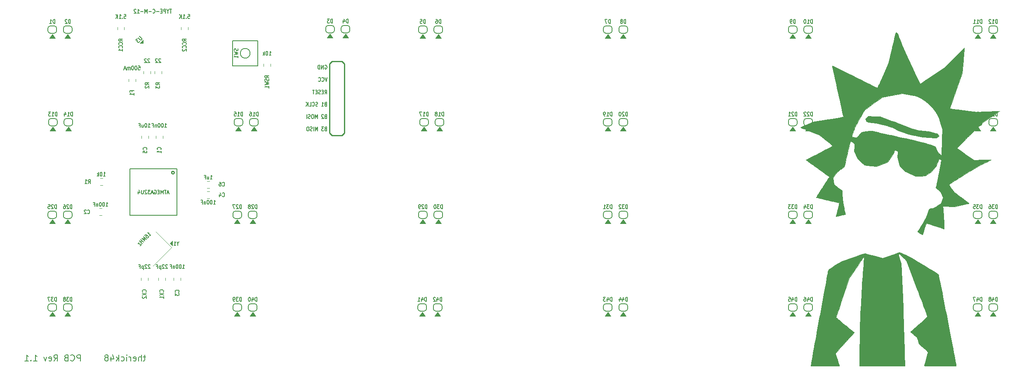
<source format=gbr>
G04 #@! TF.GenerationSoftware,KiCad,Pcbnew,(5.1.2-1)-1*
G04 #@! TF.CreationDate,2020-03-21T09:13:56-05:00*
G04 #@! TF.ProjectId,therick48,74686572-6963-46b3-9438-2e6b69636164,rev?*
G04 #@! TF.SameCoordinates,Original*
G04 #@! TF.FileFunction,Legend,Bot*
G04 #@! TF.FilePolarity,Positive*
%FSLAX46Y46*%
G04 Gerber Fmt 4.6, Leading zero omitted, Abs format (unit mm)*
G04 Created by KiCad (PCBNEW (5.1.2-1)-1) date 2020-03-21 09:13:56*
%MOMM*%
%LPD*%
G04 APERTURE LIST*
%ADD10C,0.200000*%
%ADD11C,0.120000*%
%ADD12C,0.100000*%
%ADD13C,0.254000*%
%ADD14C,0.150000*%
%ADD15C,0.010000*%
%ADD16C,0.203200*%
G04 APERTURE END LIST*
D10*
X82535746Y-108411856D02*
X82059555Y-108411856D01*
X82357174Y-107995190D02*
X82357174Y-109066618D01*
X82297651Y-109185666D01*
X82178603Y-109245190D01*
X82059555Y-109245190D01*
X81642889Y-109245190D02*
X81642889Y-107995190D01*
X81107174Y-109245190D02*
X81107174Y-108590428D01*
X81166698Y-108471380D01*
X81285746Y-108411856D01*
X81464317Y-108411856D01*
X81583365Y-108471380D01*
X81642889Y-108530904D01*
X80035746Y-109185666D02*
X80154794Y-109245190D01*
X80392889Y-109245190D01*
X80511936Y-109185666D01*
X80571460Y-109066618D01*
X80571460Y-108590428D01*
X80511936Y-108471380D01*
X80392889Y-108411856D01*
X80154794Y-108411856D01*
X80035746Y-108471380D01*
X79976222Y-108590428D01*
X79976222Y-108709475D01*
X80571460Y-108828523D01*
X79440508Y-109245190D02*
X79440508Y-108411856D01*
X79440508Y-108649952D02*
X79380984Y-108530904D01*
X79321460Y-108471380D01*
X79202413Y-108411856D01*
X79083365Y-108411856D01*
X78666698Y-109245190D02*
X78666698Y-108411856D01*
X78666698Y-107995190D02*
X78726222Y-108054714D01*
X78666698Y-108114237D01*
X78607174Y-108054714D01*
X78666698Y-107995190D01*
X78666698Y-108114237D01*
X77535746Y-109185666D02*
X77654794Y-109245190D01*
X77892889Y-109245190D01*
X78011936Y-109185666D01*
X78071460Y-109126142D01*
X78130984Y-109007094D01*
X78130984Y-108649952D01*
X78071460Y-108530904D01*
X78011936Y-108471380D01*
X77892889Y-108411856D01*
X77654794Y-108411856D01*
X77535746Y-108471380D01*
X77000032Y-109245190D02*
X77000032Y-107995190D01*
X76880984Y-108768999D02*
X76523841Y-109245190D01*
X76523841Y-108411856D02*
X77000032Y-108888047D01*
X75452413Y-108411856D02*
X75452413Y-109245190D01*
X75750032Y-107935666D02*
X76047651Y-108828523D01*
X75273841Y-108828523D01*
X74619079Y-108530904D02*
X74738127Y-108471380D01*
X74797651Y-108411856D01*
X74857174Y-108292809D01*
X74857174Y-108233285D01*
X74797651Y-108114237D01*
X74738127Y-108054714D01*
X74619079Y-107995190D01*
X74380984Y-107995190D01*
X74261936Y-108054714D01*
X74202413Y-108114237D01*
X74142889Y-108233285D01*
X74142889Y-108292809D01*
X74202413Y-108411856D01*
X74261936Y-108471380D01*
X74380984Y-108530904D01*
X74619079Y-108530904D01*
X74738127Y-108590428D01*
X74797651Y-108649952D01*
X74857174Y-108768999D01*
X74857174Y-109007094D01*
X74797651Y-109126142D01*
X74738127Y-109185666D01*
X74619079Y-109245190D01*
X74380984Y-109245190D01*
X74261936Y-109185666D01*
X74202413Y-109126142D01*
X74142889Y-109007094D01*
X74142889Y-108768999D01*
X74202413Y-108649952D01*
X74261936Y-108590428D01*
X74380984Y-108530904D01*
X69114594Y-109245190D02*
X69114594Y-107995190D01*
X68638404Y-107995190D01*
X68519356Y-108054714D01*
X68459833Y-108114237D01*
X68400309Y-108233285D01*
X68400309Y-108411856D01*
X68459833Y-108530904D01*
X68519356Y-108590428D01*
X68638404Y-108649952D01*
X69114594Y-108649952D01*
X67150309Y-109126142D02*
X67209833Y-109185666D01*
X67388404Y-109245190D01*
X67507452Y-109245190D01*
X67686023Y-109185666D01*
X67805071Y-109066618D01*
X67864594Y-108947571D01*
X67924118Y-108709475D01*
X67924118Y-108530904D01*
X67864594Y-108292809D01*
X67805071Y-108173761D01*
X67686023Y-108054714D01*
X67507452Y-107995190D01*
X67388404Y-107995190D01*
X67209833Y-108054714D01*
X67150309Y-108114237D01*
X66197928Y-108590428D02*
X66019356Y-108649952D01*
X65959833Y-108709475D01*
X65900309Y-108828523D01*
X65900309Y-109007094D01*
X65959833Y-109126142D01*
X66019356Y-109185666D01*
X66138404Y-109245190D01*
X66614594Y-109245190D01*
X66614594Y-107995190D01*
X66197928Y-107995190D01*
X66078880Y-108054714D01*
X66019356Y-108114237D01*
X65959833Y-108233285D01*
X65959833Y-108352333D01*
X66019356Y-108471380D01*
X66078880Y-108530904D01*
X66197928Y-108590428D01*
X66614594Y-108590428D01*
X63697928Y-109245190D02*
X64114594Y-108649952D01*
X64412213Y-109245190D02*
X64412213Y-107995190D01*
X63936023Y-107995190D01*
X63816975Y-108054714D01*
X63757452Y-108114237D01*
X63697928Y-108233285D01*
X63697928Y-108411856D01*
X63757452Y-108530904D01*
X63816975Y-108590428D01*
X63936023Y-108649952D01*
X64412213Y-108649952D01*
X62686023Y-109185666D02*
X62805071Y-109245190D01*
X63043166Y-109245190D01*
X63162213Y-109185666D01*
X63221737Y-109066618D01*
X63221737Y-108590428D01*
X63162213Y-108471380D01*
X63043166Y-108411856D01*
X62805071Y-108411856D01*
X62686023Y-108471380D01*
X62626499Y-108590428D01*
X62626499Y-108709475D01*
X63221737Y-108828523D01*
X62209833Y-108411856D02*
X61912213Y-109245190D01*
X61614594Y-108411856D01*
X59531261Y-109245190D02*
X60245547Y-109245190D01*
X59888404Y-109245190D02*
X59888404Y-107995190D01*
X60007452Y-108173761D01*
X60126499Y-108292809D01*
X60245547Y-108352333D01*
X58995547Y-109126142D02*
X58936023Y-109185666D01*
X58995547Y-109245190D01*
X59055071Y-109185666D01*
X58995547Y-109126142D01*
X58995547Y-109245190D01*
X57745547Y-109245190D02*
X58459833Y-109245190D01*
X58102690Y-109245190D02*
X58102690Y-107995190D01*
X58221737Y-108173761D01*
X58340785Y-108292809D01*
X58459833Y-108352333D01*
D11*
X95115748Y-74420000D02*
X95638252Y-74420000D01*
X95115748Y-75840000D02*
X95638252Y-75840000D01*
X95115748Y-72315000D02*
X95638252Y-72315000D01*
X95115748Y-73735000D02*
X95638252Y-73735000D01*
X89729000Y-92163748D02*
X89729000Y-92686252D01*
X88309000Y-92163748D02*
X88309000Y-92686252D01*
X86562000Y-92163748D02*
X86562000Y-92686252D01*
X85142000Y-92163748D02*
X85142000Y-92686252D01*
X83006000Y-92163748D02*
X83006000Y-92686252D01*
X81586000Y-92163748D02*
X81586000Y-92686252D01*
X87837679Y-85906802D02*
X84019302Y-89725179D01*
X84655698Y-82724821D02*
X87837679Y-85906802D01*
D12*
G36*
X88010920Y-85587897D02*
G01*
X87480590Y-85057567D01*
X88010920Y-84527237D01*
X88010920Y-85587897D01*
G37*
X88010920Y-85587897D02*
X87480590Y-85057567D01*
X88010920Y-84527237D01*
X88010920Y-85587897D01*
D11*
X83137000Y-63455252D02*
X83137000Y-62932748D01*
X81717000Y-63455252D02*
X81717000Y-62932748D01*
X73176248Y-71680000D02*
X73698752Y-71680000D01*
X73176248Y-73100000D02*
X73698752Y-73100000D01*
X106763750Y-48680002D02*
X106763750Y-48157498D01*
X108183750Y-48680002D02*
X108183750Y-48157498D01*
X79046000Y-51823252D02*
X79046000Y-51300748D01*
X80466000Y-51823252D02*
X80466000Y-51300748D01*
X84380000Y-50204252D02*
X84380000Y-49681748D01*
X85800000Y-50204252D02*
X85800000Y-49681748D01*
X82137000Y-50204252D02*
X82137000Y-49681748D01*
X83557000Y-50204252D02*
X83557000Y-49681748D01*
X91246000Y-40590748D02*
X91246000Y-41113252D01*
X89826000Y-40590748D02*
X89826000Y-41113252D01*
X78165000Y-40590748D02*
X78165000Y-41113252D01*
X76745000Y-40590748D02*
X76745000Y-41113252D01*
X86060500Y-63455252D02*
X86060500Y-62932748D01*
X84640500Y-63455252D02*
X84640500Y-62932748D01*
X73540252Y-79323000D02*
X73017748Y-79323000D01*
X73540252Y-77903000D02*
X73017748Y-77903000D01*
D12*
G36*
X142875000Y-61115575D02*
G01*
X142275000Y-61915575D01*
X143475000Y-61915575D01*
X142875000Y-61115575D01*
G37*
X142875000Y-61115575D02*
X142275000Y-61915575D01*
X143475000Y-61915575D01*
X142875000Y-61115575D01*
D10*
X143775000Y-60401337D02*
X143775000Y-59901375D01*
X143275000Y-60901375D02*
G75*
G03X143775000Y-60401375I0J500000D01*
G01*
X143775000Y-59901375D02*
G75*
G03X143275000Y-59401375I-500000J0D01*
G01*
X142475000Y-59401375D02*
X143275000Y-59401375D01*
X142475000Y-59401375D02*
G75*
G03X141975000Y-59901375I0J-500000D01*
G01*
X141975000Y-59901413D02*
X141975000Y-60401375D01*
X142475000Y-60901375D02*
X143275000Y-60901375D01*
X141975000Y-60401375D02*
G75*
G03X142475000Y-60901375I500000J0D01*
G01*
D13*
X123300800Y-62342000D02*
X123300800Y-48118000D01*
X122792800Y-62850000D02*
X123300800Y-62342000D01*
X120760800Y-62850000D02*
X122792800Y-62850000D01*
X120252800Y-62342000D02*
X120760800Y-62850000D01*
X120252800Y-48118000D02*
X120252800Y-62342000D01*
X120760800Y-47610000D02*
X120252800Y-48118000D01*
X122792800Y-47610000D02*
X120760800Y-47610000D01*
X123300800Y-48118000D02*
X122792800Y-47610000D01*
D14*
X105580000Y-48580000D02*
X105580000Y-43380000D01*
X105580000Y-43380000D02*
X100380000Y-43380000D01*
X100380000Y-43380000D02*
X100380000Y-48580000D01*
X100380000Y-48580000D02*
X105580000Y-48580000D01*
X103980000Y-45980000D02*
G75*
G03X103980000Y-45980000I-1000000J0D01*
G01*
D12*
G36*
X256540000Y-99215575D02*
G01*
X255940000Y-100015575D01*
X257140000Y-100015575D01*
X256540000Y-99215575D01*
G37*
X256540000Y-99215575D02*
X255940000Y-100015575D01*
X257140000Y-100015575D01*
X256540000Y-99215575D01*
D10*
X257440000Y-98501337D02*
X257440000Y-98001375D01*
X256940000Y-99001375D02*
G75*
G03X257440000Y-98501375I0J500000D01*
G01*
X257440000Y-98001375D02*
G75*
G03X256940000Y-97501375I-500000J0D01*
G01*
X256140000Y-97501375D02*
X256940000Y-97501375D01*
X256140000Y-97501375D02*
G75*
G03X255640000Y-98001375I0J-500000D01*
G01*
X255640000Y-98001413D02*
X255640000Y-98501375D01*
X256140000Y-99001375D02*
X256940000Y-99001375D01*
X255640000Y-98501375D02*
G75*
G03X256140000Y-99001375I500000J0D01*
G01*
D12*
G36*
X253365000Y-99215575D02*
G01*
X252765000Y-100015575D01*
X253965000Y-100015575D01*
X253365000Y-99215575D01*
G37*
X253365000Y-99215575D02*
X252765000Y-100015575D01*
X253965000Y-100015575D01*
X253365000Y-99215575D01*
D10*
X254265000Y-98501337D02*
X254265000Y-98001375D01*
X253765000Y-99001375D02*
G75*
G03X254265000Y-98501375I0J500000D01*
G01*
X254265000Y-98001375D02*
G75*
G03X253765000Y-97501375I-500000J0D01*
G01*
X252965000Y-97501375D02*
X253765000Y-97501375D01*
X252965000Y-97501375D02*
G75*
G03X252465000Y-98001375I0J-500000D01*
G01*
X252465000Y-98001413D02*
X252465000Y-98501375D01*
X252965000Y-99001375D02*
X253765000Y-99001375D01*
X252465000Y-98501375D02*
G75*
G03X252965000Y-99001375I500000J0D01*
G01*
D12*
G36*
X218567000Y-99215575D02*
G01*
X217967000Y-100015575D01*
X219167000Y-100015575D01*
X218567000Y-99215575D01*
G37*
X218567000Y-99215575D02*
X217967000Y-100015575D01*
X219167000Y-100015575D01*
X218567000Y-99215575D01*
D10*
X219467000Y-98501337D02*
X219467000Y-98001375D01*
X218967000Y-99001375D02*
G75*
G03X219467000Y-98501375I0J500000D01*
G01*
X219467000Y-98001375D02*
G75*
G03X218967000Y-97501375I-500000J0D01*
G01*
X218167000Y-97501375D02*
X218967000Y-97501375D01*
X218167000Y-97501375D02*
G75*
G03X217667000Y-98001375I0J-500000D01*
G01*
X217667000Y-98001413D02*
X217667000Y-98501375D01*
X218167000Y-99001375D02*
X218967000Y-99001375D01*
X217667000Y-98501375D02*
G75*
G03X218167000Y-99001375I500000J0D01*
G01*
D12*
G36*
X215392000Y-99215575D02*
G01*
X214792000Y-100015575D01*
X215992000Y-100015575D01*
X215392000Y-99215575D01*
G37*
X215392000Y-99215575D02*
X214792000Y-100015575D01*
X215992000Y-100015575D01*
X215392000Y-99215575D01*
D10*
X216292000Y-98501337D02*
X216292000Y-98001375D01*
X215792000Y-99001375D02*
G75*
G03X216292000Y-98501375I0J500000D01*
G01*
X216292000Y-98001375D02*
G75*
G03X215792000Y-97501375I-500000J0D01*
G01*
X214992000Y-97501375D02*
X215792000Y-97501375D01*
X214992000Y-97501375D02*
G75*
G03X214492000Y-98001375I0J-500000D01*
G01*
X214492000Y-98001413D02*
X214492000Y-98501375D01*
X214992000Y-99001375D02*
X215792000Y-99001375D01*
X214492000Y-98501375D02*
G75*
G03X214992000Y-99001375I500000J0D01*
G01*
D12*
G36*
X180594000Y-99215575D02*
G01*
X179994000Y-100015575D01*
X181194000Y-100015575D01*
X180594000Y-99215575D01*
G37*
X180594000Y-99215575D02*
X179994000Y-100015575D01*
X181194000Y-100015575D01*
X180594000Y-99215575D01*
D10*
X181494000Y-98501337D02*
X181494000Y-98001375D01*
X180994000Y-99001375D02*
G75*
G03X181494000Y-98501375I0J500000D01*
G01*
X181494000Y-98001375D02*
G75*
G03X180994000Y-97501375I-500000J0D01*
G01*
X180194000Y-97501375D02*
X180994000Y-97501375D01*
X180194000Y-97501375D02*
G75*
G03X179694000Y-98001375I0J-500000D01*
G01*
X179694000Y-98001413D02*
X179694000Y-98501375D01*
X180194000Y-99001375D02*
X180994000Y-99001375D01*
X179694000Y-98501375D02*
G75*
G03X180194000Y-99001375I500000J0D01*
G01*
D12*
G36*
X177419000Y-99215575D02*
G01*
X176819000Y-100015575D01*
X178019000Y-100015575D01*
X177419000Y-99215575D01*
G37*
X177419000Y-99215575D02*
X176819000Y-100015575D01*
X178019000Y-100015575D01*
X177419000Y-99215575D01*
D10*
X178319000Y-98501337D02*
X178319000Y-98001375D01*
X177819000Y-99001375D02*
G75*
G03X178319000Y-98501375I0J500000D01*
G01*
X178319000Y-98001375D02*
G75*
G03X177819000Y-97501375I-500000J0D01*
G01*
X177019000Y-97501375D02*
X177819000Y-97501375D01*
X177019000Y-97501375D02*
G75*
G03X176519000Y-98001375I0J-500000D01*
G01*
X176519000Y-98001413D02*
X176519000Y-98501375D01*
X177019000Y-99001375D02*
X177819000Y-99001375D01*
X176519000Y-98501375D02*
G75*
G03X177019000Y-99001375I500000J0D01*
G01*
D12*
G36*
X142494000Y-99215575D02*
G01*
X141894000Y-100015575D01*
X143094000Y-100015575D01*
X142494000Y-99215575D01*
G37*
X142494000Y-99215575D02*
X141894000Y-100015575D01*
X143094000Y-100015575D01*
X142494000Y-99215575D01*
D10*
X143394000Y-98501337D02*
X143394000Y-98001375D01*
X142894000Y-99001375D02*
G75*
G03X143394000Y-98501375I0J500000D01*
G01*
X143394000Y-98001375D02*
G75*
G03X142894000Y-97501375I-500000J0D01*
G01*
X142094000Y-97501375D02*
X142894000Y-97501375D01*
X142094000Y-97501375D02*
G75*
G03X141594000Y-98001375I0J-500000D01*
G01*
X141594000Y-98001413D02*
X141594000Y-98501375D01*
X142094000Y-99001375D02*
X142894000Y-99001375D01*
X141594000Y-98501375D02*
G75*
G03X142094000Y-99001375I500000J0D01*
G01*
D12*
G36*
X139319000Y-99215575D02*
G01*
X138719000Y-100015575D01*
X139919000Y-100015575D01*
X139319000Y-99215575D01*
G37*
X139319000Y-99215575D02*
X138719000Y-100015575D01*
X139919000Y-100015575D01*
X139319000Y-99215575D01*
D10*
X140219000Y-98501337D02*
X140219000Y-98001375D01*
X139719000Y-99001375D02*
G75*
G03X140219000Y-98501375I0J500000D01*
G01*
X140219000Y-98001375D02*
G75*
G03X139719000Y-97501375I-500000J0D01*
G01*
X138919000Y-97501375D02*
X139719000Y-97501375D01*
X138919000Y-97501375D02*
G75*
G03X138419000Y-98001375I0J-500000D01*
G01*
X138419000Y-98001413D02*
X138419000Y-98501375D01*
X138919000Y-99001375D02*
X139719000Y-99001375D01*
X138419000Y-98501375D02*
G75*
G03X138919000Y-99001375I500000J0D01*
G01*
D12*
G36*
X104521000Y-99215575D02*
G01*
X103921000Y-100015575D01*
X105121000Y-100015575D01*
X104521000Y-99215575D01*
G37*
X104521000Y-99215575D02*
X103921000Y-100015575D01*
X105121000Y-100015575D01*
X104521000Y-99215575D01*
D10*
X105421000Y-98501337D02*
X105421000Y-98001375D01*
X104921000Y-99001375D02*
G75*
G03X105421000Y-98501375I0J500000D01*
G01*
X105421000Y-98001375D02*
G75*
G03X104921000Y-97501375I-500000J0D01*
G01*
X104121000Y-97501375D02*
X104921000Y-97501375D01*
X104121000Y-97501375D02*
G75*
G03X103621000Y-98001375I0J-500000D01*
G01*
X103621000Y-98001413D02*
X103621000Y-98501375D01*
X104121000Y-99001375D02*
X104921000Y-99001375D01*
X103621000Y-98501375D02*
G75*
G03X104121000Y-99001375I500000J0D01*
G01*
D12*
G36*
X101346000Y-99215575D02*
G01*
X100746000Y-100015575D01*
X101946000Y-100015575D01*
X101346000Y-99215575D01*
G37*
X101346000Y-99215575D02*
X100746000Y-100015575D01*
X101946000Y-100015575D01*
X101346000Y-99215575D01*
D10*
X102246000Y-98501337D02*
X102246000Y-98001375D01*
X101746000Y-99001375D02*
G75*
G03X102246000Y-98501375I0J500000D01*
G01*
X102246000Y-98001375D02*
G75*
G03X101746000Y-97501375I-500000J0D01*
G01*
X100946000Y-97501375D02*
X101746000Y-97501375D01*
X100946000Y-97501375D02*
G75*
G03X100446000Y-98001375I0J-500000D01*
G01*
X100446000Y-98001413D02*
X100446000Y-98501375D01*
X100946000Y-99001375D02*
X101746000Y-99001375D01*
X100446000Y-98501375D02*
G75*
G03X100946000Y-99001375I500000J0D01*
G01*
D12*
G36*
X66548000Y-99215575D02*
G01*
X65948000Y-100015575D01*
X67148000Y-100015575D01*
X66548000Y-99215575D01*
G37*
X66548000Y-99215575D02*
X65948000Y-100015575D01*
X67148000Y-100015575D01*
X66548000Y-99215575D01*
D10*
X67448000Y-98501337D02*
X67448000Y-98001375D01*
X66948000Y-99001375D02*
G75*
G03X67448000Y-98501375I0J500000D01*
G01*
X67448000Y-98001375D02*
G75*
G03X66948000Y-97501375I-500000J0D01*
G01*
X66148000Y-97501375D02*
X66948000Y-97501375D01*
X66148000Y-97501375D02*
G75*
G03X65648000Y-98001375I0J-500000D01*
G01*
X65648000Y-98001413D02*
X65648000Y-98501375D01*
X66148000Y-99001375D02*
X66948000Y-99001375D01*
X65648000Y-98501375D02*
G75*
G03X66148000Y-99001375I500000J0D01*
G01*
D12*
G36*
X63373805Y-99215575D02*
G01*
X62773805Y-100015575D01*
X63973805Y-100015575D01*
X63373805Y-99215575D01*
G37*
X63373805Y-99215575D02*
X62773805Y-100015575D01*
X63973805Y-100015575D01*
X63373805Y-99215575D01*
D10*
X64273805Y-98501337D02*
X64273805Y-98001375D01*
X63773805Y-99001375D02*
G75*
G03X64273805Y-98501375I0J500000D01*
G01*
X64273805Y-98001375D02*
G75*
G03X63773805Y-97501375I-500000J0D01*
G01*
X62973805Y-97501375D02*
X63773805Y-97501375D01*
X62973805Y-97501375D02*
G75*
G03X62473805Y-98001375I0J-500000D01*
G01*
X62473805Y-98001413D02*
X62473805Y-98501375D01*
X62973805Y-99001375D02*
X63773805Y-99001375D01*
X62473805Y-98501375D02*
G75*
G03X62973805Y-99001375I500000J0D01*
G01*
D12*
G36*
X256540000Y-80165575D02*
G01*
X255940000Y-80965575D01*
X257140000Y-80965575D01*
X256540000Y-80165575D01*
G37*
X256540000Y-80165575D02*
X255940000Y-80965575D01*
X257140000Y-80965575D01*
X256540000Y-80165575D01*
D10*
X257440000Y-79451337D02*
X257440000Y-78951375D01*
X256940000Y-79951375D02*
G75*
G03X257440000Y-79451375I0J500000D01*
G01*
X257440000Y-78951375D02*
G75*
G03X256940000Y-78451375I-500000J0D01*
G01*
X256140000Y-78451375D02*
X256940000Y-78451375D01*
X256140000Y-78451375D02*
G75*
G03X255640000Y-78951375I0J-500000D01*
G01*
X255640000Y-78951413D02*
X255640000Y-79451375D01*
X256140000Y-79951375D02*
X256940000Y-79951375D01*
X255640000Y-79451375D02*
G75*
G03X256140000Y-79951375I500000J0D01*
G01*
D12*
G36*
X253365000Y-80165575D02*
G01*
X252765000Y-80965575D01*
X253965000Y-80965575D01*
X253365000Y-80165575D01*
G37*
X253365000Y-80165575D02*
X252765000Y-80965575D01*
X253965000Y-80965575D01*
X253365000Y-80165575D01*
D10*
X254265000Y-79451337D02*
X254265000Y-78951375D01*
X253765000Y-79951375D02*
G75*
G03X254265000Y-79451375I0J500000D01*
G01*
X254265000Y-78951375D02*
G75*
G03X253765000Y-78451375I-500000J0D01*
G01*
X252965000Y-78451375D02*
X253765000Y-78451375D01*
X252965000Y-78451375D02*
G75*
G03X252465000Y-78951375I0J-500000D01*
G01*
X252465000Y-78951413D02*
X252465000Y-79451375D01*
X252965000Y-79951375D02*
X253765000Y-79951375D01*
X252465000Y-79451375D02*
G75*
G03X252965000Y-79951375I500000J0D01*
G01*
D12*
G36*
X218567000Y-80165575D02*
G01*
X217967000Y-80965575D01*
X219167000Y-80965575D01*
X218567000Y-80165575D01*
G37*
X218567000Y-80165575D02*
X217967000Y-80965575D01*
X219167000Y-80965575D01*
X218567000Y-80165575D01*
D10*
X219467000Y-79451337D02*
X219467000Y-78951375D01*
X218967000Y-79951375D02*
G75*
G03X219467000Y-79451375I0J500000D01*
G01*
X219467000Y-78951375D02*
G75*
G03X218967000Y-78451375I-500000J0D01*
G01*
X218167000Y-78451375D02*
X218967000Y-78451375D01*
X218167000Y-78451375D02*
G75*
G03X217667000Y-78951375I0J-500000D01*
G01*
X217667000Y-78951413D02*
X217667000Y-79451375D01*
X218167000Y-79951375D02*
X218967000Y-79951375D01*
X217667000Y-79451375D02*
G75*
G03X218167000Y-79951375I500000J0D01*
G01*
D12*
G36*
X215392000Y-80165575D02*
G01*
X214792000Y-80965575D01*
X215992000Y-80965575D01*
X215392000Y-80165575D01*
G37*
X215392000Y-80165575D02*
X214792000Y-80965575D01*
X215992000Y-80965575D01*
X215392000Y-80165575D01*
D10*
X216292000Y-79451337D02*
X216292000Y-78951375D01*
X215792000Y-79951375D02*
G75*
G03X216292000Y-79451375I0J500000D01*
G01*
X216292000Y-78951375D02*
G75*
G03X215792000Y-78451375I-500000J0D01*
G01*
X214992000Y-78451375D02*
X215792000Y-78451375D01*
X214992000Y-78451375D02*
G75*
G03X214492000Y-78951375I0J-500000D01*
G01*
X214492000Y-78951413D02*
X214492000Y-79451375D01*
X214992000Y-79951375D02*
X215792000Y-79951375D01*
X214492000Y-79451375D02*
G75*
G03X214992000Y-79951375I500000J0D01*
G01*
D12*
G36*
X180594000Y-80165575D02*
G01*
X179994000Y-80965575D01*
X181194000Y-80965575D01*
X180594000Y-80165575D01*
G37*
X180594000Y-80165575D02*
X179994000Y-80965575D01*
X181194000Y-80965575D01*
X180594000Y-80165575D01*
D10*
X181494000Y-79451337D02*
X181494000Y-78951375D01*
X180994000Y-79951375D02*
G75*
G03X181494000Y-79451375I0J500000D01*
G01*
X181494000Y-78951375D02*
G75*
G03X180994000Y-78451375I-500000J0D01*
G01*
X180194000Y-78451375D02*
X180994000Y-78451375D01*
X180194000Y-78451375D02*
G75*
G03X179694000Y-78951375I0J-500000D01*
G01*
X179694000Y-78951413D02*
X179694000Y-79451375D01*
X180194000Y-79951375D02*
X180994000Y-79951375D01*
X179694000Y-79451375D02*
G75*
G03X180194000Y-79951375I500000J0D01*
G01*
D12*
G36*
X177419000Y-80165575D02*
G01*
X176819000Y-80965575D01*
X178019000Y-80965575D01*
X177419000Y-80165575D01*
G37*
X177419000Y-80165575D02*
X176819000Y-80965575D01*
X178019000Y-80965575D01*
X177419000Y-80165575D01*
D10*
X178319000Y-79451337D02*
X178319000Y-78951375D01*
X177819000Y-79951375D02*
G75*
G03X178319000Y-79451375I0J500000D01*
G01*
X178319000Y-78951375D02*
G75*
G03X177819000Y-78451375I-500000J0D01*
G01*
X177019000Y-78451375D02*
X177819000Y-78451375D01*
X177019000Y-78451375D02*
G75*
G03X176519000Y-78951375I0J-500000D01*
G01*
X176519000Y-78951413D02*
X176519000Y-79451375D01*
X177019000Y-79951375D02*
X177819000Y-79951375D01*
X176519000Y-79451375D02*
G75*
G03X177019000Y-79951375I500000J0D01*
G01*
D12*
G36*
X142621000Y-80165575D02*
G01*
X142021000Y-80965575D01*
X143221000Y-80965575D01*
X142621000Y-80165575D01*
G37*
X142621000Y-80165575D02*
X142021000Y-80965575D01*
X143221000Y-80965575D01*
X142621000Y-80165575D01*
D10*
X143521000Y-79451337D02*
X143521000Y-78951375D01*
X143021000Y-79951375D02*
G75*
G03X143521000Y-79451375I0J500000D01*
G01*
X143521000Y-78951375D02*
G75*
G03X143021000Y-78451375I-500000J0D01*
G01*
X142221000Y-78451375D02*
X143021000Y-78451375D01*
X142221000Y-78451375D02*
G75*
G03X141721000Y-78951375I0J-500000D01*
G01*
X141721000Y-78951413D02*
X141721000Y-79451375D01*
X142221000Y-79951375D02*
X143021000Y-79951375D01*
X141721000Y-79451375D02*
G75*
G03X142221000Y-79951375I500000J0D01*
G01*
D12*
G36*
X139446000Y-80165575D02*
G01*
X138846000Y-80965575D01*
X140046000Y-80965575D01*
X139446000Y-80165575D01*
G37*
X139446000Y-80165575D02*
X138846000Y-80965575D01*
X140046000Y-80965575D01*
X139446000Y-80165575D01*
D10*
X140346000Y-79451337D02*
X140346000Y-78951375D01*
X139846000Y-79951375D02*
G75*
G03X140346000Y-79451375I0J500000D01*
G01*
X140346000Y-78951375D02*
G75*
G03X139846000Y-78451375I-500000J0D01*
G01*
X139046000Y-78451375D02*
X139846000Y-78451375D01*
X139046000Y-78451375D02*
G75*
G03X138546000Y-78951375I0J-500000D01*
G01*
X138546000Y-78951413D02*
X138546000Y-79451375D01*
X139046000Y-79951375D02*
X139846000Y-79951375D01*
X138546000Y-79451375D02*
G75*
G03X139046000Y-79951375I500000J0D01*
G01*
D12*
G36*
X104521000Y-80165575D02*
G01*
X103921000Y-80965575D01*
X105121000Y-80965575D01*
X104521000Y-80165575D01*
G37*
X104521000Y-80165575D02*
X103921000Y-80965575D01*
X105121000Y-80965575D01*
X104521000Y-80165575D01*
D10*
X105421000Y-79451337D02*
X105421000Y-78951375D01*
X104921000Y-79951375D02*
G75*
G03X105421000Y-79451375I0J500000D01*
G01*
X105421000Y-78951375D02*
G75*
G03X104921000Y-78451375I-500000J0D01*
G01*
X104121000Y-78451375D02*
X104921000Y-78451375D01*
X104121000Y-78451375D02*
G75*
G03X103621000Y-78951375I0J-500000D01*
G01*
X103621000Y-78951413D02*
X103621000Y-79451375D01*
X104121000Y-79951375D02*
X104921000Y-79951375D01*
X103621000Y-79451375D02*
G75*
G03X104121000Y-79951375I500000J0D01*
G01*
D12*
G36*
X101346000Y-80165575D02*
G01*
X100746000Y-80965575D01*
X101946000Y-80965575D01*
X101346000Y-80165575D01*
G37*
X101346000Y-80165575D02*
X100746000Y-80965575D01*
X101946000Y-80965575D01*
X101346000Y-80165575D01*
D10*
X102246000Y-79451337D02*
X102246000Y-78951375D01*
X101746000Y-79951375D02*
G75*
G03X102246000Y-79451375I0J500000D01*
G01*
X102246000Y-78951375D02*
G75*
G03X101746000Y-78451375I-500000J0D01*
G01*
X100946000Y-78451375D02*
X101746000Y-78451375D01*
X100946000Y-78451375D02*
G75*
G03X100446000Y-78951375I0J-500000D01*
G01*
X100446000Y-78951413D02*
X100446000Y-79451375D01*
X100946000Y-79951375D02*
X101746000Y-79951375D01*
X100446000Y-79451375D02*
G75*
G03X100946000Y-79951375I500000J0D01*
G01*
D12*
G36*
X66548000Y-80165575D02*
G01*
X65948000Y-80965575D01*
X67148000Y-80965575D01*
X66548000Y-80165575D01*
G37*
X66548000Y-80165575D02*
X65948000Y-80965575D01*
X67148000Y-80965575D01*
X66548000Y-80165575D01*
D10*
X67448000Y-79451337D02*
X67448000Y-78951375D01*
X66948000Y-79951375D02*
G75*
G03X67448000Y-79451375I0J500000D01*
G01*
X67448000Y-78951375D02*
G75*
G03X66948000Y-78451375I-500000J0D01*
G01*
X66148000Y-78451375D02*
X66948000Y-78451375D01*
X66148000Y-78451375D02*
G75*
G03X65648000Y-78951375I0J-500000D01*
G01*
X65648000Y-78951413D02*
X65648000Y-79451375D01*
X66148000Y-79951375D02*
X66948000Y-79951375D01*
X65648000Y-79451375D02*
G75*
G03X66148000Y-79951375I500000J0D01*
G01*
D12*
G36*
X63373000Y-80165575D02*
G01*
X62773000Y-80965575D01*
X63973000Y-80965575D01*
X63373000Y-80165575D01*
G37*
X63373000Y-80165575D02*
X62773000Y-80965575D01*
X63973000Y-80965575D01*
X63373000Y-80165575D01*
D10*
X64273000Y-79451337D02*
X64273000Y-78951375D01*
X63773000Y-79951375D02*
G75*
G03X64273000Y-79451375I0J500000D01*
G01*
X64273000Y-78951375D02*
G75*
G03X63773000Y-78451375I-500000J0D01*
G01*
X62973000Y-78451375D02*
X63773000Y-78451375D01*
X62973000Y-78451375D02*
G75*
G03X62473000Y-78951375I0J-500000D01*
G01*
X62473000Y-78951413D02*
X62473000Y-79451375D01*
X62973000Y-79951375D02*
X63773000Y-79951375D01*
X62473000Y-79451375D02*
G75*
G03X62973000Y-79951375I500000J0D01*
G01*
D12*
G36*
X256540000Y-61115575D02*
G01*
X255940000Y-61915575D01*
X257140000Y-61915575D01*
X256540000Y-61115575D01*
G37*
X256540000Y-61115575D02*
X255940000Y-61915575D01*
X257140000Y-61915575D01*
X256540000Y-61115575D01*
D10*
X257440000Y-60401337D02*
X257440000Y-59901375D01*
X256940000Y-60901375D02*
G75*
G03X257440000Y-60401375I0J500000D01*
G01*
X257440000Y-59901375D02*
G75*
G03X256940000Y-59401375I-500000J0D01*
G01*
X256140000Y-59401375D02*
X256940000Y-59401375D01*
X256140000Y-59401375D02*
G75*
G03X255640000Y-59901375I0J-500000D01*
G01*
X255640000Y-59901413D02*
X255640000Y-60401375D01*
X256140000Y-60901375D02*
X256940000Y-60901375D01*
X255640000Y-60401375D02*
G75*
G03X256140000Y-60901375I500000J0D01*
G01*
D12*
G36*
X253365000Y-61115575D02*
G01*
X252765000Y-61915575D01*
X253965000Y-61915575D01*
X253365000Y-61115575D01*
G37*
X253365000Y-61115575D02*
X252765000Y-61915575D01*
X253965000Y-61915575D01*
X253365000Y-61115575D01*
D10*
X254265000Y-60401337D02*
X254265000Y-59901375D01*
X253765000Y-60901375D02*
G75*
G03X254265000Y-60401375I0J500000D01*
G01*
X254265000Y-59901375D02*
G75*
G03X253765000Y-59401375I-500000J0D01*
G01*
X252965000Y-59401375D02*
X253765000Y-59401375D01*
X252965000Y-59401375D02*
G75*
G03X252465000Y-59901375I0J-500000D01*
G01*
X252465000Y-59901413D02*
X252465000Y-60401375D01*
X252965000Y-60901375D02*
X253765000Y-60901375D01*
X252465000Y-60401375D02*
G75*
G03X252965000Y-60901375I500000J0D01*
G01*
D12*
G36*
X218567000Y-61115575D02*
G01*
X217967000Y-61915575D01*
X219167000Y-61915575D01*
X218567000Y-61115575D01*
G37*
X218567000Y-61115575D02*
X217967000Y-61915575D01*
X219167000Y-61915575D01*
X218567000Y-61115575D01*
D10*
X219467000Y-60401337D02*
X219467000Y-59901375D01*
X218967000Y-60901375D02*
G75*
G03X219467000Y-60401375I0J500000D01*
G01*
X219467000Y-59901375D02*
G75*
G03X218967000Y-59401375I-500000J0D01*
G01*
X218167000Y-59401375D02*
X218967000Y-59401375D01*
X218167000Y-59401375D02*
G75*
G03X217667000Y-59901375I0J-500000D01*
G01*
X217667000Y-59901413D02*
X217667000Y-60401375D01*
X218167000Y-60901375D02*
X218967000Y-60901375D01*
X217667000Y-60401375D02*
G75*
G03X218167000Y-60901375I500000J0D01*
G01*
D12*
G36*
X215392000Y-61115575D02*
G01*
X214792000Y-61915575D01*
X215992000Y-61915575D01*
X215392000Y-61115575D01*
G37*
X215392000Y-61115575D02*
X214792000Y-61915575D01*
X215992000Y-61915575D01*
X215392000Y-61115575D01*
D10*
X216292000Y-60401337D02*
X216292000Y-59901375D01*
X215792000Y-60901375D02*
G75*
G03X216292000Y-60401375I0J500000D01*
G01*
X216292000Y-59901375D02*
G75*
G03X215792000Y-59401375I-500000J0D01*
G01*
X214992000Y-59401375D02*
X215792000Y-59401375D01*
X214992000Y-59401375D02*
G75*
G03X214492000Y-59901375I0J-500000D01*
G01*
X214492000Y-59901413D02*
X214492000Y-60401375D01*
X214992000Y-60901375D02*
X215792000Y-60901375D01*
X214492000Y-60401375D02*
G75*
G03X214992000Y-60901375I500000J0D01*
G01*
D12*
G36*
X180594000Y-61115575D02*
G01*
X179994000Y-61915575D01*
X181194000Y-61915575D01*
X180594000Y-61115575D01*
G37*
X180594000Y-61115575D02*
X179994000Y-61915575D01*
X181194000Y-61915575D01*
X180594000Y-61115575D01*
D10*
X181494000Y-60401337D02*
X181494000Y-59901375D01*
X180994000Y-60901375D02*
G75*
G03X181494000Y-60401375I0J500000D01*
G01*
X181494000Y-59901375D02*
G75*
G03X180994000Y-59401375I-500000J0D01*
G01*
X180194000Y-59401375D02*
X180994000Y-59401375D01*
X180194000Y-59401375D02*
G75*
G03X179694000Y-59901375I0J-500000D01*
G01*
X179694000Y-59901413D02*
X179694000Y-60401375D01*
X180194000Y-60901375D02*
X180994000Y-60901375D01*
X179694000Y-60401375D02*
G75*
G03X180194000Y-60901375I500000J0D01*
G01*
D12*
G36*
X177419000Y-61115575D02*
G01*
X176819000Y-61915575D01*
X178019000Y-61915575D01*
X177419000Y-61115575D01*
G37*
X177419000Y-61115575D02*
X176819000Y-61915575D01*
X178019000Y-61915575D01*
X177419000Y-61115575D01*
D10*
X178319000Y-60401337D02*
X178319000Y-59901375D01*
X177819000Y-60901375D02*
G75*
G03X178319000Y-60401375I0J500000D01*
G01*
X178319000Y-59901375D02*
G75*
G03X177819000Y-59401375I-500000J0D01*
G01*
X177019000Y-59401375D02*
X177819000Y-59401375D01*
X177019000Y-59401375D02*
G75*
G03X176519000Y-59901375I0J-500000D01*
G01*
X176519000Y-59901413D02*
X176519000Y-60401375D01*
X177019000Y-60901375D02*
X177819000Y-60901375D01*
X176519000Y-60401375D02*
G75*
G03X177019000Y-60901375I500000J0D01*
G01*
D12*
G36*
X139700000Y-61115575D02*
G01*
X139100000Y-61915575D01*
X140300000Y-61915575D01*
X139700000Y-61115575D01*
G37*
X139700000Y-61115575D02*
X139100000Y-61915575D01*
X140300000Y-61915575D01*
X139700000Y-61115575D01*
D10*
X140600000Y-60401337D02*
X140600000Y-59901375D01*
X140100000Y-60901375D02*
G75*
G03X140600000Y-60401375I0J500000D01*
G01*
X140600000Y-59901375D02*
G75*
G03X140100000Y-59401375I-500000J0D01*
G01*
X139300000Y-59401375D02*
X140100000Y-59401375D01*
X139300000Y-59401375D02*
G75*
G03X138800000Y-59901375I0J-500000D01*
G01*
X138800000Y-59901413D02*
X138800000Y-60401375D01*
X139300000Y-60901375D02*
X140100000Y-60901375D01*
X138800000Y-60401375D02*
G75*
G03X139300000Y-60901375I500000J0D01*
G01*
D12*
G36*
X104775000Y-61115575D02*
G01*
X104175000Y-61915575D01*
X105375000Y-61915575D01*
X104775000Y-61115575D01*
G37*
X104775000Y-61115575D02*
X104175000Y-61915575D01*
X105375000Y-61915575D01*
X104775000Y-61115575D01*
D10*
X105675000Y-60401337D02*
X105675000Y-59901375D01*
X105175000Y-60901375D02*
G75*
G03X105675000Y-60401375I0J500000D01*
G01*
X105675000Y-59901375D02*
G75*
G03X105175000Y-59401375I-500000J0D01*
G01*
X104375000Y-59401375D02*
X105175000Y-59401375D01*
X104375000Y-59401375D02*
G75*
G03X103875000Y-59901375I0J-500000D01*
G01*
X103875000Y-59901413D02*
X103875000Y-60401375D01*
X104375000Y-60901375D02*
X105175000Y-60901375D01*
X103875000Y-60401375D02*
G75*
G03X104375000Y-60901375I500000J0D01*
G01*
D12*
G36*
X101600000Y-61115575D02*
G01*
X101000000Y-61915575D01*
X102200000Y-61915575D01*
X101600000Y-61115575D01*
G37*
X101600000Y-61115575D02*
X101000000Y-61915575D01*
X102200000Y-61915575D01*
X101600000Y-61115575D01*
D10*
X102500000Y-60401337D02*
X102500000Y-59901375D01*
X102000000Y-60901375D02*
G75*
G03X102500000Y-60401375I0J500000D01*
G01*
X102500000Y-59901375D02*
G75*
G03X102000000Y-59401375I-500000J0D01*
G01*
X101200000Y-59401375D02*
X102000000Y-59401375D01*
X101200000Y-59401375D02*
G75*
G03X100700000Y-59901375I0J-500000D01*
G01*
X100700000Y-59901413D02*
X100700000Y-60401375D01*
X101200000Y-60901375D02*
X102000000Y-60901375D01*
X100700000Y-60401375D02*
G75*
G03X101200000Y-60901375I500000J0D01*
G01*
X65775000Y-60401375D02*
G75*
G03X66275000Y-60901375I500000J0D01*
G01*
X66275000Y-60901375D02*
X67075000Y-60901375D01*
X65775000Y-59901413D02*
X65775000Y-60401375D01*
X66275000Y-59401375D02*
G75*
G03X65775000Y-59901375I0J-500000D01*
G01*
X66275000Y-59401375D02*
X67075000Y-59401375D01*
X67575000Y-59901375D02*
G75*
G03X67075000Y-59401375I-500000J0D01*
G01*
X67075000Y-60901375D02*
G75*
G03X67575000Y-60401375I0J500000D01*
G01*
X67575000Y-60401337D02*
X67575000Y-59901375D01*
D12*
G36*
X66675000Y-61115575D02*
G01*
X66075000Y-61915575D01*
X67275000Y-61915575D01*
X66675000Y-61115575D01*
G37*
X66675000Y-61115575D02*
X66075000Y-61915575D01*
X67275000Y-61915575D01*
X66675000Y-61115575D01*
D10*
X62600000Y-60401375D02*
G75*
G03X63100000Y-60901375I500000J0D01*
G01*
X63100000Y-60901375D02*
X63900000Y-60901375D01*
X62600000Y-59901413D02*
X62600000Y-60401375D01*
X63100000Y-59401375D02*
G75*
G03X62600000Y-59901375I0J-500000D01*
G01*
X63100000Y-59401375D02*
X63900000Y-59401375D01*
X64400000Y-59901375D02*
G75*
G03X63900000Y-59401375I-500000J0D01*
G01*
X63900000Y-60901375D02*
G75*
G03X64400000Y-60401375I0J500000D01*
G01*
X64400000Y-60401337D02*
X64400000Y-59901375D01*
D12*
G36*
X63500000Y-61115575D02*
G01*
X62900000Y-61915575D01*
X64100000Y-61915575D01*
X63500000Y-61115575D01*
G37*
X63500000Y-61115575D02*
X62900000Y-61915575D01*
X64100000Y-61915575D01*
X63500000Y-61115575D01*
G36*
X256540000Y-42065575D02*
G01*
X255940000Y-42865575D01*
X257140000Y-42865575D01*
X256540000Y-42065575D01*
G37*
X256540000Y-42065575D02*
X255940000Y-42865575D01*
X257140000Y-42865575D01*
X256540000Y-42065575D01*
D10*
X257440000Y-41351337D02*
X257440000Y-40851375D01*
X256940000Y-41851375D02*
G75*
G03X257440000Y-41351375I0J500000D01*
G01*
X257440000Y-40851375D02*
G75*
G03X256940000Y-40351375I-500000J0D01*
G01*
X256140000Y-40351375D02*
X256940000Y-40351375D01*
X256140000Y-40351375D02*
G75*
G03X255640000Y-40851375I0J-500000D01*
G01*
X255640000Y-40851413D02*
X255640000Y-41351375D01*
X256140000Y-41851375D02*
X256940000Y-41851375D01*
X255640000Y-41351375D02*
G75*
G03X256140000Y-41851375I500000J0D01*
G01*
D12*
G36*
X253365000Y-42065575D02*
G01*
X252765000Y-42865575D01*
X253965000Y-42865575D01*
X253365000Y-42065575D01*
G37*
X253365000Y-42065575D02*
X252765000Y-42865575D01*
X253965000Y-42865575D01*
X253365000Y-42065575D01*
D10*
X254265000Y-41351337D02*
X254265000Y-40851375D01*
X253765000Y-41851375D02*
G75*
G03X254265000Y-41351375I0J500000D01*
G01*
X254265000Y-40851375D02*
G75*
G03X253765000Y-40351375I-500000J0D01*
G01*
X252965000Y-40351375D02*
X253765000Y-40351375D01*
X252965000Y-40351375D02*
G75*
G03X252465000Y-40851375I0J-500000D01*
G01*
X252465000Y-40851413D02*
X252465000Y-41351375D01*
X252965000Y-41851375D02*
X253765000Y-41851375D01*
X252465000Y-41351375D02*
G75*
G03X252965000Y-41851375I500000J0D01*
G01*
D12*
G36*
X218567000Y-42065575D02*
G01*
X217967000Y-42865575D01*
X219167000Y-42865575D01*
X218567000Y-42065575D01*
G37*
X218567000Y-42065575D02*
X217967000Y-42865575D01*
X219167000Y-42865575D01*
X218567000Y-42065575D01*
D10*
X219467000Y-41351337D02*
X219467000Y-40851375D01*
X218967000Y-41851375D02*
G75*
G03X219467000Y-41351375I0J500000D01*
G01*
X219467000Y-40851375D02*
G75*
G03X218967000Y-40351375I-500000J0D01*
G01*
X218167000Y-40351375D02*
X218967000Y-40351375D01*
X218167000Y-40351375D02*
G75*
G03X217667000Y-40851375I0J-500000D01*
G01*
X217667000Y-40851413D02*
X217667000Y-41351375D01*
X218167000Y-41851375D02*
X218967000Y-41851375D01*
X217667000Y-41351375D02*
G75*
G03X218167000Y-41851375I500000J0D01*
G01*
D12*
G36*
X215392000Y-42065575D02*
G01*
X214792000Y-42865575D01*
X215992000Y-42865575D01*
X215392000Y-42065575D01*
G37*
X215392000Y-42065575D02*
X214792000Y-42865575D01*
X215992000Y-42865575D01*
X215392000Y-42065575D01*
D10*
X216292000Y-41351337D02*
X216292000Y-40851375D01*
X215792000Y-41851375D02*
G75*
G03X216292000Y-41351375I0J500000D01*
G01*
X216292000Y-40851375D02*
G75*
G03X215792000Y-40351375I-500000J0D01*
G01*
X214992000Y-40351375D02*
X215792000Y-40351375D01*
X214992000Y-40351375D02*
G75*
G03X214492000Y-40851375I0J-500000D01*
G01*
X214492000Y-40851413D02*
X214492000Y-41351375D01*
X214992000Y-41851375D02*
X215792000Y-41851375D01*
X214492000Y-41351375D02*
G75*
G03X214992000Y-41851375I500000J0D01*
G01*
D12*
G36*
X180594000Y-42065575D02*
G01*
X179994000Y-42865575D01*
X181194000Y-42865575D01*
X180594000Y-42065575D01*
G37*
X180594000Y-42065575D02*
X179994000Y-42865575D01*
X181194000Y-42865575D01*
X180594000Y-42065575D01*
D10*
X181494000Y-41351337D02*
X181494000Y-40851375D01*
X180994000Y-41851375D02*
G75*
G03X181494000Y-41351375I0J500000D01*
G01*
X181494000Y-40851375D02*
G75*
G03X180994000Y-40351375I-500000J0D01*
G01*
X180194000Y-40351375D02*
X180994000Y-40351375D01*
X180194000Y-40351375D02*
G75*
G03X179694000Y-40851375I0J-500000D01*
G01*
X179694000Y-40851413D02*
X179694000Y-41351375D01*
X180194000Y-41851375D02*
X180994000Y-41851375D01*
X179694000Y-41351375D02*
G75*
G03X180194000Y-41851375I500000J0D01*
G01*
D12*
G36*
X177419000Y-42065575D02*
G01*
X176819000Y-42865575D01*
X178019000Y-42865575D01*
X177419000Y-42065575D01*
G37*
X177419000Y-42065575D02*
X176819000Y-42865575D01*
X178019000Y-42865575D01*
X177419000Y-42065575D01*
D10*
X178319000Y-41351337D02*
X178319000Y-40851375D01*
X177819000Y-41851375D02*
G75*
G03X178319000Y-41351375I0J500000D01*
G01*
X178319000Y-40851375D02*
G75*
G03X177819000Y-40351375I-500000J0D01*
G01*
X177019000Y-40351375D02*
X177819000Y-40351375D01*
X177019000Y-40351375D02*
G75*
G03X176519000Y-40851375I0J-500000D01*
G01*
X176519000Y-40851413D02*
X176519000Y-41351375D01*
X177019000Y-41851375D02*
X177819000Y-41851375D01*
X176519000Y-41351375D02*
G75*
G03X177019000Y-41851375I500000J0D01*
G01*
D12*
G36*
X142621000Y-42065575D02*
G01*
X142021000Y-42865575D01*
X143221000Y-42865575D01*
X142621000Y-42065575D01*
G37*
X142621000Y-42065575D02*
X142021000Y-42865575D01*
X143221000Y-42865575D01*
X142621000Y-42065575D01*
D10*
X143521000Y-41351337D02*
X143521000Y-40851375D01*
X143021000Y-41851375D02*
G75*
G03X143521000Y-41351375I0J500000D01*
G01*
X143521000Y-40851375D02*
G75*
G03X143021000Y-40351375I-500000J0D01*
G01*
X142221000Y-40351375D02*
X143021000Y-40351375D01*
X142221000Y-40351375D02*
G75*
G03X141721000Y-40851375I0J-500000D01*
G01*
X141721000Y-40851413D02*
X141721000Y-41351375D01*
X142221000Y-41851375D02*
X143021000Y-41851375D01*
X141721000Y-41351375D02*
G75*
G03X142221000Y-41851375I500000J0D01*
G01*
D12*
G36*
X139446000Y-42065575D02*
G01*
X138846000Y-42865575D01*
X140046000Y-42865575D01*
X139446000Y-42065575D01*
G37*
X139446000Y-42065575D02*
X138846000Y-42865575D01*
X140046000Y-42865575D01*
X139446000Y-42065575D01*
D10*
X140346000Y-41351337D02*
X140346000Y-40851375D01*
X139846000Y-41851375D02*
G75*
G03X140346000Y-41351375I0J500000D01*
G01*
X140346000Y-40851375D02*
G75*
G03X139846000Y-40351375I-500000J0D01*
G01*
X139046000Y-40351375D02*
X139846000Y-40351375D01*
X139046000Y-40351375D02*
G75*
G03X138546000Y-40851375I0J-500000D01*
G01*
X138546000Y-40851413D02*
X138546000Y-41351375D01*
X139046000Y-41851375D02*
X139846000Y-41851375D01*
X138546000Y-41351375D02*
G75*
G03X139046000Y-41851375I500000J0D01*
G01*
D12*
G36*
X123571000Y-41986200D02*
G01*
X122971000Y-42786200D01*
X124171000Y-42786200D01*
X123571000Y-41986200D01*
G37*
X123571000Y-41986200D02*
X122971000Y-42786200D01*
X124171000Y-42786200D01*
X123571000Y-41986200D01*
D10*
X124471000Y-41271962D02*
X124471000Y-40772000D01*
X123971000Y-41772000D02*
G75*
G03X124471000Y-41272000I0J500000D01*
G01*
X124471000Y-40772000D02*
G75*
G03X123971000Y-40272000I-500000J0D01*
G01*
X123171000Y-40272000D02*
X123971000Y-40272000D01*
X123171000Y-40272000D02*
G75*
G03X122671000Y-40772000I0J-500000D01*
G01*
X122671000Y-40772038D02*
X122671000Y-41272000D01*
X123171000Y-41772000D02*
X123971000Y-41772000D01*
X122671000Y-41272000D02*
G75*
G03X123171000Y-41772000I500000J0D01*
G01*
D12*
G36*
X120396000Y-41986200D02*
G01*
X119796000Y-42786200D01*
X120996000Y-42786200D01*
X120396000Y-41986200D01*
G37*
X120396000Y-41986200D02*
X119796000Y-42786200D01*
X120996000Y-42786200D01*
X120396000Y-41986200D01*
D10*
X121296000Y-41271962D02*
X121296000Y-40772000D01*
X120796000Y-41772000D02*
G75*
G03X121296000Y-41272000I0J500000D01*
G01*
X121296000Y-40772000D02*
G75*
G03X120796000Y-40272000I-500000J0D01*
G01*
X119996000Y-40272000D02*
X120796000Y-40272000D01*
X119996000Y-40272000D02*
G75*
G03X119496000Y-40772000I0J-500000D01*
G01*
X119496000Y-40772038D02*
X119496000Y-41272000D01*
X119996000Y-41772000D02*
X120796000Y-41772000D01*
X119496000Y-41272000D02*
G75*
G03X119996000Y-41772000I500000J0D01*
G01*
D12*
G36*
X66548000Y-42065575D02*
G01*
X65948000Y-42865575D01*
X67148000Y-42865575D01*
X66548000Y-42065575D01*
G37*
X66548000Y-42065575D02*
X65948000Y-42865575D01*
X67148000Y-42865575D01*
X66548000Y-42065575D01*
D10*
X67448000Y-41351337D02*
X67448000Y-40851375D01*
X66948000Y-41851375D02*
G75*
G03X67448000Y-41351375I0J500000D01*
G01*
X67448000Y-40851375D02*
G75*
G03X66948000Y-40351375I-500000J0D01*
G01*
X66148000Y-40351375D02*
X66948000Y-40351375D01*
X66148000Y-40351375D02*
G75*
G03X65648000Y-40851375I0J-500000D01*
G01*
X65648000Y-40851413D02*
X65648000Y-41351375D01*
X66148000Y-41851375D02*
X66948000Y-41851375D01*
X65648000Y-41351375D02*
G75*
G03X66148000Y-41851375I500000J0D01*
G01*
D12*
G36*
X63373000Y-42065575D02*
G01*
X62773000Y-42865575D01*
X63973000Y-42865575D01*
X63373000Y-42065575D01*
G37*
X63373000Y-42065575D02*
X62773000Y-42865575D01*
X63973000Y-42865575D01*
X63373000Y-42065575D01*
D10*
X64273000Y-41351337D02*
X64273000Y-40851375D01*
X63773000Y-41851375D02*
G75*
G03X64273000Y-41351375I0J500000D01*
G01*
X64273000Y-40851375D02*
G75*
G03X63773000Y-40351375I-500000J0D01*
G01*
X62973000Y-40351375D02*
X63773000Y-40351375D01*
X62973000Y-40351375D02*
G75*
G03X62473000Y-40851375I0J-500000D01*
G01*
X62473000Y-40851413D02*
X62473000Y-41351375D01*
X62973000Y-41851375D02*
X63773000Y-41851375D01*
X62473000Y-41351375D02*
G75*
G03X62973000Y-41851375I500000J0D01*
G01*
D15*
G36*
X230590902Y-59196124D02*
G01*
X230312778Y-59469082D01*
X230426787Y-59759325D01*
X230476739Y-59879338D01*
X230531360Y-59970142D01*
X230609011Y-60038283D01*
X230728048Y-60090305D01*
X230906831Y-60132756D01*
X231163717Y-60172179D01*
X231517065Y-60215122D01*
X231792899Y-60246414D01*
X232490353Y-60344629D01*
X233217939Y-60482601D01*
X233950465Y-60653258D01*
X234662737Y-60849529D01*
X235329562Y-61064342D01*
X235925749Y-61290625D01*
X236426104Y-61521308D01*
X236526750Y-61575222D01*
X237203908Y-61908375D01*
X237997630Y-62224153D01*
X238898275Y-62519350D01*
X239896198Y-62790761D01*
X240813000Y-63000213D01*
X241184550Y-63072275D01*
X241574258Y-63134650D01*
X242001074Y-63189317D01*
X242483949Y-63238256D01*
X243041831Y-63283445D01*
X243693671Y-63326862D01*
X244250141Y-63359151D01*
X244956782Y-63398201D01*
X245182799Y-63199756D01*
X245408816Y-63001310D01*
X245276501Y-62777054D01*
X245215096Y-62678294D01*
X245150937Y-62602426D01*
X245063436Y-62539953D01*
X244932008Y-62481377D01*
X244736064Y-62417202D01*
X244455018Y-62337931D01*
X244142357Y-62253863D01*
X243665137Y-62143713D01*
X243104647Y-62047389D01*
X242442624Y-61961925D01*
X242157155Y-61931323D01*
X241676792Y-61879628D01*
X241290924Y-61830487D01*
X240967331Y-61777977D01*
X240673790Y-61716177D01*
X240378080Y-61639167D01*
X240069588Y-61547691D01*
X239695451Y-61425585D01*
X239300895Y-61285394D01*
X238934610Y-61145025D01*
X238661933Y-61029981D01*
X238471147Y-60948537D01*
X238178186Y-60830075D01*
X237800149Y-60681207D01*
X237354131Y-60508546D01*
X236857230Y-60318704D01*
X236326543Y-60118292D01*
X235779166Y-59913922D01*
X235705058Y-59886440D01*
X233327616Y-59005507D01*
X232098321Y-58964337D01*
X230869025Y-58923167D01*
X230590902Y-59196124D01*
X230590902Y-59196124D01*
G37*
X230590902Y-59196124D02*
X230312778Y-59469082D01*
X230426787Y-59759325D01*
X230476739Y-59879338D01*
X230531360Y-59970142D01*
X230609011Y-60038283D01*
X230728048Y-60090305D01*
X230906831Y-60132756D01*
X231163717Y-60172179D01*
X231517065Y-60215122D01*
X231792899Y-60246414D01*
X232490353Y-60344629D01*
X233217939Y-60482601D01*
X233950465Y-60653258D01*
X234662737Y-60849529D01*
X235329562Y-61064342D01*
X235925749Y-61290625D01*
X236426104Y-61521308D01*
X236526750Y-61575222D01*
X237203908Y-61908375D01*
X237997630Y-62224153D01*
X238898275Y-62519350D01*
X239896198Y-62790761D01*
X240813000Y-63000213D01*
X241184550Y-63072275D01*
X241574258Y-63134650D01*
X242001074Y-63189317D01*
X242483949Y-63238256D01*
X243041831Y-63283445D01*
X243693671Y-63326862D01*
X244250141Y-63359151D01*
X244956782Y-63398201D01*
X245182799Y-63199756D01*
X245408816Y-63001310D01*
X245276501Y-62777054D01*
X245215096Y-62678294D01*
X245150937Y-62602426D01*
X245063436Y-62539953D01*
X244932008Y-62481377D01*
X244736064Y-62417202D01*
X244455018Y-62337931D01*
X244142357Y-62253863D01*
X243665137Y-62143713D01*
X243104647Y-62047389D01*
X242442624Y-61961925D01*
X242157155Y-61931323D01*
X241676792Y-61879628D01*
X241290924Y-61830487D01*
X240967331Y-61777977D01*
X240673790Y-61716177D01*
X240378080Y-61639167D01*
X240069588Y-61547691D01*
X239695451Y-61425585D01*
X239300895Y-61285394D01*
X238934610Y-61145025D01*
X238661933Y-61029981D01*
X238471147Y-60948537D01*
X238178186Y-60830075D01*
X237800149Y-60681207D01*
X237354131Y-60508546D01*
X236857230Y-60318704D01*
X236326543Y-60118292D01*
X235779166Y-59913922D01*
X235705058Y-59886440D01*
X233327616Y-59005507D01*
X232098321Y-58964337D01*
X230869025Y-58923167D01*
X230590902Y-59196124D01*
G36*
X236562403Y-41747196D02*
G01*
X236526750Y-41769092D01*
X236512217Y-41835634D01*
X236470495Y-42013825D01*
X236404407Y-42291909D01*
X236316774Y-42658133D01*
X236210416Y-43100742D01*
X236088154Y-43607980D01*
X235952809Y-44168092D01*
X235807202Y-44769325D01*
X235765897Y-44939647D01*
X235005043Y-48076108D01*
X233908522Y-50588508D01*
X233641668Y-51195469D01*
X233401580Y-51732574D01*
X233191888Y-52192108D01*
X233016221Y-52566353D01*
X232878209Y-52847593D01*
X232781483Y-53028114D01*
X232729672Y-53100199D01*
X232726415Y-53101203D01*
X232657708Y-53073237D01*
X232484361Y-52992092D01*
X232214997Y-52862046D01*
X231858237Y-52687373D01*
X231422704Y-52472349D01*
X230917020Y-52221249D01*
X230349806Y-51938348D01*
X229729685Y-51627921D01*
X229065279Y-51294244D01*
X228365210Y-50941593D01*
X228040563Y-50777707D01*
X227201346Y-50354127D01*
X226468426Y-49985061D01*
X225834994Y-49667264D01*
X225294240Y-49397494D01*
X224839355Y-49172506D01*
X224463529Y-48989055D01*
X224159954Y-48843899D01*
X223921820Y-48733792D01*
X223742318Y-48655492D01*
X223614639Y-48605753D01*
X223531973Y-48581332D01*
X223487510Y-48578985D01*
X223474443Y-48595468D01*
X223475439Y-48602832D01*
X223521777Y-48803490D01*
X223589659Y-49103513D01*
X223676674Y-49491900D01*
X223780412Y-49957648D01*
X223898461Y-50489755D01*
X224028410Y-51077219D01*
X224167847Y-51709038D01*
X224314361Y-52374210D01*
X224465541Y-53061732D01*
X224618975Y-53760603D01*
X224772253Y-54459821D01*
X224922964Y-55148383D01*
X225068695Y-55815288D01*
X225207035Y-56449533D01*
X225335575Y-57040116D01*
X225451901Y-57576035D01*
X225553603Y-58046288D01*
X225638270Y-58439873D01*
X225703490Y-58745787D01*
X225746852Y-58953029D01*
X225765945Y-59050597D01*
X225766574Y-59056842D01*
X225701916Y-59070541D01*
X225523876Y-59102373D01*
X225244468Y-59150331D01*
X224875703Y-59212408D01*
X224429593Y-59286598D01*
X223918150Y-59370895D01*
X223353387Y-59463291D01*
X222747315Y-59561780D01*
X222633569Y-59580194D01*
X219520220Y-60083889D01*
X218244485Y-60639468D01*
X217872830Y-60802770D01*
X217543826Y-60950100D01*
X217274173Y-61073751D01*
X217080568Y-61166017D01*
X216979712Y-61219189D01*
X216969017Y-61228149D01*
X217026225Y-61257724D01*
X217188505Y-61326484D01*
X217442041Y-61428956D01*
X217773014Y-61559666D01*
X218167607Y-61713143D01*
X218612003Y-61883914D01*
X218942093Y-62009592D01*
X220914902Y-62757935D01*
X222212076Y-63872514D01*
X222554858Y-64168592D01*
X222863662Y-64438289D01*
X223125995Y-64670453D01*
X223329364Y-64853932D01*
X223461274Y-64977573D01*
X223509233Y-65030225D01*
X223509250Y-65030463D01*
X223455161Y-65070251D01*
X223302211Y-65160895D01*
X223064377Y-65294974D01*
X222755636Y-65465064D01*
X222389966Y-65663741D01*
X221981343Y-65883583D01*
X221543743Y-66117165D01*
X221091145Y-66357066D01*
X220637525Y-66595860D01*
X220196861Y-66826126D01*
X219783128Y-67040440D01*
X219410304Y-67231378D01*
X219092367Y-67391517D01*
X218843292Y-67513434D01*
X218762625Y-67551434D01*
X218503497Y-67675318D01*
X218293308Y-67783342D01*
X218155226Y-67863087D01*
X218111750Y-67900274D01*
X218161836Y-67945738D01*
X218305276Y-68057184D01*
X218531844Y-68227107D01*
X218831316Y-68448004D01*
X219193465Y-68712368D01*
X219608067Y-69012697D01*
X220064896Y-69341485D01*
X220493000Y-69647890D01*
X220978686Y-69996075D01*
X221431074Y-70323189D01*
X221839927Y-70621627D01*
X222195008Y-70883784D01*
X222486081Y-71102058D01*
X222702910Y-71268844D01*
X222835256Y-71376539D01*
X222873710Y-71416321D01*
X222839786Y-71482911D01*
X222743294Y-71643529D01*
X222591783Y-71886316D01*
X222392802Y-72199409D01*
X222153902Y-72570950D01*
X221882630Y-72989076D01*
X221586538Y-73441928D01*
X221516541Y-73548500D01*
X221217012Y-74005463D01*
X220941403Y-74428462D01*
X220697102Y-74805969D01*
X220491494Y-75126454D01*
X220331967Y-75378390D01*
X220225907Y-75550248D01*
X220180700Y-75630501D01*
X220179741Y-75634868D01*
X220244030Y-75653331D01*
X220418691Y-75696199D01*
X220690121Y-75760320D01*
X221044717Y-75842544D01*
X221468876Y-75939720D01*
X221948996Y-76048698D01*
X222471474Y-76166327D01*
X222558928Y-76185927D01*
X223087090Y-76304662D01*
X223575197Y-76415238D01*
X224009628Y-76514504D01*
X224376762Y-76599313D01*
X224662977Y-76666512D01*
X224854652Y-76712953D01*
X224938165Y-76735486D01*
X224940584Y-76736666D01*
X224931237Y-76801648D01*
X224892802Y-76971579D01*
X224829646Y-77228895D01*
X224746134Y-77556030D01*
X224646631Y-77935419D01*
X224588750Y-78152250D01*
X224482170Y-78551615D01*
X224388494Y-78907344D01*
X224312205Y-79202027D01*
X224257783Y-79418256D01*
X224229708Y-79538621D01*
X224227059Y-79557612D01*
X224290135Y-79548810D01*
X224450742Y-79515317D01*
X224683207Y-79463248D01*
X224961853Y-79398721D01*
X225261006Y-79327853D01*
X225554992Y-79256761D01*
X225818135Y-79191562D01*
X226024761Y-79138373D01*
X226149196Y-79103311D01*
X226173382Y-79093898D01*
X226172589Y-79023799D01*
X226132646Y-78886035D01*
X226124545Y-78864201D01*
X226092192Y-78744856D01*
X226043533Y-78520513D01*
X225982512Y-78211548D01*
X225913074Y-77838339D01*
X225839163Y-77421261D01*
X225794038Y-77156816D01*
X225699126Y-76571808D01*
X225629002Y-76088396D01*
X225581097Y-75684157D01*
X225552844Y-75336668D01*
X225541675Y-75023506D01*
X225541250Y-74949373D01*
X225541250Y-74245362D01*
X224684000Y-73609696D01*
X224400844Y-73398646D01*
X224157127Y-73214926D01*
X223969569Y-73071305D01*
X223854886Y-72980555D01*
X223826750Y-72954818D01*
X223818473Y-72888048D01*
X223796059Y-72722096D01*
X223763135Y-72483530D01*
X223731288Y-72255550D01*
X223635825Y-71575494D01*
X224212800Y-70846793D01*
X224457579Y-70543203D01*
X224653769Y-70317594D01*
X224827480Y-70145239D01*
X225004823Y-70001410D01*
X225211908Y-69861379D01*
X225332350Y-69786534D01*
X225569486Y-69632506D01*
X225766170Y-69487786D01*
X225895590Y-69373002D01*
X225929894Y-69326863D01*
X225959669Y-69229491D01*
X226012547Y-69027894D01*
X226083682Y-68741736D01*
X226168228Y-68390677D01*
X226261337Y-67994380D01*
X226305836Y-67801750D01*
X226448539Y-67185631D01*
X226588907Y-66588952D01*
X226723799Y-66024360D01*
X226850075Y-65504504D01*
X226964594Y-65042033D01*
X227064216Y-64649596D01*
X227145800Y-64339840D01*
X227206204Y-64125414D01*
X227242289Y-64018967D01*
X227247178Y-64010670D01*
X227309092Y-64029792D01*
X227439679Y-64119024D01*
X227615194Y-64261369D01*
X227693726Y-64330327D01*
X228099693Y-64694563D01*
X228041658Y-65377653D01*
X227983624Y-66060744D01*
X228360845Y-66885067D01*
X228738066Y-67709391D01*
X230081500Y-68956901D01*
X231370744Y-69112550D01*
X232659987Y-69268199D01*
X233734687Y-68820724D01*
X234809386Y-68373250D01*
X235344229Y-67677958D01*
X235675988Y-67220135D01*
X235922025Y-66817599D01*
X236086837Y-66471458D01*
X236182105Y-66239124D01*
X236258653Y-66056318D01*
X236304533Y-65951410D01*
X236311673Y-65937544D01*
X236377122Y-65939221D01*
X236527055Y-65967817D01*
X236655880Y-65998682D01*
X236983016Y-66082524D01*
X236935232Y-66719887D01*
X236913221Y-67009686D01*
X236900385Y-67224434D01*
X236900524Y-67395774D01*
X236917443Y-67555350D01*
X236954942Y-67734805D01*
X237016824Y-67965781D01*
X237106891Y-68279922D01*
X237134034Y-68374384D01*
X237370431Y-69198750D01*
X237866359Y-69741373D01*
X238362286Y-70283996D01*
X239492393Y-70794432D01*
X240622500Y-71304869D01*
X241638500Y-71233148D01*
X242654500Y-71161428D01*
X243321250Y-70702465D01*
X243628882Y-70484174D01*
X243863988Y-70296180D01*
X244062929Y-70103598D01*
X244262068Y-69871548D01*
X244474568Y-69596063D01*
X244706893Y-69276146D01*
X244876852Y-69010544D01*
X245006751Y-68758913D01*
X245118896Y-68480913D01*
X245167139Y-68343437D01*
X245255426Y-68086922D01*
X245328645Y-67879504D01*
X245377265Y-67747886D01*
X245391323Y-67715414D01*
X245454042Y-67725622D01*
X245591206Y-67777951D01*
X245664722Y-67810664D01*
X245838251Y-67914584D01*
X245897054Y-68009797D01*
X245895101Y-68024000D01*
X245860245Y-68173260D01*
X245805841Y-68425352D01*
X245736295Y-68758385D01*
X245656011Y-69150470D01*
X245569396Y-69579717D01*
X245480854Y-70024236D01*
X245394792Y-70462139D01*
X245315615Y-70871535D01*
X245247728Y-71230535D01*
X245225241Y-71352286D01*
X245148932Y-71764019D01*
X245069070Y-72186322D01*
X244993078Y-72580496D01*
X244928379Y-72907840D01*
X244902444Y-73035036D01*
X244776298Y-73643750D01*
X245311012Y-74151750D01*
X245556517Y-74391291D01*
X245729689Y-74581354D01*
X245854772Y-74754933D01*
X245956013Y-74945018D01*
X246042750Y-75147475D01*
X246239773Y-75635200D01*
X246027314Y-76226975D01*
X245814854Y-76818750D01*
X245147202Y-77306431D01*
X244868844Y-77507573D01*
X244662605Y-77646695D01*
X244498951Y-77737911D01*
X244348349Y-77795332D01*
X244181264Y-77833070D01*
X243981641Y-77863366D01*
X243742516Y-77901465D01*
X243555028Y-77940377D01*
X243452468Y-77972943D01*
X243444261Y-77978934D01*
X243407724Y-78054213D01*
X243338886Y-78222848D01*
X243248150Y-78458588D01*
X243161625Y-78692000D01*
X242947555Y-79232685D01*
X242689657Y-79809335D01*
X242403229Y-80392531D01*
X242103571Y-80952853D01*
X241805981Y-81460884D01*
X241525761Y-81887204D01*
X241436487Y-82009203D01*
X241257163Y-82249304D01*
X241112259Y-82449681D01*
X241015661Y-82590655D01*
X240981257Y-82652548D01*
X240981744Y-82653611D01*
X241041472Y-82691684D01*
X241184441Y-82781730D01*
X241386219Y-82908380D01*
X241526206Y-82996082D01*
X242048911Y-83323345D01*
X242154533Y-82960297D01*
X242213061Y-82757804D01*
X242295596Y-82470518D01*
X242391422Y-82135809D01*
X242489825Y-81791045D01*
X242495323Y-81771750D01*
X242607835Y-81399573D01*
X242703589Y-81129860D01*
X242779496Y-80970581D01*
X242822000Y-80928293D01*
X242903438Y-80943443D01*
X243089129Y-80995036D01*
X243363259Y-81078132D01*
X243710012Y-81187795D01*
X244113573Y-81319086D01*
X244558126Y-81467068D01*
X244688367Y-81511015D01*
X245137430Y-81662180D01*
X245545982Y-81798144D01*
X245899010Y-81914036D01*
X246181503Y-82004985D01*
X246378449Y-82066121D01*
X246474835Y-82092571D01*
X246481936Y-82092981D01*
X246483199Y-82027742D01*
X246477964Y-81853561D01*
X246467160Y-81588278D01*
X246451713Y-81249733D01*
X246432552Y-80855767D01*
X246410603Y-80424220D01*
X246386795Y-79972932D01*
X246362056Y-79519745D01*
X246337312Y-79082497D01*
X246313491Y-78679030D01*
X246291522Y-78327184D01*
X246272331Y-78044799D01*
X246269316Y-78003698D01*
X246229904Y-77474146D01*
X248623500Y-77561832D01*
X250052250Y-77230074D01*
X250461745Y-77133529D01*
X250829907Y-77043947D01*
X251138634Y-76965962D01*
X251369821Y-76904204D01*
X251505363Y-76863308D01*
X251532716Y-76851267D01*
X251499627Y-76801701D01*
X251377354Y-76690579D01*
X251180410Y-76529668D01*
X250923306Y-76330737D01*
X250620553Y-76105554D01*
X250548466Y-76053082D01*
X250049457Y-75691030D01*
X249640675Y-75392630D01*
X249309606Y-75146877D01*
X249043739Y-74942767D01*
X248830560Y-74769296D01*
X248657556Y-74615459D01*
X248512214Y-74470251D01*
X248382021Y-74322669D01*
X248254465Y-74161708D01*
X248117032Y-73976363D01*
X247994156Y-73806720D01*
X247801030Y-73533944D01*
X247639954Y-73295673D01*
X247523491Y-73111360D01*
X247464205Y-73000456D01*
X247459669Y-72979212D01*
X247515891Y-72934004D01*
X247668717Y-72827856D01*
X247907456Y-72667779D01*
X248221418Y-72460785D01*
X248599914Y-72213885D01*
X249032254Y-71934090D01*
X249507749Y-71628411D01*
X249957000Y-71341270D01*
X250617925Y-70921692D01*
X251192756Y-70561165D01*
X251701059Y-70248273D01*
X252162397Y-69971602D01*
X252596337Y-69719735D01*
X253022442Y-69481258D01*
X253460276Y-69244756D01*
X253929405Y-68998812D01*
X254286683Y-68815027D01*
X254730755Y-68587027D01*
X255135386Y-68377476D01*
X255487524Y-68193275D01*
X255774118Y-68041325D01*
X255982117Y-67928526D01*
X256098471Y-67861779D01*
X256118747Y-67846329D01*
X256052300Y-67843215D01*
X255875557Y-67845109D01*
X255605101Y-67851551D01*
X255257518Y-67862084D01*
X254849393Y-67876251D01*
X254397311Y-67893595D01*
X254378600Y-67894346D01*
X252659572Y-67963482D01*
X250879661Y-66744045D01*
X250459200Y-66454830D01*
X250074150Y-66187757D01*
X249736587Y-65951371D01*
X249458584Y-65754223D01*
X249252216Y-65604858D01*
X249129558Y-65511826D01*
X249099750Y-65484008D01*
X249143571Y-65433053D01*
X249269675Y-65300916D01*
X249470026Y-65095699D01*
X249736587Y-64825500D01*
X250061322Y-64498420D01*
X250436193Y-64122560D01*
X250853165Y-63706020D01*
X251304200Y-63256900D01*
X251655686Y-62907828D01*
X252995434Y-61578750D01*
X246068722Y-61578750D01*
X246015422Y-63610750D01*
X246002269Y-64142946D01*
X245990819Y-64666396D01*
X245981449Y-65158949D01*
X245974532Y-65598450D01*
X245970444Y-65962749D01*
X245969558Y-66229692D01*
X245970045Y-66293625D01*
X245971030Y-66563765D01*
X245967434Y-66779144D01*
X245959967Y-66913216D01*
X245952592Y-66944500D01*
X245890112Y-66912973D01*
X245752488Y-66830806D01*
X245591586Y-66729799D01*
X245444298Y-66630224D01*
X245332768Y-66533149D01*
X245238256Y-66412095D01*
X245142021Y-66240585D01*
X245025326Y-65992139D01*
X244950308Y-65823685D01*
X244644661Y-65132272D01*
X243776581Y-64834320D01*
X243174167Y-64640722D01*
X242454074Y-64432556D01*
X241624529Y-64211870D01*
X240693760Y-63980712D01*
X239669997Y-63741131D01*
X238561466Y-63495176D01*
X237473523Y-63264966D01*
X236841191Y-63132211D01*
X236167807Y-62987573D01*
X235482502Y-62837529D01*
X234814407Y-62688556D01*
X234192654Y-62547130D01*
X233646374Y-62419728D01*
X233331208Y-62344002D01*
X232872689Y-62234222D01*
X232443650Y-62135658D01*
X232062757Y-62052271D01*
X231748675Y-61988025D01*
X231520068Y-61946882D01*
X231395602Y-61932805D01*
X231394458Y-61932824D01*
X231243657Y-61944964D01*
X231000003Y-61974644D01*
X230695746Y-62017555D01*
X230363141Y-62069391D01*
X230324720Y-62075699D01*
X229488440Y-62213750D01*
X228999217Y-62769375D01*
X228798299Y-62988668D01*
X228619866Y-63167147D01*
X228484164Y-63285586D01*
X228414069Y-63325000D01*
X228279021Y-63313260D01*
X228088043Y-63283205D01*
X227878441Y-63242580D01*
X227687518Y-63199131D01*
X227552579Y-63160603D01*
X227509750Y-63137235D01*
X227528957Y-63067080D01*
X227582167Y-62897105D01*
X227662766Y-62647818D01*
X227764140Y-62339730D01*
X227852933Y-62073128D01*
X227963912Y-61748622D01*
X228067768Y-61465645D01*
X228175008Y-61202000D01*
X228296140Y-60935490D01*
X228441673Y-60643919D01*
X228622115Y-60305090D01*
X228847973Y-59896805D01*
X229069389Y-59503542D01*
X229302732Y-59092261D01*
X229521129Y-58709889D01*
X229715236Y-58372586D01*
X229875710Y-58096510D01*
X229993207Y-57897819D01*
X230058382Y-57792672D01*
X230060483Y-57789607D01*
X230138559Y-57713316D01*
X230307279Y-57573056D01*
X230553899Y-57378608D01*
X230865674Y-57139759D01*
X231229860Y-56866292D01*
X231633712Y-56567991D01*
X231985457Y-56311769D01*
X233792611Y-55003575D01*
X237857707Y-54240749D01*
X239271854Y-54492110D01*
X240686000Y-54743470D01*
X241580454Y-55208360D01*
X242118897Y-55509395D01*
X242600616Y-55828616D01*
X243051937Y-56187671D01*
X243499185Y-56608204D01*
X243968688Y-57111862D01*
X244153859Y-57324250D01*
X244666610Y-57985561D01*
X245089834Y-58678592D01*
X245436826Y-59429453D01*
X245720881Y-60264251D01*
X245803113Y-60562750D01*
X246068722Y-61578750D01*
X252995434Y-61578750D01*
X254211621Y-60372250D01*
X256037985Y-59140091D01*
X256463788Y-58851672D01*
X256852992Y-58585823D01*
X257193808Y-58350771D01*
X257474444Y-58154742D01*
X257683110Y-58005962D01*
X257808017Y-57912657D01*
X257839549Y-57883131D01*
X257772733Y-57880090D01*
X257592925Y-57882067D01*
X257314017Y-57888647D01*
X256949902Y-57899411D01*
X256514470Y-57913945D01*
X256021614Y-57931830D01*
X255485226Y-57952651D01*
X255378124Y-57956961D01*
X252941500Y-58055593D01*
X250496750Y-57738519D01*
X249822974Y-57651127D01*
X249264347Y-57578406D01*
X248810086Y-57518583D01*
X248449411Y-57469886D01*
X248171539Y-57430539D01*
X247965688Y-57398772D01*
X247821077Y-57372809D01*
X247726924Y-57350878D01*
X247672446Y-57331205D01*
X247646863Y-57312018D01*
X247639391Y-57291542D01*
X247639250Y-57268544D01*
X247660218Y-57195495D01*
X247720610Y-57013730D01*
X247816658Y-56733966D01*
X247944594Y-56366916D01*
X248100649Y-55923295D01*
X248281057Y-55413818D01*
X248482049Y-54849200D01*
X248699856Y-54240156D01*
X248910805Y-53652718D01*
X250182359Y-50118593D01*
X250404823Y-47473731D01*
X250451931Y-46908568D01*
X250494811Y-46384211D01*
X250532447Y-45913829D01*
X250563823Y-45510595D01*
X250587924Y-45187679D01*
X250603733Y-44958253D01*
X250610235Y-44835489D01*
X250609643Y-44818194D01*
X250563232Y-44860044D01*
X250437503Y-44984066D01*
X250241429Y-45181144D01*
X249983982Y-45442162D01*
X249674135Y-45758000D01*
X249320861Y-46119544D01*
X248933132Y-46517674D01*
X248630261Y-46829500D01*
X246668522Y-48851480D01*
X244155643Y-50541529D01*
X243648630Y-50881672D01*
X243171808Y-51199922D01*
X242735899Y-51489240D01*
X242351624Y-51742586D01*
X242029705Y-51952919D01*
X241780864Y-52113199D01*
X241615824Y-52216388D01*
X241545383Y-52255425D01*
X241511053Y-52231925D01*
X241451628Y-52146129D01*
X241364086Y-51991840D01*
X241245404Y-51762856D01*
X241092561Y-51452978D01*
X240902536Y-51056007D01*
X240672306Y-50565743D01*
X240398851Y-49975987D01*
X240079148Y-49280538D01*
X239830784Y-48737511D01*
X239475002Y-47958231D01*
X239166965Y-47282971D01*
X238901651Y-46700234D01*
X238674039Y-46198521D01*
X238479106Y-45766334D01*
X238311832Y-45392174D01*
X238167193Y-45064544D01*
X238040168Y-44771944D01*
X237925735Y-44502878D01*
X237818873Y-44245845D01*
X237714559Y-43989349D01*
X237607772Y-43721890D01*
X237493490Y-43431971D01*
X237366691Y-43108093D01*
X237320198Y-42989124D01*
X237155780Y-42571080D01*
X237028725Y-42257155D01*
X236931517Y-42032666D01*
X236856641Y-41882925D01*
X236796583Y-41793247D01*
X236743828Y-41748945D01*
X236690860Y-41735334D01*
X236678453Y-41735000D01*
X236562403Y-41747196D01*
X236562403Y-41747196D01*
G37*
X236562403Y-41747196D02*
X236526750Y-41769092D01*
X236512217Y-41835634D01*
X236470495Y-42013825D01*
X236404407Y-42291909D01*
X236316774Y-42658133D01*
X236210416Y-43100742D01*
X236088154Y-43607980D01*
X235952809Y-44168092D01*
X235807202Y-44769325D01*
X235765897Y-44939647D01*
X235005043Y-48076108D01*
X233908522Y-50588508D01*
X233641668Y-51195469D01*
X233401580Y-51732574D01*
X233191888Y-52192108D01*
X233016221Y-52566353D01*
X232878209Y-52847593D01*
X232781483Y-53028114D01*
X232729672Y-53100199D01*
X232726415Y-53101203D01*
X232657708Y-53073237D01*
X232484361Y-52992092D01*
X232214997Y-52862046D01*
X231858237Y-52687373D01*
X231422704Y-52472349D01*
X230917020Y-52221249D01*
X230349806Y-51938348D01*
X229729685Y-51627921D01*
X229065279Y-51294244D01*
X228365210Y-50941593D01*
X228040563Y-50777707D01*
X227201346Y-50354127D01*
X226468426Y-49985061D01*
X225834994Y-49667264D01*
X225294240Y-49397494D01*
X224839355Y-49172506D01*
X224463529Y-48989055D01*
X224159954Y-48843899D01*
X223921820Y-48733792D01*
X223742318Y-48655492D01*
X223614639Y-48605753D01*
X223531973Y-48581332D01*
X223487510Y-48578985D01*
X223474443Y-48595468D01*
X223475439Y-48602832D01*
X223521777Y-48803490D01*
X223589659Y-49103513D01*
X223676674Y-49491900D01*
X223780412Y-49957648D01*
X223898461Y-50489755D01*
X224028410Y-51077219D01*
X224167847Y-51709038D01*
X224314361Y-52374210D01*
X224465541Y-53061732D01*
X224618975Y-53760603D01*
X224772253Y-54459821D01*
X224922964Y-55148383D01*
X225068695Y-55815288D01*
X225207035Y-56449533D01*
X225335575Y-57040116D01*
X225451901Y-57576035D01*
X225553603Y-58046288D01*
X225638270Y-58439873D01*
X225703490Y-58745787D01*
X225746852Y-58953029D01*
X225765945Y-59050597D01*
X225766574Y-59056842D01*
X225701916Y-59070541D01*
X225523876Y-59102373D01*
X225244468Y-59150331D01*
X224875703Y-59212408D01*
X224429593Y-59286598D01*
X223918150Y-59370895D01*
X223353387Y-59463291D01*
X222747315Y-59561780D01*
X222633569Y-59580194D01*
X219520220Y-60083889D01*
X218244485Y-60639468D01*
X217872830Y-60802770D01*
X217543826Y-60950100D01*
X217274173Y-61073751D01*
X217080568Y-61166017D01*
X216979712Y-61219189D01*
X216969017Y-61228149D01*
X217026225Y-61257724D01*
X217188505Y-61326484D01*
X217442041Y-61428956D01*
X217773014Y-61559666D01*
X218167607Y-61713143D01*
X218612003Y-61883914D01*
X218942093Y-62009592D01*
X220914902Y-62757935D01*
X222212076Y-63872514D01*
X222554858Y-64168592D01*
X222863662Y-64438289D01*
X223125995Y-64670453D01*
X223329364Y-64853932D01*
X223461274Y-64977573D01*
X223509233Y-65030225D01*
X223509250Y-65030463D01*
X223455161Y-65070251D01*
X223302211Y-65160895D01*
X223064377Y-65294974D01*
X222755636Y-65465064D01*
X222389966Y-65663741D01*
X221981343Y-65883583D01*
X221543743Y-66117165D01*
X221091145Y-66357066D01*
X220637525Y-66595860D01*
X220196861Y-66826126D01*
X219783128Y-67040440D01*
X219410304Y-67231378D01*
X219092367Y-67391517D01*
X218843292Y-67513434D01*
X218762625Y-67551434D01*
X218503497Y-67675318D01*
X218293308Y-67783342D01*
X218155226Y-67863087D01*
X218111750Y-67900274D01*
X218161836Y-67945738D01*
X218305276Y-68057184D01*
X218531844Y-68227107D01*
X218831316Y-68448004D01*
X219193465Y-68712368D01*
X219608067Y-69012697D01*
X220064896Y-69341485D01*
X220493000Y-69647890D01*
X220978686Y-69996075D01*
X221431074Y-70323189D01*
X221839927Y-70621627D01*
X222195008Y-70883784D01*
X222486081Y-71102058D01*
X222702910Y-71268844D01*
X222835256Y-71376539D01*
X222873710Y-71416321D01*
X222839786Y-71482911D01*
X222743294Y-71643529D01*
X222591783Y-71886316D01*
X222392802Y-72199409D01*
X222153902Y-72570950D01*
X221882630Y-72989076D01*
X221586538Y-73441928D01*
X221516541Y-73548500D01*
X221217012Y-74005463D01*
X220941403Y-74428462D01*
X220697102Y-74805969D01*
X220491494Y-75126454D01*
X220331967Y-75378390D01*
X220225907Y-75550248D01*
X220180700Y-75630501D01*
X220179741Y-75634868D01*
X220244030Y-75653331D01*
X220418691Y-75696199D01*
X220690121Y-75760320D01*
X221044717Y-75842544D01*
X221468876Y-75939720D01*
X221948996Y-76048698D01*
X222471474Y-76166327D01*
X222558928Y-76185927D01*
X223087090Y-76304662D01*
X223575197Y-76415238D01*
X224009628Y-76514504D01*
X224376762Y-76599313D01*
X224662977Y-76666512D01*
X224854652Y-76712953D01*
X224938165Y-76735486D01*
X224940584Y-76736666D01*
X224931237Y-76801648D01*
X224892802Y-76971579D01*
X224829646Y-77228895D01*
X224746134Y-77556030D01*
X224646631Y-77935419D01*
X224588750Y-78152250D01*
X224482170Y-78551615D01*
X224388494Y-78907344D01*
X224312205Y-79202027D01*
X224257783Y-79418256D01*
X224229708Y-79538621D01*
X224227059Y-79557612D01*
X224290135Y-79548810D01*
X224450742Y-79515317D01*
X224683207Y-79463248D01*
X224961853Y-79398721D01*
X225261006Y-79327853D01*
X225554992Y-79256761D01*
X225818135Y-79191562D01*
X226024761Y-79138373D01*
X226149196Y-79103311D01*
X226173382Y-79093898D01*
X226172589Y-79023799D01*
X226132646Y-78886035D01*
X226124545Y-78864201D01*
X226092192Y-78744856D01*
X226043533Y-78520513D01*
X225982512Y-78211548D01*
X225913074Y-77838339D01*
X225839163Y-77421261D01*
X225794038Y-77156816D01*
X225699126Y-76571808D01*
X225629002Y-76088396D01*
X225581097Y-75684157D01*
X225552844Y-75336668D01*
X225541675Y-75023506D01*
X225541250Y-74949373D01*
X225541250Y-74245362D01*
X224684000Y-73609696D01*
X224400844Y-73398646D01*
X224157127Y-73214926D01*
X223969569Y-73071305D01*
X223854886Y-72980555D01*
X223826750Y-72954818D01*
X223818473Y-72888048D01*
X223796059Y-72722096D01*
X223763135Y-72483530D01*
X223731288Y-72255550D01*
X223635825Y-71575494D01*
X224212800Y-70846793D01*
X224457579Y-70543203D01*
X224653769Y-70317594D01*
X224827480Y-70145239D01*
X225004823Y-70001410D01*
X225211908Y-69861379D01*
X225332350Y-69786534D01*
X225569486Y-69632506D01*
X225766170Y-69487786D01*
X225895590Y-69373002D01*
X225929894Y-69326863D01*
X225959669Y-69229491D01*
X226012547Y-69027894D01*
X226083682Y-68741736D01*
X226168228Y-68390677D01*
X226261337Y-67994380D01*
X226305836Y-67801750D01*
X226448539Y-67185631D01*
X226588907Y-66588952D01*
X226723799Y-66024360D01*
X226850075Y-65504504D01*
X226964594Y-65042033D01*
X227064216Y-64649596D01*
X227145800Y-64339840D01*
X227206204Y-64125414D01*
X227242289Y-64018967D01*
X227247178Y-64010670D01*
X227309092Y-64029792D01*
X227439679Y-64119024D01*
X227615194Y-64261369D01*
X227693726Y-64330327D01*
X228099693Y-64694563D01*
X228041658Y-65377653D01*
X227983624Y-66060744D01*
X228360845Y-66885067D01*
X228738066Y-67709391D01*
X230081500Y-68956901D01*
X231370744Y-69112550D01*
X232659987Y-69268199D01*
X233734687Y-68820724D01*
X234809386Y-68373250D01*
X235344229Y-67677958D01*
X235675988Y-67220135D01*
X235922025Y-66817599D01*
X236086837Y-66471458D01*
X236182105Y-66239124D01*
X236258653Y-66056318D01*
X236304533Y-65951410D01*
X236311673Y-65937544D01*
X236377122Y-65939221D01*
X236527055Y-65967817D01*
X236655880Y-65998682D01*
X236983016Y-66082524D01*
X236935232Y-66719887D01*
X236913221Y-67009686D01*
X236900385Y-67224434D01*
X236900524Y-67395774D01*
X236917443Y-67555350D01*
X236954942Y-67734805D01*
X237016824Y-67965781D01*
X237106891Y-68279922D01*
X237134034Y-68374384D01*
X237370431Y-69198750D01*
X237866359Y-69741373D01*
X238362286Y-70283996D01*
X239492393Y-70794432D01*
X240622500Y-71304869D01*
X241638500Y-71233148D01*
X242654500Y-71161428D01*
X243321250Y-70702465D01*
X243628882Y-70484174D01*
X243863988Y-70296180D01*
X244062929Y-70103598D01*
X244262068Y-69871548D01*
X244474568Y-69596063D01*
X244706893Y-69276146D01*
X244876852Y-69010544D01*
X245006751Y-68758913D01*
X245118896Y-68480913D01*
X245167139Y-68343437D01*
X245255426Y-68086922D01*
X245328645Y-67879504D01*
X245377265Y-67747886D01*
X245391323Y-67715414D01*
X245454042Y-67725622D01*
X245591206Y-67777951D01*
X245664722Y-67810664D01*
X245838251Y-67914584D01*
X245897054Y-68009797D01*
X245895101Y-68024000D01*
X245860245Y-68173260D01*
X245805841Y-68425352D01*
X245736295Y-68758385D01*
X245656011Y-69150470D01*
X245569396Y-69579717D01*
X245480854Y-70024236D01*
X245394792Y-70462139D01*
X245315615Y-70871535D01*
X245247728Y-71230535D01*
X245225241Y-71352286D01*
X245148932Y-71764019D01*
X245069070Y-72186322D01*
X244993078Y-72580496D01*
X244928379Y-72907840D01*
X244902444Y-73035036D01*
X244776298Y-73643750D01*
X245311012Y-74151750D01*
X245556517Y-74391291D01*
X245729689Y-74581354D01*
X245854772Y-74754933D01*
X245956013Y-74945018D01*
X246042750Y-75147475D01*
X246239773Y-75635200D01*
X246027314Y-76226975D01*
X245814854Y-76818750D01*
X245147202Y-77306431D01*
X244868844Y-77507573D01*
X244662605Y-77646695D01*
X244498951Y-77737911D01*
X244348349Y-77795332D01*
X244181264Y-77833070D01*
X243981641Y-77863366D01*
X243742516Y-77901465D01*
X243555028Y-77940377D01*
X243452468Y-77972943D01*
X243444261Y-77978934D01*
X243407724Y-78054213D01*
X243338886Y-78222848D01*
X243248150Y-78458588D01*
X243161625Y-78692000D01*
X242947555Y-79232685D01*
X242689657Y-79809335D01*
X242403229Y-80392531D01*
X242103571Y-80952853D01*
X241805981Y-81460884D01*
X241525761Y-81887204D01*
X241436487Y-82009203D01*
X241257163Y-82249304D01*
X241112259Y-82449681D01*
X241015661Y-82590655D01*
X240981257Y-82652548D01*
X240981744Y-82653611D01*
X241041472Y-82691684D01*
X241184441Y-82781730D01*
X241386219Y-82908380D01*
X241526206Y-82996082D01*
X242048911Y-83323345D01*
X242154533Y-82960297D01*
X242213061Y-82757804D01*
X242295596Y-82470518D01*
X242391422Y-82135809D01*
X242489825Y-81791045D01*
X242495323Y-81771750D01*
X242607835Y-81399573D01*
X242703589Y-81129860D01*
X242779496Y-80970581D01*
X242822000Y-80928293D01*
X242903438Y-80943443D01*
X243089129Y-80995036D01*
X243363259Y-81078132D01*
X243710012Y-81187795D01*
X244113573Y-81319086D01*
X244558126Y-81467068D01*
X244688367Y-81511015D01*
X245137430Y-81662180D01*
X245545982Y-81798144D01*
X245899010Y-81914036D01*
X246181503Y-82004985D01*
X246378449Y-82066121D01*
X246474835Y-82092571D01*
X246481936Y-82092981D01*
X246483199Y-82027742D01*
X246477964Y-81853561D01*
X246467160Y-81588278D01*
X246451713Y-81249733D01*
X246432552Y-80855767D01*
X246410603Y-80424220D01*
X246386795Y-79972932D01*
X246362056Y-79519745D01*
X246337312Y-79082497D01*
X246313491Y-78679030D01*
X246291522Y-78327184D01*
X246272331Y-78044799D01*
X246269316Y-78003698D01*
X246229904Y-77474146D01*
X248623500Y-77561832D01*
X250052250Y-77230074D01*
X250461745Y-77133529D01*
X250829907Y-77043947D01*
X251138634Y-76965962D01*
X251369821Y-76904204D01*
X251505363Y-76863308D01*
X251532716Y-76851267D01*
X251499627Y-76801701D01*
X251377354Y-76690579D01*
X251180410Y-76529668D01*
X250923306Y-76330737D01*
X250620553Y-76105554D01*
X250548466Y-76053082D01*
X250049457Y-75691030D01*
X249640675Y-75392630D01*
X249309606Y-75146877D01*
X249043739Y-74942767D01*
X248830560Y-74769296D01*
X248657556Y-74615459D01*
X248512214Y-74470251D01*
X248382021Y-74322669D01*
X248254465Y-74161708D01*
X248117032Y-73976363D01*
X247994156Y-73806720D01*
X247801030Y-73533944D01*
X247639954Y-73295673D01*
X247523491Y-73111360D01*
X247464205Y-73000456D01*
X247459669Y-72979212D01*
X247515891Y-72934004D01*
X247668717Y-72827856D01*
X247907456Y-72667779D01*
X248221418Y-72460785D01*
X248599914Y-72213885D01*
X249032254Y-71934090D01*
X249507749Y-71628411D01*
X249957000Y-71341270D01*
X250617925Y-70921692D01*
X251192756Y-70561165D01*
X251701059Y-70248273D01*
X252162397Y-69971602D01*
X252596337Y-69719735D01*
X253022442Y-69481258D01*
X253460276Y-69244756D01*
X253929405Y-68998812D01*
X254286683Y-68815027D01*
X254730755Y-68587027D01*
X255135386Y-68377476D01*
X255487524Y-68193275D01*
X255774118Y-68041325D01*
X255982117Y-67928526D01*
X256098471Y-67861779D01*
X256118747Y-67846329D01*
X256052300Y-67843215D01*
X255875557Y-67845109D01*
X255605101Y-67851551D01*
X255257518Y-67862084D01*
X254849393Y-67876251D01*
X254397311Y-67893595D01*
X254378600Y-67894346D01*
X252659572Y-67963482D01*
X250879661Y-66744045D01*
X250459200Y-66454830D01*
X250074150Y-66187757D01*
X249736587Y-65951371D01*
X249458584Y-65754223D01*
X249252216Y-65604858D01*
X249129558Y-65511826D01*
X249099750Y-65484008D01*
X249143571Y-65433053D01*
X249269675Y-65300916D01*
X249470026Y-65095699D01*
X249736587Y-64825500D01*
X250061322Y-64498420D01*
X250436193Y-64122560D01*
X250853165Y-63706020D01*
X251304200Y-63256900D01*
X251655686Y-62907828D01*
X252995434Y-61578750D01*
X246068722Y-61578750D01*
X246015422Y-63610750D01*
X246002269Y-64142946D01*
X245990819Y-64666396D01*
X245981449Y-65158949D01*
X245974532Y-65598450D01*
X245970444Y-65962749D01*
X245969558Y-66229692D01*
X245970045Y-66293625D01*
X245971030Y-66563765D01*
X245967434Y-66779144D01*
X245959967Y-66913216D01*
X245952592Y-66944500D01*
X245890112Y-66912973D01*
X245752488Y-66830806D01*
X245591586Y-66729799D01*
X245444298Y-66630224D01*
X245332768Y-66533149D01*
X245238256Y-66412095D01*
X245142021Y-66240585D01*
X245025326Y-65992139D01*
X244950308Y-65823685D01*
X244644661Y-65132272D01*
X243776581Y-64834320D01*
X243174167Y-64640722D01*
X242454074Y-64432556D01*
X241624529Y-64211870D01*
X240693760Y-63980712D01*
X239669997Y-63741131D01*
X238561466Y-63495176D01*
X237473523Y-63264966D01*
X236841191Y-63132211D01*
X236167807Y-62987573D01*
X235482502Y-62837529D01*
X234814407Y-62688556D01*
X234192654Y-62547130D01*
X233646374Y-62419728D01*
X233331208Y-62344002D01*
X232872689Y-62234222D01*
X232443650Y-62135658D01*
X232062757Y-62052271D01*
X231748675Y-61988025D01*
X231520068Y-61946882D01*
X231395602Y-61932805D01*
X231394458Y-61932824D01*
X231243657Y-61944964D01*
X231000003Y-61974644D01*
X230695746Y-62017555D01*
X230363141Y-62069391D01*
X230324720Y-62075699D01*
X229488440Y-62213750D01*
X228999217Y-62769375D01*
X228798299Y-62988668D01*
X228619866Y-63167147D01*
X228484164Y-63285586D01*
X228414069Y-63325000D01*
X228279021Y-63313260D01*
X228088043Y-63283205D01*
X227878441Y-63242580D01*
X227687518Y-63199131D01*
X227552579Y-63160603D01*
X227509750Y-63137235D01*
X227528957Y-63067080D01*
X227582167Y-62897105D01*
X227662766Y-62647818D01*
X227764140Y-62339730D01*
X227852933Y-62073128D01*
X227963912Y-61748622D01*
X228067768Y-61465645D01*
X228175008Y-61202000D01*
X228296140Y-60935490D01*
X228441673Y-60643919D01*
X228622115Y-60305090D01*
X228847973Y-59896805D01*
X229069389Y-59503542D01*
X229302732Y-59092261D01*
X229521129Y-58709889D01*
X229715236Y-58372586D01*
X229875710Y-58096510D01*
X229993207Y-57897819D01*
X230058382Y-57792672D01*
X230060483Y-57789607D01*
X230138559Y-57713316D01*
X230307279Y-57573056D01*
X230553899Y-57378608D01*
X230865674Y-57139759D01*
X231229860Y-56866292D01*
X231633712Y-56567991D01*
X231985457Y-56311769D01*
X233792611Y-55003575D01*
X237857707Y-54240749D01*
X239271854Y-54492110D01*
X240686000Y-54743470D01*
X241580454Y-55208360D01*
X242118897Y-55509395D01*
X242600616Y-55828616D01*
X243051937Y-56187671D01*
X243499185Y-56608204D01*
X243968688Y-57111862D01*
X244153859Y-57324250D01*
X244666610Y-57985561D01*
X245089834Y-58678592D01*
X245436826Y-59429453D01*
X245720881Y-60264251D01*
X245803113Y-60562750D01*
X246068722Y-61578750D01*
X252995434Y-61578750D01*
X254211621Y-60372250D01*
X256037985Y-59140091D01*
X256463788Y-58851672D01*
X256852992Y-58585823D01*
X257193808Y-58350771D01*
X257474444Y-58154742D01*
X257683110Y-58005962D01*
X257808017Y-57912657D01*
X257839549Y-57883131D01*
X257772733Y-57880090D01*
X257592925Y-57882067D01*
X257314017Y-57888647D01*
X256949902Y-57899411D01*
X256514470Y-57913945D01*
X256021614Y-57931830D01*
X255485226Y-57952651D01*
X255378124Y-57956961D01*
X252941500Y-58055593D01*
X250496750Y-57738519D01*
X249822974Y-57651127D01*
X249264347Y-57578406D01*
X248810086Y-57518583D01*
X248449411Y-57469886D01*
X248171539Y-57430539D01*
X247965688Y-57398772D01*
X247821077Y-57372809D01*
X247726924Y-57350878D01*
X247672446Y-57331205D01*
X247646863Y-57312018D01*
X247639391Y-57291542D01*
X247639250Y-57268544D01*
X247660218Y-57195495D01*
X247720610Y-57013730D01*
X247816658Y-56733966D01*
X247944594Y-56366916D01*
X248100649Y-55923295D01*
X248281057Y-55413818D01*
X248482049Y-54849200D01*
X248699856Y-54240156D01*
X248910805Y-53652718D01*
X250182359Y-50118593D01*
X250404823Y-47473731D01*
X250451931Y-46908568D01*
X250494811Y-46384211D01*
X250532447Y-45913829D01*
X250563823Y-45510595D01*
X250587924Y-45187679D01*
X250603733Y-44958253D01*
X250610235Y-44835489D01*
X250609643Y-44818194D01*
X250563232Y-44860044D01*
X250437503Y-44984066D01*
X250241429Y-45181144D01*
X249983982Y-45442162D01*
X249674135Y-45758000D01*
X249320861Y-46119544D01*
X248933132Y-46517674D01*
X248630261Y-46829500D01*
X246668522Y-48851480D01*
X244155643Y-50541529D01*
X243648630Y-50881672D01*
X243171808Y-51199922D01*
X242735899Y-51489240D01*
X242351624Y-51742586D01*
X242029705Y-51952919D01*
X241780864Y-52113199D01*
X241615824Y-52216388D01*
X241545383Y-52255425D01*
X241511053Y-52231925D01*
X241451628Y-52146129D01*
X241364086Y-51991840D01*
X241245404Y-51762856D01*
X241092561Y-51452978D01*
X240902536Y-51056007D01*
X240672306Y-50565743D01*
X240398851Y-49975987D01*
X240079148Y-49280538D01*
X239830784Y-48737511D01*
X239475002Y-47958231D01*
X239166965Y-47282971D01*
X238901651Y-46700234D01*
X238674039Y-46198521D01*
X238479106Y-45766334D01*
X238311832Y-45392174D01*
X238167193Y-45064544D01*
X238040168Y-44771944D01*
X237925735Y-44502878D01*
X237818873Y-44245845D01*
X237714559Y-43989349D01*
X237607772Y-43721890D01*
X237493490Y-43431971D01*
X237366691Y-43108093D01*
X237320198Y-42989124D01*
X237155780Y-42571080D01*
X237028725Y-42257155D01*
X236931517Y-42032666D01*
X236856641Y-41882925D01*
X236796583Y-41793247D01*
X236743828Y-41748945D01*
X236690860Y-41735334D01*
X236678453Y-41735000D01*
X236562403Y-41747196D01*
G36*
X237035475Y-86989189D02*
G01*
X237023796Y-87011614D01*
X236959872Y-87047391D01*
X236790756Y-87115142D01*
X236532537Y-87209164D01*
X236201306Y-87323759D01*
X235813154Y-87453224D01*
X235402228Y-87586109D01*
X233802200Y-88095990D01*
X232068850Y-87641289D01*
X231619485Y-87522022D01*
X231211194Y-87411001D01*
X230859865Y-87312759D01*
X230581390Y-87231830D01*
X230391658Y-87172750D01*
X230306560Y-87140051D01*
X230303750Y-87137625D01*
X230238956Y-87147250D01*
X230067275Y-87195209D01*
X229801500Y-87277341D01*
X229454424Y-87389488D01*
X229038841Y-87527490D01*
X228567543Y-87687187D01*
X228053324Y-87864420D01*
X227842451Y-87937904D01*
X225412902Y-88787146D01*
X224127701Y-89591816D01*
X223762737Y-89821204D01*
X223431335Y-90031171D01*
X223149524Y-90211427D01*
X222933328Y-90351684D01*
X222798776Y-90441652D01*
X222763052Y-90467959D01*
X222722053Y-90554500D01*
X222666422Y-90740363D01*
X222602959Y-90999689D01*
X222538467Y-91306623D01*
X222527718Y-91362591D01*
X222433325Y-91863615D01*
X222320134Y-92468794D01*
X222190382Y-93165919D01*
X222046305Y-93942782D01*
X221890139Y-94787175D01*
X221724120Y-95686889D01*
X221550484Y-96629716D01*
X221371467Y-97603446D01*
X221189306Y-98595872D01*
X221006236Y-99594786D01*
X220824495Y-100587977D01*
X220646316Y-101563239D01*
X220473938Y-102508362D01*
X220309596Y-103411139D01*
X220155527Y-104259360D01*
X220013965Y-105040817D01*
X219887149Y-105743302D01*
X219777313Y-106354606D01*
X219686693Y-106862521D01*
X219632073Y-107171750D01*
X219528214Y-107762400D01*
X219430130Y-108318033D01*
X219340183Y-108825418D01*
X219260738Y-109271326D01*
X219194156Y-109642528D01*
X219142800Y-109925792D01*
X219109034Y-110107890D01*
X219096204Y-110172125D01*
X219061831Y-110315000D01*
X222015791Y-110315000D01*
X222614645Y-110314068D01*
X223172812Y-110311399D01*
X223677828Y-110307182D01*
X224117229Y-110301605D01*
X224478550Y-110294859D01*
X224749327Y-110287131D01*
X224917095Y-110278612D01*
X224969750Y-110270193D01*
X224949838Y-110199067D01*
X224894317Y-110026991D01*
X224809516Y-109772889D01*
X224701760Y-109455688D01*
X224577377Y-109094313D01*
X224557001Y-109035517D01*
X224430134Y-108665337D01*
X224319062Y-108332736D01*
X224230186Y-108057588D01*
X224169909Y-107859769D01*
X224144632Y-107759154D01*
X224144251Y-107754105D01*
X224185825Y-107689581D01*
X224304804Y-107541486D01*
X224492570Y-107319680D01*
X224740508Y-107034026D01*
X225040001Y-106694382D01*
X225382433Y-106310610D01*
X225759186Y-105892571D01*
X226065125Y-105555868D01*
X226462179Y-105119755D01*
X226832070Y-104712226D01*
X227166152Y-104342896D01*
X227455781Y-104021382D01*
X227692311Y-103757298D01*
X227867097Y-103560260D01*
X227971493Y-103439885D01*
X227998480Y-103405460D01*
X227953333Y-103357467D01*
X227819308Y-103239679D01*
X227607199Y-103060999D01*
X227327805Y-102830333D01*
X226991920Y-102556587D01*
X226610343Y-102248665D01*
X226193868Y-101915472D01*
X226141105Y-101873455D01*
X225720065Y-101536032D01*
X225332148Y-101220719D01*
X224988281Y-100936737D01*
X224699390Y-100693306D01*
X224476403Y-100499644D01*
X224330246Y-100364972D01*
X224271848Y-100298509D01*
X224271250Y-100295767D01*
X224291409Y-100221809D01*
X224349605Y-100037974D01*
X224442422Y-99754432D01*
X224566444Y-99381349D01*
X224718253Y-98928895D01*
X224894432Y-98407236D01*
X225091564Y-97826541D01*
X225306233Y-97196978D01*
X225535020Y-96528714D01*
X225638326Y-96227811D01*
X227005402Y-92249250D01*
X228416451Y-90127458D01*
X228790903Y-89565020D01*
X229101619Y-89100033D01*
X229354698Y-88723871D01*
X229556238Y-88427908D01*
X229712337Y-88203516D01*
X229829093Y-88042072D01*
X229912604Y-87934948D01*
X229968969Y-87873518D01*
X230004285Y-87849157D01*
X230024389Y-87852971D01*
X230024289Y-87919078D01*
X230014592Y-88098614D01*
X229996245Y-88378450D01*
X229970194Y-88745453D01*
X229937386Y-89186492D01*
X229898768Y-89688437D01*
X229855287Y-90238154D01*
X229828463Y-90570620D01*
X229784748Y-91134561D01*
X229736412Y-91804099D01*
X229684800Y-92557969D01*
X229631256Y-93374909D01*
X229577126Y-94233654D01*
X229523754Y-95112941D01*
X229472486Y-95991507D01*
X229424665Y-96848088D01*
X229388939Y-97519750D01*
X229339015Y-98499267D01*
X229296435Y-99376938D01*
X229260444Y-100177165D01*
X229230290Y-100924356D01*
X229205219Y-101642913D01*
X229184477Y-102357244D01*
X229167312Y-103091752D01*
X229152970Y-103870843D01*
X229140698Y-104718922D01*
X229129742Y-105660395D01*
X229125798Y-106044625D01*
X229083237Y-110315000D01*
X238368250Y-110315000D01*
X238368076Y-109727625D01*
X238366062Y-109543732D01*
X238360363Y-109248522D01*
X238351383Y-108857611D01*
X238339527Y-108386615D01*
X238325201Y-107851150D01*
X238308808Y-107266833D01*
X238290753Y-106649280D01*
X238273859Y-106092250D01*
X238252583Y-105394301D01*
X238228755Y-104598013D01*
X238203206Y-103732002D01*
X238176764Y-102824883D01*
X238150260Y-101905272D01*
X238124525Y-101001785D01*
X238100387Y-100143038D01*
X238081386Y-99456500D01*
X238057024Y-98644962D01*
X238026518Y-97751755D01*
X237991145Y-96807632D01*
X237952180Y-95843344D01*
X237910903Y-94889646D01*
X237868588Y-93977289D01*
X237826515Y-93137027D01*
X237794504Y-92548239D01*
X237606052Y-89227728D01*
X237314512Y-88209670D01*
X237219753Y-87869732D01*
X237142138Y-87573670D01*
X237086741Y-87342350D01*
X237058637Y-87196637D01*
X237058307Y-87156277D01*
X237122372Y-87177437D01*
X237260398Y-87276812D01*
X237457750Y-87441625D01*
X237699790Y-87659098D01*
X237971882Y-87916456D01*
X238259388Y-88200921D01*
X238286226Y-88228135D01*
X238743952Y-88693250D01*
X240873851Y-94359171D01*
X241178611Y-95170766D01*
X241470333Y-95949354D01*
X241745940Y-96686626D01*
X242002355Y-97374270D01*
X242236501Y-98003977D01*
X242445299Y-98567436D01*
X242625672Y-99056338D01*
X242774543Y-99462372D01*
X242888834Y-99777229D01*
X242965468Y-99992597D01*
X243001367Y-100100168D01*
X243003750Y-100110560D01*
X242957480Y-100170641D01*
X242825816Y-100303825D01*
X242619481Y-100500204D01*
X242349197Y-100749870D01*
X242025688Y-101042915D01*
X241659676Y-101369432D01*
X241273375Y-101709463D01*
X240876806Y-102057543D01*
X240512224Y-102379916D01*
X240190313Y-102666953D01*
X239921755Y-102909027D01*
X239717231Y-103096510D01*
X239587425Y-103219774D01*
X239543000Y-103268998D01*
X239589627Y-103323744D01*
X239717461Y-103441764D01*
X239908433Y-103607124D01*
X240144475Y-103803894D01*
X240214477Y-103861062D01*
X240885954Y-104407025D01*
X241087005Y-105059137D01*
X241288056Y-105711250D01*
X242209403Y-106530694D01*
X242510590Y-106804179D01*
X242766326Y-107047405D01*
X242963589Y-107247211D01*
X243089356Y-107390434D01*
X243130750Y-107461901D01*
X243114646Y-107546551D01*
X243070299Y-107731345D01*
X243003659Y-107994116D01*
X242920678Y-108312699D01*
X242827304Y-108664927D01*
X242729490Y-109028634D01*
X242633184Y-109381653D01*
X242544337Y-109701819D01*
X242468900Y-109966964D01*
X242412822Y-110154922D01*
X242387478Y-110230788D01*
X242399050Y-110249964D01*
X242455761Y-110266122D01*
X242566695Y-110279496D01*
X242740940Y-110290323D01*
X242987581Y-110298839D01*
X243315705Y-110305279D01*
X243734397Y-110309879D01*
X244252743Y-110312875D01*
X244879830Y-110314504D01*
X245624745Y-110314999D01*
X245632207Y-110315000D01*
X246372066Y-110314595D01*
X246994565Y-110313201D01*
X247509341Y-110310552D01*
X247926031Y-110306381D01*
X248254272Y-110300418D01*
X248503702Y-110292398D01*
X248683957Y-110282053D01*
X248804677Y-110269115D01*
X248875496Y-110253317D01*
X248906054Y-110234391D01*
X248909250Y-110224076D01*
X248897428Y-110133661D01*
X248863036Y-109928417D01*
X248807685Y-109616684D01*
X248732986Y-109206805D01*
X248640550Y-108707121D01*
X248531988Y-108125973D01*
X248408911Y-107471702D01*
X248272930Y-106752651D01*
X248125656Y-105977160D01*
X247968701Y-105153571D01*
X247803674Y-104290226D01*
X247632187Y-103395466D01*
X247455851Y-102477632D01*
X247276277Y-101545066D01*
X247095076Y-100606109D01*
X246913860Y-99669103D01*
X246734238Y-98742390D01*
X246557822Y-97834310D01*
X246386224Y-96953205D01*
X246221054Y-96107417D01*
X246063922Y-95305286D01*
X245916441Y-94555156D01*
X245780221Y-93865366D01*
X245656873Y-93244259D01*
X245548008Y-92700175D01*
X245455237Y-92241457D01*
X245380171Y-91876446D01*
X245324421Y-91613483D01*
X245289598Y-91460909D01*
X245278362Y-91424067D01*
X245209572Y-91377366D01*
X245042435Y-91271110D01*
X244787189Y-91111616D01*
X244454070Y-90905201D01*
X244053313Y-90658180D01*
X243595155Y-90376869D01*
X243089833Y-90067586D01*
X242547582Y-89736645D01*
X242243721Y-89551585D01*
X241553807Y-89132762D01*
X240960058Y-88774889D01*
X240451010Y-88471493D01*
X240015204Y-88216097D01*
X239641178Y-88002229D01*
X239317472Y-87823415D01*
X239032624Y-87673180D01*
X238775173Y-87545051D01*
X238533658Y-87432552D01*
X238348747Y-87351396D01*
X237894570Y-87164002D01*
X237543852Y-87036058D01*
X237288896Y-86965591D01*
X237122003Y-86950626D01*
X237035475Y-86989189D01*
X237035475Y-86989189D01*
G37*
X237035475Y-86989189D02*
X237023796Y-87011614D01*
X236959872Y-87047391D01*
X236790756Y-87115142D01*
X236532537Y-87209164D01*
X236201306Y-87323759D01*
X235813154Y-87453224D01*
X235402228Y-87586109D01*
X233802200Y-88095990D01*
X232068850Y-87641289D01*
X231619485Y-87522022D01*
X231211194Y-87411001D01*
X230859865Y-87312759D01*
X230581390Y-87231830D01*
X230391658Y-87172750D01*
X230306560Y-87140051D01*
X230303750Y-87137625D01*
X230238956Y-87147250D01*
X230067275Y-87195209D01*
X229801500Y-87277341D01*
X229454424Y-87389488D01*
X229038841Y-87527490D01*
X228567543Y-87687187D01*
X228053324Y-87864420D01*
X227842451Y-87937904D01*
X225412902Y-88787146D01*
X224127701Y-89591816D01*
X223762737Y-89821204D01*
X223431335Y-90031171D01*
X223149524Y-90211427D01*
X222933328Y-90351684D01*
X222798776Y-90441652D01*
X222763052Y-90467959D01*
X222722053Y-90554500D01*
X222666422Y-90740363D01*
X222602959Y-90999689D01*
X222538467Y-91306623D01*
X222527718Y-91362591D01*
X222433325Y-91863615D01*
X222320134Y-92468794D01*
X222190382Y-93165919D01*
X222046305Y-93942782D01*
X221890139Y-94787175D01*
X221724120Y-95686889D01*
X221550484Y-96629716D01*
X221371467Y-97603446D01*
X221189306Y-98595872D01*
X221006236Y-99594786D01*
X220824495Y-100587977D01*
X220646316Y-101563239D01*
X220473938Y-102508362D01*
X220309596Y-103411139D01*
X220155527Y-104259360D01*
X220013965Y-105040817D01*
X219887149Y-105743302D01*
X219777313Y-106354606D01*
X219686693Y-106862521D01*
X219632073Y-107171750D01*
X219528214Y-107762400D01*
X219430130Y-108318033D01*
X219340183Y-108825418D01*
X219260738Y-109271326D01*
X219194156Y-109642528D01*
X219142800Y-109925792D01*
X219109034Y-110107890D01*
X219096204Y-110172125D01*
X219061831Y-110315000D01*
X222015791Y-110315000D01*
X222614645Y-110314068D01*
X223172812Y-110311399D01*
X223677828Y-110307182D01*
X224117229Y-110301605D01*
X224478550Y-110294859D01*
X224749327Y-110287131D01*
X224917095Y-110278612D01*
X224969750Y-110270193D01*
X224949838Y-110199067D01*
X224894317Y-110026991D01*
X224809516Y-109772889D01*
X224701760Y-109455688D01*
X224577377Y-109094313D01*
X224557001Y-109035517D01*
X224430134Y-108665337D01*
X224319062Y-108332736D01*
X224230186Y-108057588D01*
X224169909Y-107859769D01*
X224144632Y-107759154D01*
X224144251Y-107754105D01*
X224185825Y-107689581D01*
X224304804Y-107541486D01*
X224492570Y-107319680D01*
X224740508Y-107034026D01*
X225040001Y-106694382D01*
X225382433Y-106310610D01*
X225759186Y-105892571D01*
X226065125Y-105555868D01*
X226462179Y-105119755D01*
X226832070Y-104712226D01*
X227166152Y-104342896D01*
X227455781Y-104021382D01*
X227692311Y-103757298D01*
X227867097Y-103560260D01*
X227971493Y-103439885D01*
X227998480Y-103405460D01*
X227953333Y-103357467D01*
X227819308Y-103239679D01*
X227607199Y-103060999D01*
X227327805Y-102830333D01*
X226991920Y-102556587D01*
X226610343Y-102248665D01*
X226193868Y-101915472D01*
X226141105Y-101873455D01*
X225720065Y-101536032D01*
X225332148Y-101220719D01*
X224988281Y-100936737D01*
X224699390Y-100693306D01*
X224476403Y-100499644D01*
X224330246Y-100364972D01*
X224271848Y-100298509D01*
X224271250Y-100295767D01*
X224291409Y-100221809D01*
X224349605Y-100037974D01*
X224442422Y-99754432D01*
X224566444Y-99381349D01*
X224718253Y-98928895D01*
X224894432Y-98407236D01*
X225091564Y-97826541D01*
X225306233Y-97196978D01*
X225535020Y-96528714D01*
X225638326Y-96227811D01*
X227005402Y-92249250D01*
X228416451Y-90127458D01*
X228790903Y-89565020D01*
X229101619Y-89100033D01*
X229354698Y-88723871D01*
X229556238Y-88427908D01*
X229712337Y-88203516D01*
X229829093Y-88042072D01*
X229912604Y-87934948D01*
X229968969Y-87873518D01*
X230004285Y-87849157D01*
X230024389Y-87852971D01*
X230024289Y-87919078D01*
X230014592Y-88098614D01*
X229996245Y-88378450D01*
X229970194Y-88745453D01*
X229937386Y-89186492D01*
X229898768Y-89688437D01*
X229855287Y-90238154D01*
X229828463Y-90570620D01*
X229784748Y-91134561D01*
X229736412Y-91804099D01*
X229684800Y-92557969D01*
X229631256Y-93374909D01*
X229577126Y-94233654D01*
X229523754Y-95112941D01*
X229472486Y-95991507D01*
X229424665Y-96848088D01*
X229388939Y-97519750D01*
X229339015Y-98499267D01*
X229296435Y-99376938D01*
X229260444Y-100177165D01*
X229230290Y-100924356D01*
X229205219Y-101642913D01*
X229184477Y-102357244D01*
X229167312Y-103091752D01*
X229152970Y-103870843D01*
X229140698Y-104718922D01*
X229129742Y-105660395D01*
X229125798Y-106044625D01*
X229083237Y-110315000D01*
X238368250Y-110315000D01*
X238368076Y-109727625D01*
X238366062Y-109543732D01*
X238360363Y-109248522D01*
X238351383Y-108857611D01*
X238339527Y-108386615D01*
X238325201Y-107851150D01*
X238308808Y-107266833D01*
X238290753Y-106649280D01*
X238273859Y-106092250D01*
X238252583Y-105394301D01*
X238228755Y-104598013D01*
X238203206Y-103732002D01*
X238176764Y-102824883D01*
X238150260Y-101905272D01*
X238124525Y-101001785D01*
X238100387Y-100143038D01*
X238081386Y-99456500D01*
X238057024Y-98644962D01*
X238026518Y-97751755D01*
X237991145Y-96807632D01*
X237952180Y-95843344D01*
X237910903Y-94889646D01*
X237868588Y-93977289D01*
X237826515Y-93137027D01*
X237794504Y-92548239D01*
X237606052Y-89227728D01*
X237314512Y-88209670D01*
X237219753Y-87869732D01*
X237142138Y-87573670D01*
X237086741Y-87342350D01*
X237058637Y-87196637D01*
X237058307Y-87156277D01*
X237122372Y-87177437D01*
X237260398Y-87276812D01*
X237457750Y-87441625D01*
X237699790Y-87659098D01*
X237971882Y-87916456D01*
X238259388Y-88200921D01*
X238286226Y-88228135D01*
X238743952Y-88693250D01*
X240873851Y-94359171D01*
X241178611Y-95170766D01*
X241470333Y-95949354D01*
X241745940Y-96686626D01*
X242002355Y-97374270D01*
X242236501Y-98003977D01*
X242445299Y-98567436D01*
X242625672Y-99056338D01*
X242774543Y-99462372D01*
X242888834Y-99777229D01*
X242965468Y-99992597D01*
X243001367Y-100100168D01*
X243003750Y-100110560D01*
X242957480Y-100170641D01*
X242825816Y-100303825D01*
X242619481Y-100500204D01*
X242349197Y-100749870D01*
X242025688Y-101042915D01*
X241659676Y-101369432D01*
X241273375Y-101709463D01*
X240876806Y-102057543D01*
X240512224Y-102379916D01*
X240190313Y-102666953D01*
X239921755Y-102909027D01*
X239717231Y-103096510D01*
X239587425Y-103219774D01*
X239543000Y-103268998D01*
X239589627Y-103323744D01*
X239717461Y-103441764D01*
X239908433Y-103607124D01*
X240144475Y-103803894D01*
X240214477Y-103861062D01*
X240885954Y-104407025D01*
X241087005Y-105059137D01*
X241288056Y-105711250D01*
X242209403Y-106530694D01*
X242510590Y-106804179D01*
X242766326Y-107047405D01*
X242963589Y-107247211D01*
X243089356Y-107390434D01*
X243130750Y-107461901D01*
X243114646Y-107546551D01*
X243070299Y-107731345D01*
X243003659Y-107994116D01*
X242920678Y-108312699D01*
X242827304Y-108664927D01*
X242729490Y-109028634D01*
X242633184Y-109381653D01*
X242544337Y-109701819D01*
X242468900Y-109966964D01*
X242412822Y-110154922D01*
X242387478Y-110230788D01*
X242399050Y-110249964D01*
X242455761Y-110266122D01*
X242566695Y-110279496D01*
X242740940Y-110290323D01*
X242987581Y-110298839D01*
X243315705Y-110305279D01*
X243734397Y-110309879D01*
X244252743Y-110312875D01*
X244879830Y-110314504D01*
X245624745Y-110314999D01*
X245632207Y-110315000D01*
X246372066Y-110314595D01*
X246994565Y-110313201D01*
X247509341Y-110310552D01*
X247926031Y-110306381D01*
X248254272Y-110300418D01*
X248503702Y-110292398D01*
X248683957Y-110282053D01*
X248804677Y-110269115D01*
X248875496Y-110253317D01*
X248906054Y-110234391D01*
X248909250Y-110224076D01*
X248897428Y-110133661D01*
X248863036Y-109928417D01*
X248807685Y-109616684D01*
X248732986Y-109206805D01*
X248640550Y-108707121D01*
X248531988Y-108125973D01*
X248408911Y-107471702D01*
X248272930Y-106752651D01*
X248125656Y-105977160D01*
X247968701Y-105153571D01*
X247803674Y-104290226D01*
X247632187Y-103395466D01*
X247455851Y-102477632D01*
X247276277Y-101545066D01*
X247095076Y-100606109D01*
X246913860Y-99669103D01*
X246734238Y-98742390D01*
X246557822Y-97834310D01*
X246386224Y-96953205D01*
X246221054Y-96107417D01*
X246063922Y-95305286D01*
X245916441Y-94555156D01*
X245780221Y-93865366D01*
X245656873Y-93244259D01*
X245548008Y-92700175D01*
X245455237Y-92241457D01*
X245380171Y-91876446D01*
X245324421Y-91613483D01*
X245289598Y-91460909D01*
X245278362Y-91424067D01*
X245209572Y-91377366D01*
X245042435Y-91271110D01*
X244787189Y-91111616D01*
X244454070Y-90905201D01*
X244053313Y-90658180D01*
X243595155Y-90376869D01*
X243089833Y-90067586D01*
X242547582Y-89736645D01*
X242243721Y-89551585D01*
X241553807Y-89132762D01*
X240960058Y-88774889D01*
X240451010Y-88471493D01*
X240015204Y-88216097D01*
X239641178Y-88002229D01*
X239317472Y-87823415D01*
X239032624Y-87673180D01*
X238775173Y-87545051D01*
X238533658Y-87432552D01*
X238348747Y-87351396D01*
X237894570Y-87164002D01*
X237543852Y-87036058D01*
X237288896Y-86965591D01*
X237122003Y-86950626D01*
X237035475Y-86989189D01*
D13*
X88420200Y-70525000D02*
G75*
G03X88420200Y-70525000I-282700J0D01*
G01*
D16*
X88937500Y-79325000D02*
X88937500Y-69725000D01*
X79337500Y-79325000D02*
X88937500Y-79325000D01*
X79337500Y-69725000D02*
X79337500Y-79325000D01*
X88937500Y-69725000D02*
X79337500Y-69725000D01*
D12*
G36*
X82055000Y-43208000D02*
G01*
X82055000Y-43958000D01*
X81305000Y-43958000D01*
X82055000Y-43208000D01*
G37*
X82055000Y-43208000D02*
X82055000Y-43958000D01*
X81305000Y-43958000D01*
X82055000Y-43208000D01*
D14*
X98293666Y-75415714D02*
X98327000Y-75453809D01*
X98427000Y-75491904D01*
X98493666Y-75491904D01*
X98593666Y-75453809D01*
X98660333Y-75377619D01*
X98693666Y-75301428D01*
X98727000Y-75149047D01*
X98727000Y-75034761D01*
X98693666Y-74882380D01*
X98660333Y-74806190D01*
X98593666Y-74730000D01*
X98493666Y-74691904D01*
X98427000Y-74691904D01*
X98327000Y-74730000D01*
X98293666Y-74768095D01*
X97693666Y-74958571D02*
X97693666Y-75491904D01*
X97860333Y-74653809D02*
X98027000Y-75225238D01*
X97593666Y-75225238D01*
X96460333Y-77015904D02*
X96860333Y-77015904D01*
X96660333Y-77015904D02*
X96660333Y-76215904D01*
X96727000Y-76330190D01*
X96793666Y-76406380D01*
X96860333Y-76444476D01*
X96027000Y-76215904D02*
X95960333Y-76215904D01*
X95893666Y-76254000D01*
X95860333Y-76292095D01*
X95827000Y-76368285D01*
X95793666Y-76520666D01*
X95793666Y-76711142D01*
X95827000Y-76863523D01*
X95860333Y-76939714D01*
X95893666Y-76977809D01*
X95960333Y-77015904D01*
X96027000Y-77015904D01*
X96093666Y-76977809D01*
X96127000Y-76939714D01*
X96160333Y-76863523D01*
X96193666Y-76711142D01*
X96193666Y-76520666D01*
X96160333Y-76368285D01*
X96127000Y-76292095D01*
X96093666Y-76254000D01*
X96027000Y-76215904D01*
X95360333Y-76215904D02*
X95293666Y-76215904D01*
X95227000Y-76254000D01*
X95193666Y-76292095D01*
X95160333Y-76368285D01*
X95127000Y-76520666D01*
X95127000Y-76711142D01*
X95160333Y-76863523D01*
X95193666Y-76939714D01*
X95227000Y-76977809D01*
X95293666Y-77015904D01*
X95360333Y-77015904D01*
X95427000Y-76977809D01*
X95460333Y-76939714D01*
X95493666Y-76863523D01*
X95527000Y-76711142D01*
X95527000Y-76520666D01*
X95493666Y-76368285D01*
X95460333Y-76292095D01*
X95427000Y-76254000D01*
X95360333Y-76215904D01*
X94827000Y-76482571D02*
X94827000Y-77015904D01*
X94827000Y-76558761D02*
X94793666Y-76520666D01*
X94727000Y-76482571D01*
X94627000Y-76482571D01*
X94560333Y-76520666D01*
X94527000Y-76596857D01*
X94527000Y-77015904D01*
X93960333Y-76596857D02*
X94193666Y-76596857D01*
X94193666Y-77015904D02*
X94193666Y-76215904D01*
X93860333Y-76215904D01*
X98293666Y-73235714D02*
X98327000Y-73273809D01*
X98427000Y-73311904D01*
X98493666Y-73311904D01*
X98593666Y-73273809D01*
X98660333Y-73197619D01*
X98693666Y-73121428D01*
X98727000Y-72969047D01*
X98727000Y-72854761D01*
X98693666Y-72702380D01*
X98660333Y-72626190D01*
X98593666Y-72550000D01*
X98493666Y-72511904D01*
X98427000Y-72511904D01*
X98327000Y-72550000D01*
X98293666Y-72588095D01*
X97693666Y-72511904D02*
X97827000Y-72511904D01*
X97893666Y-72550000D01*
X97927000Y-72588095D01*
X97993666Y-72702380D01*
X98027000Y-72854761D01*
X98027000Y-73159523D01*
X97993666Y-73235714D01*
X97960333Y-73273809D01*
X97893666Y-73311904D01*
X97760333Y-73311904D01*
X97693666Y-73273809D01*
X97660333Y-73235714D01*
X97627000Y-73159523D01*
X97627000Y-72969047D01*
X97660333Y-72892857D01*
X97693666Y-72854761D01*
X97760333Y-72816666D01*
X97893666Y-72816666D01*
X97960333Y-72854761D01*
X97993666Y-72892857D01*
X98027000Y-72969047D01*
X95793666Y-71862904D02*
X96193666Y-71862904D01*
X95993666Y-71862904D02*
X95993666Y-71062904D01*
X96060333Y-71177190D01*
X96127000Y-71253380D01*
X96193666Y-71291476D01*
X95193666Y-71329571D02*
X95193666Y-71862904D01*
X95493666Y-71329571D02*
X95493666Y-71748619D01*
X95460333Y-71824809D01*
X95393666Y-71862904D01*
X95293666Y-71862904D01*
X95227000Y-71824809D01*
X95193666Y-71786714D01*
X94627000Y-71443857D02*
X94860333Y-71443857D01*
X94860333Y-71862904D02*
X94860333Y-71062904D01*
X94527000Y-71062904D01*
X89312714Y-95108333D02*
X89350809Y-95075000D01*
X89388904Y-94975000D01*
X89388904Y-94908333D01*
X89350809Y-94808333D01*
X89274619Y-94741666D01*
X89198428Y-94708333D01*
X89046047Y-94675000D01*
X88931761Y-94675000D01*
X88779380Y-94708333D01*
X88703190Y-94741666D01*
X88627000Y-94808333D01*
X88588904Y-94908333D01*
X88588904Y-94975000D01*
X88627000Y-95075000D01*
X88665095Y-95108333D01*
X88588904Y-95341666D02*
X88588904Y-95775000D01*
X88893666Y-95541666D01*
X88893666Y-95641666D01*
X88931761Y-95708333D01*
X88969857Y-95741666D01*
X89046047Y-95775000D01*
X89236523Y-95775000D01*
X89312714Y-95741666D01*
X89350809Y-95708333D01*
X89388904Y-95641666D01*
X89388904Y-95441666D01*
X89350809Y-95375000D01*
X89312714Y-95341666D01*
X90102333Y-90246904D02*
X90502333Y-90246904D01*
X90302333Y-90246904D02*
X90302333Y-89446904D01*
X90369000Y-89561190D01*
X90435666Y-89637380D01*
X90502333Y-89675476D01*
X89669000Y-89446904D02*
X89602333Y-89446904D01*
X89535666Y-89485000D01*
X89502333Y-89523095D01*
X89469000Y-89599285D01*
X89435666Y-89751666D01*
X89435666Y-89942142D01*
X89469000Y-90094523D01*
X89502333Y-90170714D01*
X89535666Y-90208809D01*
X89602333Y-90246904D01*
X89669000Y-90246904D01*
X89735666Y-90208809D01*
X89769000Y-90170714D01*
X89802333Y-90094523D01*
X89835666Y-89942142D01*
X89835666Y-89751666D01*
X89802333Y-89599285D01*
X89769000Y-89523095D01*
X89735666Y-89485000D01*
X89669000Y-89446904D01*
X89002333Y-89446904D02*
X88935666Y-89446904D01*
X88869000Y-89485000D01*
X88835666Y-89523095D01*
X88802333Y-89599285D01*
X88769000Y-89751666D01*
X88769000Y-89942142D01*
X88802333Y-90094523D01*
X88835666Y-90170714D01*
X88869000Y-90208809D01*
X88935666Y-90246904D01*
X89002333Y-90246904D01*
X89069000Y-90208809D01*
X89102333Y-90170714D01*
X89135666Y-90094523D01*
X89169000Y-89942142D01*
X89169000Y-89751666D01*
X89135666Y-89599285D01*
X89102333Y-89523095D01*
X89069000Y-89485000D01*
X89002333Y-89446904D01*
X88469000Y-89713571D02*
X88469000Y-90246904D01*
X88469000Y-89789761D02*
X88435666Y-89751666D01*
X88369000Y-89713571D01*
X88269000Y-89713571D01*
X88202333Y-89751666D01*
X88169000Y-89827857D01*
X88169000Y-90246904D01*
X87602333Y-89827857D02*
X87835666Y-89827857D01*
X87835666Y-90246904D02*
X87835666Y-89446904D01*
X87502333Y-89446904D01*
X86137714Y-95054000D02*
X86175809Y-95020666D01*
X86213904Y-94920666D01*
X86213904Y-94854000D01*
X86175809Y-94754000D01*
X86099619Y-94687333D01*
X86023428Y-94654000D01*
X85871047Y-94620666D01*
X85756761Y-94620666D01*
X85604380Y-94654000D01*
X85528190Y-94687333D01*
X85452000Y-94754000D01*
X85413904Y-94854000D01*
X85413904Y-94920666D01*
X85452000Y-95020666D01*
X85490095Y-95054000D01*
X85413904Y-95287333D02*
X86213904Y-95754000D01*
X85413904Y-95754000D02*
X86213904Y-95287333D01*
X86213904Y-96387333D02*
X86213904Y-95987333D01*
X86213904Y-96187333D02*
X85413904Y-96187333D01*
X85528190Y-96120666D01*
X85604380Y-96054000D01*
X85642476Y-95987333D01*
X87002000Y-89523095D02*
X86968666Y-89485000D01*
X86902000Y-89446904D01*
X86735333Y-89446904D01*
X86668666Y-89485000D01*
X86635333Y-89523095D01*
X86602000Y-89599285D01*
X86602000Y-89675476D01*
X86635333Y-89789761D01*
X87035333Y-90246904D01*
X86602000Y-90246904D01*
X86335333Y-89523095D02*
X86302000Y-89485000D01*
X86235333Y-89446904D01*
X86068666Y-89446904D01*
X86002000Y-89485000D01*
X85968666Y-89523095D01*
X85935333Y-89599285D01*
X85935333Y-89675476D01*
X85968666Y-89789761D01*
X86368666Y-90246904D01*
X85935333Y-90246904D01*
X85635333Y-89713571D02*
X85635333Y-90513571D01*
X85635333Y-89751666D02*
X85568666Y-89713571D01*
X85435333Y-89713571D01*
X85368666Y-89751666D01*
X85335333Y-89789761D01*
X85302000Y-89865952D01*
X85302000Y-90094523D01*
X85335333Y-90170714D01*
X85368666Y-90208809D01*
X85435333Y-90246904D01*
X85568666Y-90246904D01*
X85635333Y-90208809D01*
X84768666Y-89827857D02*
X85002000Y-89827857D01*
X85002000Y-90246904D02*
X85002000Y-89446904D01*
X84668666Y-89446904D01*
X82581714Y-95054000D02*
X82619809Y-95020666D01*
X82657904Y-94920666D01*
X82657904Y-94854000D01*
X82619809Y-94754000D01*
X82543619Y-94687333D01*
X82467428Y-94654000D01*
X82315047Y-94620666D01*
X82200761Y-94620666D01*
X82048380Y-94654000D01*
X81972190Y-94687333D01*
X81896000Y-94754000D01*
X81857904Y-94854000D01*
X81857904Y-94920666D01*
X81896000Y-95020666D01*
X81934095Y-95054000D01*
X81857904Y-95287333D02*
X82657904Y-95754000D01*
X81857904Y-95754000D02*
X82657904Y-95287333D01*
X81934095Y-95987333D02*
X81896000Y-96020666D01*
X81857904Y-96087333D01*
X81857904Y-96254000D01*
X81896000Y-96320666D01*
X81934095Y-96354000D01*
X82010285Y-96387333D01*
X82086476Y-96387333D01*
X82200761Y-96354000D01*
X82657904Y-95954000D01*
X82657904Y-96387333D01*
X83446000Y-89523095D02*
X83412666Y-89485000D01*
X83346000Y-89446904D01*
X83179333Y-89446904D01*
X83112666Y-89485000D01*
X83079333Y-89523095D01*
X83046000Y-89599285D01*
X83046000Y-89675476D01*
X83079333Y-89789761D01*
X83479333Y-90246904D01*
X83046000Y-90246904D01*
X82779333Y-89523095D02*
X82746000Y-89485000D01*
X82679333Y-89446904D01*
X82512666Y-89446904D01*
X82446000Y-89485000D01*
X82412666Y-89523095D01*
X82379333Y-89599285D01*
X82379333Y-89675476D01*
X82412666Y-89789761D01*
X82812666Y-90246904D01*
X82379333Y-90246904D01*
X82079333Y-89713571D02*
X82079333Y-90513571D01*
X82079333Y-89751666D02*
X82012666Y-89713571D01*
X81879333Y-89713571D01*
X81812666Y-89751666D01*
X81779333Y-89789761D01*
X81746000Y-89865952D01*
X81746000Y-90094523D01*
X81779333Y-90170714D01*
X81812666Y-90208809D01*
X81879333Y-90246904D01*
X82012666Y-90246904D01*
X82079333Y-90208809D01*
X81212666Y-89827857D02*
X81446000Y-89827857D01*
X81446000Y-90246904D02*
X81446000Y-89446904D01*
X81112666Y-89446904D01*
X89160961Y-85128321D02*
X89160961Y-85509273D01*
X89394294Y-84709273D02*
X89160961Y-85128321D01*
X88927628Y-84709273D01*
X88327628Y-85509273D02*
X88727628Y-85509273D01*
X88527628Y-85509273D02*
X88527628Y-84709273D01*
X88594294Y-84823559D01*
X88660961Y-84899749D01*
X88727628Y-84937845D01*
X83364689Y-83578703D02*
X83647532Y-83295860D01*
X83506110Y-83437281D02*
X82940425Y-82871596D01*
X83068377Y-82905268D01*
X83169393Y-82912002D01*
X83243471Y-82891799D01*
X82374739Y-83437281D02*
X82469020Y-83343001D01*
X82543098Y-83322797D01*
X82593606Y-83326165D01*
X82721558Y-83359836D01*
X82852878Y-83444016D01*
X83068377Y-83659515D01*
X83098682Y-83736960D01*
X83102049Y-83787468D01*
X83081846Y-83861545D01*
X82987565Y-83955826D01*
X82913487Y-83976029D01*
X82862980Y-83972662D01*
X82785535Y-83942358D01*
X82650848Y-83807671D01*
X82620543Y-83730226D01*
X82617176Y-83679718D01*
X82637379Y-83605640D01*
X82731660Y-83511359D01*
X82805738Y-83491156D01*
X82856245Y-83494523D01*
X82933690Y-83524828D01*
X82681152Y-84262239D02*
X82115467Y-83696554D01*
X82354536Y-84265607D01*
X81785484Y-84026537D01*
X82351169Y-84592223D01*
X82115467Y-84827925D02*
X81549781Y-84262239D01*
X81819155Y-84531613D02*
X81536313Y-84814456D01*
X81832624Y-85110767D02*
X81266939Y-84545082D01*
X81266939Y-84922206D02*
X81007666Y-85181478D01*
X81644062Y-85299329D01*
X81384790Y-85558602D01*
X82712714Y-65796333D02*
X82750809Y-65763000D01*
X82788904Y-65663000D01*
X82788904Y-65596333D01*
X82750809Y-65496333D01*
X82674619Y-65429666D01*
X82598428Y-65396333D01*
X82446047Y-65363000D01*
X82331761Y-65363000D01*
X82179380Y-65396333D01*
X82103190Y-65429666D01*
X82027000Y-65496333D01*
X81988904Y-65596333D01*
X81988904Y-65663000D01*
X82027000Y-65763000D01*
X82065095Y-65796333D01*
X81988904Y-66429666D02*
X81988904Y-66096333D01*
X82369857Y-66063000D01*
X82331761Y-66096333D01*
X82293666Y-66163000D01*
X82293666Y-66329666D01*
X82331761Y-66396333D01*
X82369857Y-66429666D01*
X82446047Y-66463000D01*
X82636523Y-66463000D01*
X82712714Y-66429666D01*
X82750809Y-66396333D01*
X82788904Y-66329666D01*
X82788904Y-66163000D01*
X82750809Y-66096333D01*
X82712714Y-66063000D01*
X83046000Y-61194904D02*
X83446000Y-61194904D01*
X83246000Y-61194904D02*
X83246000Y-60394904D01*
X83312666Y-60509190D01*
X83379333Y-60585380D01*
X83446000Y-60623476D01*
X82612666Y-60394904D02*
X82546000Y-60394904D01*
X82479333Y-60433000D01*
X82446000Y-60471095D01*
X82412666Y-60547285D01*
X82379333Y-60699666D01*
X82379333Y-60890142D01*
X82412666Y-61042523D01*
X82446000Y-61118714D01*
X82479333Y-61156809D01*
X82546000Y-61194904D01*
X82612666Y-61194904D01*
X82679333Y-61156809D01*
X82712666Y-61118714D01*
X82746000Y-61042523D01*
X82779333Y-60890142D01*
X82779333Y-60699666D01*
X82746000Y-60547285D01*
X82712666Y-60471095D01*
X82679333Y-60433000D01*
X82612666Y-60394904D01*
X81779333Y-60661571D02*
X81779333Y-61194904D01*
X82079333Y-60661571D02*
X82079333Y-61080619D01*
X82046000Y-61156809D01*
X81979333Y-61194904D01*
X81879333Y-61194904D01*
X81812666Y-61156809D01*
X81779333Y-61118714D01*
X81212666Y-60775857D02*
X81446000Y-60775857D01*
X81446000Y-61194904D02*
X81446000Y-60394904D01*
X81112666Y-60394904D01*
X70754166Y-72751904D02*
X70987500Y-72370952D01*
X71154166Y-72751904D02*
X71154166Y-71951904D01*
X70887500Y-71951904D01*
X70820833Y-71990000D01*
X70787500Y-72028095D01*
X70754166Y-72104285D01*
X70754166Y-72218571D01*
X70787500Y-72294761D01*
X70820833Y-72332857D01*
X70887500Y-72370952D01*
X71154166Y-72370952D01*
X70087500Y-72751904D02*
X70487500Y-72751904D01*
X70287500Y-72751904D02*
X70287500Y-71951904D01*
X70354166Y-72066190D01*
X70420833Y-72142380D01*
X70487500Y-72180476D01*
X73854166Y-71227904D02*
X74254166Y-71227904D01*
X74054166Y-71227904D02*
X74054166Y-70427904D01*
X74120833Y-70542190D01*
X74187500Y-70618380D01*
X74254166Y-70656476D01*
X73420833Y-70427904D02*
X73354166Y-70427904D01*
X73287500Y-70466000D01*
X73254166Y-70504095D01*
X73220833Y-70580285D01*
X73187500Y-70732666D01*
X73187500Y-70923142D01*
X73220833Y-71075523D01*
X73254166Y-71151714D01*
X73287500Y-71189809D01*
X73354166Y-71227904D01*
X73420833Y-71227904D01*
X73487500Y-71189809D01*
X73520833Y-71151714D01*
X73554166Y-71075523D01*
X73587500Y-70923142D01*
X73587500Y-70732666D01*
X73554166Y-70580285D01*
X73520833Y-70504095D01*
X73487500Y-70466000D01*
X73420833Y-70427904D01*
X72887500Y-71227904D02*
X72887500Y-70427904D01*
X72820833Y-70923142D02*
X72620833Y-71227904D01*
X72620833Y-70694571D02*
X72887500Y-70999333D01*
X107835654Y-50997750D02*
X107454702Y-50764416D01*
X107835654Y-50597750D02*
X107035654Y-50597750D01*
X107035654Y-50864416D01*
X107073750Y-50931083D01*
X107111845Y-50964416D01*
X107188035Y-50997750D01*
X107302321Y-50997750D01*
X107378511Y-50964416D01*
X107416607Y-50931083D01*
X107454702Y-50864416D01*
X107454702Y-50597750D01*
X107797559Y-51264416D02*
X107835654Y-51364416D01*
X107835654Y-51531083D01*
X107797559Y-51597750D01*
X107759464Y-51631083D01*
X107683273Y-51664416D01*
X107607083Y-51664416D01*
X107530892Y-51631083D01*
X107492797Y-51597750D01*
X107454702Y-51531083D01*
X107416607Y-51397750D01*
X107378511Y-51331083D01*
X107340416Y-51297750D01*
X107264226Y-51264416D01*
X107188035Y-51264416D01*
X107111845Y-51297750D01*
X107073750Y-51331083D01*
X107035654Y-51397750D01*
X107035654Y-51564416D01*
X107073750Y-51664416D01*
X107035654Y-51897750D02*
X107835654Y-52064416D01*
X107264226Y-52197750D01*
X107835654Y-52331083D01*
X107035654Y-52497750D01*
X107835654Y-53131083D02*
X107835654Y-52731083D01*
X107835654Y-52931083D02*
X107035654Y-52931083D01*
X107149940Y-52864416D01*
X107226130Y-52797750D01*
X107264226Y-52731083D01*
X107890416Y-46367654D02*
X108290416Y-46367654D01*
X108090416Y-46367654D02*
X108090416Y-45567654D01*
X108157083Y-45681940D01*
X108223750Y-45758130D01*
X108290416Y-45796226D01*
X107457083Y-45567654D02*
X107390416Y-45567654D01*
X107323750Y-45605750D01*
X107290416Y-45643845D01*
X107257083Y-45720035D01*
X107223750Y-45872416D01*
X107223750Y-46062892D01*
X107257083Y-46215273D01*
X107290416Y-46291464D01*
X107323750Y-46329559D01*
X107390416Y-46367654D01*
X107457083Y-46367654D01*
X107523750Y-46329559D01*
X107557083Y-46291464D01*
X107590416Y-46215273D01*
X107623750Y-46062892D01*
X107623750Y-45872416D01*
X107590416Y-45720035D01*
X107557083Y-45643845D01*
X107523750Y-45605750D01*
X107457083Y-45567654D01*
X106923750Y-46367654D02*
X106923750Y-45567654D01*
X106857083Y-46062892D02*
X106657083Y-46367654D01*
X106657083Y-45834321D02*
X106923750Y-46139083D01*
X79698857Y-53868666D02*
X79698857Y-53635333D01*
X80117904Y-53635333D02*
X79317904Y-53635333D01*
X79317904Y-53968666D01*
X80117904Y-54602000D02*
X80117904Y-54202000D01*
X80117904Y-54402000D02*
X79317904Y-54402000D01*
X79432190Y-54335333D01*
X79508380Y-54268666D01*
X79546476Y-54202000D01*
X81022666Y-48583904D02*
X81356000Y-48583904D01*
X81389333Y-48964857D01*
X81356000Y-48926761D01*
X81289333Y-48888666D01*
X81122666Y-48888666D01*
X81056000Y-48926761D01*
X81022666Y-48964857D01*
X80989333Y-49041047D01*
X80989333Y-49231523D01*
X81022666Y-49307714D01*
X81056000Y-49345809D01*
X81122666Y-49383904D01*
X81289333Y-49383904D01*
X81356000Y-49345809D01*
X81389333Y-49307714D01*
X80556000Y-48583904D02*
X80489333Y-48583904D01*
X80422666Y-48622000D01*
X80389333Y-48660095D01*
X80356000Y-48736285D01*
X80322666Y-48888666D01*
X80322666Y-49079142D01*
X80356000Y-49231523D01*
X80389333Y-49307714D01*
X80422666Y-49345809D01*
X80489333Y-49383904D01*
X80556000Y-49383904D01*
X80622666Y-49345809D01*
X80656000Y-49307714D01*
X80689333Y-49231523D01*
X80722666Y-49079142D01*
X80722666Y-48888666D01*
X80689333Y-48736285D01*
X80656000Y-48660095D01*
X80622666Y-48622000D01*
X80556000Y-48583904D01*
X79889333Y-48583904D02*
X79822666Y-48583904D01*
X79756000Y-48622000D01*
X79722666Y-48660095D01*
X79689333Y-48736285D01*
X79656000Y-48888666D01*
X79656000Y-49079142D01*
X79689333Y-49231523D01*
X79722666Y-49307714D01*
X79756000Y-49345809D01*
X79822666Y-49383904D01*
X79889333Y-49383904D01*
X79956000Y-49345809D01*
X79989333Y-49307714D01*
X80022666Y-49231523D01*
X80056000Y-49079142D01*
X80056000Y-48888666D01*
X80022666Y-48736285D01*
X79989333Y-48660095D01*
X79956000Y-48622000D01*
X79889333Y-48583904D01*
X79356000Y-49383904D02*
X79356000Y-48850571D01*
X79356000Y-48926761D02*
X79322666Y-48888666D01*
X79256000Y-48850571D01*
X79156000Y-48850571D01*
X79089333Y-48888666D01*
X79056000Y-48964857D01*
X79056000Y-49383904D01*
X79056000Y-48964857D02*
X79022666Y-48888666D01*
X78956000Y-48850571D01*
X78856000Y-48850571D01*
X78789333Y-48888666D01*
X78756000Y-48964857D01*
X78756000Y-49383904D01*
X78456000Y-49155333D02*
X78122666Y-49155333D01*
X78522666Y-49383904D02*
X78289333Y-48583904D01*
X78056000Y-49383904D01*
X85431404Y-52461333D02*
X85050452Y-52228000D01*
X85431404Y-52061333D02*
X84631404Y-52061333D01*
X84631404Y-52328000D01*
X84669500Y-52394666D01*
X84707595Y-52428000D01*
X84783785Y-52461333D01*
X84898071Y-52461333D01*
X84974261Y-52428000D01*
X85012357Y-52394666D01*
X85050452Y-52328000D01*
X85050452Y-52061333D01*
X84631404Y-52694666D02*
X84631404Y-53128000D01*
X84936166Y-52894666D01*
X84936166Y-52994666D01*
X84974261Y-53061333D01*
X85012357Y-53094666D01*
X85088547Y-53128000D01*
X85279023Y-53128000D01*
X85355214Y-53094666D01*
X85393309Y-53061333D01*
X85431404Y-52994666D01*
X85431404Y-52794666D01*
X85393309Y-52728000D01*
X85355214Y-52694666D01*
X85623333Y-47168095D02*
X85590000Y-47130000D01*
X85523333Y-47091904D01*
X85356666Y-47091904D01*
X85290000Y-47130000D01*
X85256666Y-47168095D01*
X85223333Y-47244285D01*
X85223333Y-47320476D01*
X85256666Y-47434761D01*
X85656666Y-47891904D01*
X85223333Y-47891904D01*
X84956666Y-47168095D02*
X84923333Y-47130000D01*
X84856666Y-47091904D01*
X84690000Y-47091904D01*
X84623333Y-47130000D01*
X84590000Y-47168095D01*
X84556666Y-47244285D01*
X84556666Y-47320476D01*
X84590000Y-47434761D01*
X84990000Y-47891904D01*
X84556666Y-47891904D01*
X83208904Y-52461333D02*
X82827952Y-52228000D01*
X83208904Y-52061333D02*
X82408904Y-52061333D01*
X82408904Y-52328000D01*
X82447000Y-52394666D01*
X82485095Y-52428000D01*
X82561285Y-52461333D01*
X82675571Y-52461333D01*
X82751761Y-52428000D01*
X82789857Y-52394666D01*
X82827952Y-52328000D01*
X82827952Y-52061333D01*
X82485095Y-52728000D02*
X82447000Y-52761333D01*
X82408904Y-52828000D01*
X82408904Y-52994666D01*
X82447000Y-53061333D01*
X82485095Y-53094666D01*
X82561285Y-53128000D01*
X82637476Y-53128000D01*
X82751761Y-53094666D01*
X83208904Y-52694666D01*
X83208904Y-53128000D01*
X83380333Y-47168095D02*
X83347000Y-47130000D01*
X83280333Y-47091904D01*
X83113666Y-47091904D01*
X83047000Y-47130000D01*
X83013666Y-47168095D01*
X82980333Y-47244285D01*
X82980333Y-47320476D01*
X83013666Y-47434761D01*
X83413666Y-47891904D01*
X82980333Y-47891904D01*
X82713666Y-47168095D02*
X82680333Y-47130000D01*
X82613666Y-47091904D01*
X82447000Y-47091904D01*
X82380333Y-47130000D01*
X82347000Y-47168095D01*
X82313666Y-47244285D01*
X82313666Y-47320476D01*
X82347000Y-47434761D01*
X82747000Y-47891904D01*
X82313666Y-47891904D01*
X90897904Y-43464333D02*
X90516952Y-43231000D01*
X90897904Y-43064333D02*
X90097904Y-43064333D01*
X90097904Y-43331000D01*
X90136000Y-43397666D01*
X90174095Y-43431000D01*
X90250285Y-43464333D01*
X90364571Y-43464333D01*
X90440761Y-43431000D01*
X90478857Y-43397666D01*
X90516952Y-43331000D01*
X90516952Y-43064333D01*
X90821714Y-44164333D02*
X90859809Y-44131000D01*
X90897904Y-44031000D01*
X90897904Y-43964333D01*
X90859809Y-43864333D01*
X90783619Y-43797666D01*
X90707428Y-43764333D01*
X90555047Y-43731000D01*
X90440761Y-43731000D01*
X90288380Y-43764333D01*
X90212190Y-43797666D01*
X90136000Y-43864333D01*
X90097904Y-43964333D01*
X90097904Y-44031000D01*
X90136000Y-44131000D01*
X90174095Y-44164333D01*
X90821714Y-44864333D02*
X90859809Y-44831000D01*
X90897904Y-44731000D01*
X90897904Y-44664333D01*
X90859809Y-44564333D01*
X90783619Y-44497666D01*
X90707428Y-44464333D01*
X90555047Y-44431000D01*
X90440761Y-44431000D01*
X90288380Y-44464333D01*
X90212190Y-44497666D01*
X90136000Y-44564333D01*
X90097904Y-44664333D01*
X90097904Y-44731000D01*
X90136000Y-44831000D01*
X90174095Y-44864333D01*
X90174095Y-45131000D02*
X90136000Y-45164333D01*
X90097904Y-45231000D01*
X90097904Y-45397666D01*
X90136000Y-45464333D01*
X90174095Y-45497666D01*
X90250285Y-45531000D01*
X90326476Y-45531000D01*
X90440761Y-45497666D01*
X90897904Y-45097666D01*
X90897904Y-45531000D01*
X91219333Y-38000904D02*
X91552666Y-38000904D01*
X91586000Y-38381857D01*
X91552666Y-38343761D01*
X91486000Y-38305666D01*
X91319333Y-38305666D01*
X91252666Y-38343761D01*
X91219333Y-38381857D01*
X91186000Y-38458047D01*
X91186000Y-38648523D01*
X91219333Y-38724714D01*
X91252666Y-38762809D01*
X91319333Y-38800904D01*
X91486000Y-38800904D01*
X91552666Y-38762809D01*
X91586000Y-38724714D01*
X90886000Y-38724714D02*
X90852666Y-38762809D01*
X90886000Y-38800904D01*
X90919333Y-38762809D01*
X90886000Y-38724714D01*
X90886000Y-38800904D01*
X90186000Y-38800904D02*
X90586000Y-38800904D01*
X90386000Y-38800904D02*
X90386000Y-38000904D01*
X90452666Y-38115190D01*
X90519333Y-38191380D01*
X90586000Y-38229476D01*
X89886000Y-38800904D02*
X89886000Y-38000904D01*
X89486000Y-38800904D02*
X89786000Y-38343761D01*
X89486000Y-38000904D02*
X89886000Y-38458047D01*
X77816904Y-43464333D02*
X77435952Y-43231000D01*
X77816904Y-43064333D02*
X77016904Y-43064333D01*
X77016904Y-43331000D01*
X77055000Y-43397666D01*
X77093095Y-43431000D01*
X77169285Y-43464333D01*
X77283571Y-43464333D01*
X77359761Y-43431000D01*
X77397857Y-43397666D01*
X77435952Y-43331000D01*
X77435952Y-43064333D01*
X77740714Y-44164333D02*
X77778809Y-44131000D01*
X77816904Y-44031000D01*
X77816904Y-43964333D01*
X77778809Y-43864333D01*
X77702619Y-43797666D01*
X77626428Y-43764333D01*
X77474047Y-43731000D01*
X77359761Y-43731000D01*
X77207380Y-43764333D01*
X77131190Y-43797666D01*
X77055000Y-43864333D01*
X77016904Y-43964333D01*
X77016904Y-44031000D01*
X77055000Y-44131000D01*
X77093095Y-44164333D01*
X77740714Y-44864333D02*
X77778809Y-44831000D01*
X77816904Y-44731000D01*
X77816904Y-44664333D01*
X77778809Y-44564333D01*
X77702619Y-44497666D01*
X77626428Y-44464333D01*
X77474047Y-44431000D01*
X77359761Y-44431000D01*
X77207380Y-44464333D01*
X77131190Y-44497666D01*
X77055000Y-44564333D01*
X77016904Y-44664333D01*
X77016904Y-44731000D01*
X77055000Y-44831000D01*
X77093095Y-44864333D01*
X77816904Y-45531000D02*
X77816904Y-45131000D01*
X77816904Y-45331000D02*
X77016904Y-45331000D01*
X77131190Y-45264333D01*
X77207380Y-45197666D01*
X77245476Y-45131000D01*
X78138333Y-38000904D02*
X78471666Y-38000904D01*
X78505000Y-38381857D01*
X78471666Y-38343761D01*
X78405000Y-38305666D01*
X78238333Y-38305666D01*
X78171666Y-38343761D01*
X78138333Y-38381857D01*
X78105000Y-38458047D01*
X78105000Y-38648523D01*
X78138333Y-38724714D01*
X78171666Y-38762809D01*
X78238333Y-38800904D01*
X78405000Y-38800904D01*
X78471666Y-38762809D01*
X78505000Y-38724714D01*
X77805000Y-38724714D02*
X77771666Y-38762809D01*
X77805000Y-38800904D01*
X77838333Y-38762809D01*
X77805000Y-38724714D01*
X77805000Y-38800904D01*
X77105000Y-38800904D02*
X77505000Y-38800904D01*
X77305000Y-38800904D02*
X77305000Y-38000904D01*
X77371666Y-38115190D01*
X77438333Y-38191380D01*
X77505000Y-38229476D01*
X76805000Y-38800904D02*
X76805000Y-38000904D01*
X76405000Y-38800904D02*
X76705000Y-38343761D01*
X76405000Y-38000904D02*
X76805000Y-38458047D01*
X85629714Y-65796333D02*
X85667809Y-65763000D01*
X85705904Y-65663000D01*
X85705904Y-65596333D01*
X85667809Y-65496333D01*
X85591619Y-65429666D01*
X85515428Y-65396333D01*
X85363047Y-65363000D01*
X85248761Y-65363000D01*
X85096380Y-65396333D01*
X85020190Y-65429666D01*
X84944000Y-65496333D01*
X84905904Y-65596333D01*
X84905904Y-65663000D01*
X84944000Y-65763000D01*
X84982095Y-65796333D01*
X85705904Y-66463000D02*
X85705904Y-66063000D01*
X85705904Y-66263000D02*
X84905904Y-66263000D01*
X85020190Y-66196333D01*
X85096380Y-66129666D01*
X85134476Y-66063000D01*
X86427333Y-61194904D02*
X86827333Y-61194904D01*
X86627333Y-61194904D02*
X86627333Y-60394904D01*
X86694000Y-60509190D01*
X86760666Y-60585380D01*
X86827333Y-60623476D01*
X85994000Y-60394904D02*
X85927333Y-60394904D01*
X85860666Y-60433000D01*
X85827333Y-60471095D01*
X85794000Y-60547285D01*
X85760666Y-60699666D01*
X85760666Y-60890142D01*
X85794000Y-61042523D01*
X85827333Y-61118714D01*
X85860666Y-61156809D01*
X85927333Y-61194904D01*
X85994000Y-61194904D01*
X86060666Y-61156809D01*
X86094000Y-61118714D01*
X86127333Y-61042523D01*
X86160666Y-60890142D01*
X86160666Y-60699666D01*
X86127333Y-60547285D01*
X86094000Y-60471095D01*
X86060666Y-60433000D01*
X85994000Y-60394904D01*
X85327333Y-60394904D02*
X85260666Y-60394904D01*
X85194000Y-60433000D01*
X85160666Y-60471095D01*
X85127333Y-60547285D01*
X85094000Y-60699666D01*
X85094000Y-60890142D01*
X85127333Y-61042523D01*
X85160666Y-61118714D01*
X85194000Y-61156809D01*
X85260666Y-61194904D01*
X85327333Y-61194904D01*
X85394000Y-61156809D01*
X85427333Y-61118714D01*
X85460666Y-61042523D01*
X85494000Y-60890142D01*
X85494000Y-60699666D01*
X85460666Y-60547285D01*
X85427333Y-60471095D01*
X85394000Y-60433000D01*
X85327333Y-60394904D01*
X84794000Y-60661571D02*
X84794000Y-61194904D01*
X84794000Y-60737761D02*
X84760666Y-60699666D01*
X84694000Y-60661571D01*
X84594000Y-60661571D01*
X84527333Y-60699666D01*
X84494000Y-60775857D01*
X84494000Y-61194904D01*
X83927333Y-60775857D02*
X84160666Y-60775857D01*
X84160666Y-61194904D02*
X84160666Y-60394904D01*
X83827333Y-60394904D01*
X70601666Y-78902714D02*
X70635000Y-78940809D01*
X70735000Y-78978904D01*
X70801666Y-78978904D01*
X70901666Y-78940809D01*
X70968333Y-78864619D01*
X71001666Y-78788428D01*
X71035000Y-78636047D01*
X71035000Y-78521761D01*
X71001666Y-78369380D01*
X70968333Y-78293190D01*
X70901666Y-78217000D01*
X70801666Y-78178904D01*
X70735000Y-78178904D01*
X70635000Y-78217000D01*
X70601666Y-78255095D01*
X70335000Y-78255095D02*
X70301666Y-78217000D01*
X70235000Y-78178904D01*
X70068333Y-78178904D01*
X70001666Y-78217000D01*
X69968333Y-78255095D01*
X69935000Y-78331285D01*
X69935000Y-78407476D01*
X69968333Y-78521761D01*
X70368333Y-78978904D01*
X69935000Y-78978904D01*
X74362333Y-77450904D02*
X74762333Y-77450904D01*
X74562333Y-77450904D02*
X74562333Y-76650904D01*
X74629000Y-76765190D01*
X74695666Y-76841380D01*
X74762333Y-76879476D01*
X73929000Y-76650904D02*
X73862333Y-76650904D01*
X73795666Y-76689000D01*
X73762333Y-76727095D01*
X73729000Y-76803285D01*
X73695666Y-76955666D01*
X73695666Y-77146142D01*
X73729000Y-77298523D01*
X73762333Y-77374714D01*
X73795666Y-77412809D01*
X73862333Y-77450904D01*
X73929000Y-77450904D01*
X73995666Y-77412809D01*
X74029000Y-77374714D01*
X74062333Y-77298523D01*
X74095666Y-77146142D01*
X74095666Y-76955666D01*
X74062333Y-76803285D01*
X74029000Y-76727095D01*
X73995666Y-76689000D01*
X73929000Y-76650904D01*
X73262333Y-76650904D02*
X73195666Y-76650904D01*
X73129000Y-76689000D01*
X73095666Y-76727095D01*
X73062333Y-76803285D01*
X73029000Y-76955666D01*
X73029000Y-77146142D01*
X73062333Y-77298523D01*
X73095666Y-77374714D01*
X73129000Y-77412809D01*
X73195666Y-77450904D01*
X73262333Y-77450904D01*
X73329000Y-77412809D01*
X73362333Y-77374714D01*
X73395666Y-77298523D01*
X73429000Y-77146142D01*
X73429000Y-76955666D01*
X73395666Y-76803285D01*
X73362333Y-76727095D01*
X73329000Y-76689000D01*
X73262333Y-76650904D01*
X72729000Y-76917571D02*
X72729000Y-77450904D01*
X72729000Y-76993761D02*
X72695666Y-76955666D01*
X72629000Y-76917571D01*
X72529000Y-76917571D01*
X72462333Y-76955666D01*
X72429000Y-77031857D01*
X72429000Y-77450904D01*
X71862333Y-77031857D02*
X72095666Y-77031857D01*
X72095666Y-77450904D02*
X72095666Y-76650904D01*
X71762333Y-76650904D01*
X143725000Y-58861279D02*
X143725000Y-58061279D01*
X143558333Y-58061279D01*
X143458333Y-58099375D01*
X143391666Y-58175565D01*
X143358333Y-58251755D01*
X143325000Y-58404136D01*
X143325000Y-58518422D01*
X143358333Y-58670803D01*
X143391666Y-58746994D01*
X143458333Y-58823184D01*
X143558333Y-58861279D01*
X143725000Y-58861279D01*
X142658333Y-58861279D02*
X143058333Y-58861279D01*
X142858333Y-58861279D02*
X142858333Y-58061279D01*
X142925000Y-58175565D01*
X142991666Y-58251755D01*
X143058333Y-58289851D01*
X142258333Y-58404136D02*
X142325000Y-58366041D01*
X142358333Y-58327946D01*
X142391666Y-58251755D01*
X142391666Y-58213660D01*
X142358333Y-58137470D01*
X142325000Y-58099375D01*
X142258333Y-58061279D01*
X142125000Y-58061279D01*
X142058333Y-58099375D01*
X142025000Y-58137470D01*
X141991666Y-58213660D01*
X141991666Y-58251755D01*
X142025000Y-58327946D01*
X142058333Y-58366041D01*
X142125000Y-58404136D01*
X142258333Y-58404136D01*
X142325000Y-58442232D01*
X142358333Y-58480327D01*
X142391666Y-58556517D01*
X142391666Y-58708898D01*
X142358333Y-58785089D01*
X142325000Y-58823184D01*
X142258333Y-58861279D01*
X142125000Y-58861279D01*
X142058333Y-58823184D01*
X142025000Y-58785089D01*
X141991666Y-58708898D01*
X141991666Y-58556517D01*
X142025000Y-58480327D01*
X142058333Y-58442232D01*
X142125000Y-58404136D01*
X119501300Y-61522857D02*
X119401300Y-61560952D01*
X119367966Y-61599047D01*
X119334633Y-61675238D01*
X119334633Y-61789523D01*
X119367966Y-61865714D01*
X119401300Y-61903809D01*
X119467966Y-61941904D01*
X119734633Y-61941904D01*
X119734633Y-61141904D01*
X119501300Y-61141904D01*
X119434633Y-61180000D01*
X119401300Y-61218095D01*
X119367966Y-61294285D01*
X119367966Y-61370476D01*
X119401300Y-61446666D01*
X119434633Y-61484761D01*
X119501300Y-61522857D01*
X119734633Y-61522857D01*
X119101300Y-61141904D02*
X118667966Y-61141904D01*
X118901300Y-61446666D01*
X118801300Y-61446666D01*
X118734633Y-61484761D01*
X118701300Y-61522857D01*
X118667966Y-61599047D01*
X118667966Y-61789523D01*
X118701300Y-61865714D01*
X118734633Y-61903809D01*
X118801300Y-61941904D01*
X119001300Y-61941904D01*
X119067966Y-61903809D01*
X119101300Y-61865714D01*
X117834633Y-61941904D02*
X117834633Y-61141904D01*
X117601300Y-61713333D01*
X117367966Y-61141904D01*
X117367966Y-61941904D01*
X117034633Y-61941904D02*
X117034633Y-61141904D01*
X116734633Y-61903809D02*
X116634633Y-61941904D01*
X116467966Y-61941904D01*
X116401300Y-61903809D01*
X116367966Y-61865714D01*
X116334633Y-61789523D01*
X116334633Y-61713333D01*
X116367966Y-61637142D01*
X116401300Y-61599047D01*
X116467966Y-61560952D01*
X116601300Y-61522857D01*
X116667966Y-61484761D01*
X116701300Y-61446666D01*
X116734633Y-61370476D01*
X116734633Y-61294285D01*
X116701300Y-61218095D01*
X116667966Y-61180000D01*
X116601300Y-61141904D01*
X116434633Y-61141904D01*
X116334633Y-61180000D01*
X115901300Y-61141904D02*
X115767966Y-61141904D01*
X115701300Y-61180000D01*
X115634633Y-61256190D01*
X115601300Y-61408571D01*
X115601300Y-61675238D01*
X115634633Y-61827619D01*
X115701300Y-61903809D01*
X115767966Y-61941904D01*
X115901300Y-61941904D01*
X115967966Y-61903809D01*
X116034633Y-61827619D01*
X116067966Y-61675238D01*
X116067966Y-61408571D01*
X116034633Y-61256190D01*
X115967966Y-61180000D01*
X115901300Y-61141904D01*
X119488600Y-58982857D02*
X119388600Y-59020952D01*
X119355266Y-59059047D01*
X119321933Y-59135238D01*
X119321933Y-59249523D01*
X119355266Y-59325714D01*
X119388600Y-59363809D01*
X119455266Y-59401904D01*
X119721933Y-59401904D01*
X119721933Y-58601904D01*
X119488600Y-58601904D01*
X119421933Y-58640000D01*
X119388600Y-58678095D01*
X119355266Y-58754285D01*
X119355266Y-58830476D01*
X119388600Y-58906666D01*
X119421933Y-58944761D01*
X119488600Y-58982857D01*
X119721933Y-58982857D01*
X119055266Y-58678095D02*
X119021933Y-58640000D01*
X118955266Y-58601904D01*
X118788600Y-58601904D01*
X118721933Y-58640000D01*
X118688600Y-58678095D01*
X118655266Y-58754285D01*
X118655266Y-58830476D01*
X118688600Y-58944761D01*
X119088600Y-59401904D01*
X118655266Y-59401904D01*
X117821933Y-59401904D02*
X117821933Y-58601904D01*
X117588600Y-59173333D01*
X117355266Y-58601904D01*
X117355266Y-59401904D01*
X116888600Y-58601904D02*
X116755266Y-58601904D01*
X116688600Y-58640000D01*
X116621933Y-58716190D01*
X116588600Y-58868571D01*
X116588600Y-59135238D01*
X116621933Y-59287619D01*
X116688600Y-59363809D01*
X116755266Y-59401904D01*
X116888600Y-59401904D01*
X116955266Y-59363809D01*
X117021933Y-59287619D01*
X117055266Y-59135238D01*
X117055266Y-58868571D01*
X117021933Y-58716190D01*
X116955266Y-58640000D01*
X116888600Y-58601904D01*
X116321933Y-59363809D02*
X116221933Y-59401904D01*
X116055266Y-59401904D01*
X115988600Y-59363809D01*
X115955266Y-59325714D01*
X115921933Y-59249523D01*
X115921933Y-59173333D01*
X115955266Y-59097142D01*
X115988600Y-59059047D01*
X116055266Y-59020952D01*
X116188600Y-58982857D01*
X116255266Y-58944761D01*
X116288600Y-58906666D01*
X116321933Y-58830476D01*
X116321933Y-58754285D01*
X116288600Y-58678095D01*
X116255266Y-58640000D01*
X116188600Y-58601904D01*
X116021933Y-58601904D01*
X115921933Y-58640000D01*
X115621933Y-59401904D02*
X115621933Y-58601904D01*
X119488600Y-56430157D02*
X119388600Y-56468252D01*
X119355266Y-56506347D01*
X119321933Y-56582538D01*
X119321933Y-56696823D01*
X119355266Y-56773014D01*
X119388600Y-56811109D01*
X119455266Y-56849204D01*
X119721933Y-56849204D01*
X119721933Y-56049204D01*
X119488600Y-56049204D01*
X119421933Y-56087300D01*
X119388600Y-56125395D01*
X119355266Y-56201585D01*
X119355266Y-56277776D01*
X119388600Y-56353966D01*
X119421933Y-56392061D01*
X119488600Y-56430157D01*
X119721933Y-56430157D01*
X118655266Y-56849204D02*
X119055266Y-56849204D01*
X118855266Y-56849204D02*
X118855266Y-56049204D01*
X118921933Y-56163490D01*
X118988600Y-56239680D01*
X119055266Y-56277776D01*
X117855266Y-56811109D02*
X117755266Y-56849204D01*
X117588600Y-56849204D01*
X117521933Y-56811109D01*
X117488600Y-56773014D01*
X117455266Y-56696823D01*
X117455266Y-56620633D01*
X117488600Y-56544442D01*
X117521933Y-56506347D01*
X117588600Y-56468252D01*
X117721933Y-56430157D01*
X117788600Y-56392061D01*
X117821933Y-56353966D01*
X117855266Y-56277776D01*
X117855266Y-56201585D01*
X117821933Y-56125395D01*
X117788600Y-56087300D01*
X117721933Y-56049204D01*
X117555266Y-56049204D01*
X117455266Y-56087300D01*
X116755266Y-56773014D02*
X116788600Y-56811109D01*
X116888600Y-56849204D01*
X116955266Y-56849204D01*
X117055266Y-56811109D01*
X117121933Y-56734919D01*
X117155266Y-56658728D01*
X117188600Y-56506347D01*
X117188600Y-56392061D01*
X117155266Y-56239680D01*
X117121933Y-56163490D01*
X117055266Y-56087300D01*
X116955266Y-56049204D01*
X116888600Y-56049204D01*
X116788600Y-56087300D01*
X116755266Y-56125395D01*
X116121933Y-56849204D02*
X116455266Y-56849204D01*
X116455266Y-56049204D01*
X115888600Y-56849204D02*
X115888600Y-56049204D01*
X115488600Y-56849204D02*
X115788600Y-56392061D01*
X115488600Y-56049204D02*
X115888600Y-56506347D01*
X119321933Y-54334604D02*
X119555266Y-53953652D01*
X119721933Y-54334604D02*
X119721933Y-53534604D01*
X119455266Y-53534604D01*
X119388600Y-53572700D01*
X119355266Y-53610795D01*
X119321933Y-53686985D01*
X119321933Y-53801271D01*
X119355266Y-53877461D01*
X119388600Y-53915557D01*
X119455266Y-53953652D01*
X119721933Y-53953652D01*
X119021933Y-53915557D02*
X118788600Y-53915557D01*
X118688600Y-54334604D02*
X119021933Y-54334604D01*
X119021933Y-53534604D01*
X118688600Y-53534604D01*
X118421933Y-54296509D02*
X118321933Y-54334604D01*
X118155266Y-54334604D01*
X118088600Y-54296509D01*
X118055266Y-54258414D01*
X118021933Y-54182223D01*
X118021933Y-54106033D01*
X118055266Y-54029842D01*
X118088600Y-53991747D01*
X118155266Y-53953652D01*
X118288600Y-53915557D01*
X118355266Y-53877461D01*
X118388600Y-53839366D01*
X118421933Y-53763176D01*
X118421933Y-53686985D01*
X118388600Y-53610795D01*
X118355266Y-53572700D01*
X118288600Y-53534604D01*
X118121933Y-53534604D01*
X118021933Y-53572700D01*
X117721933Y-53915557D02*
X117488600Y-53915557D01*
X117388600Y-54334604D02*
X117721933Y-54334604D01*
X117721933Y-53534604D01*
X117388600Y-53534604D01*
X117188600Y-53534604D02*
X116788600Y-53534604D01*
X116988600Y-54334604D02*
X116988600Y-53534604D01*
X119821933Y-50969204D02*
X119588600Y-51769204D01*
X119355266Y-50969204D01*
X118721933Y-51693014D02*
X118755266Y-51731109D01*
X118855266Y-51769204D01*
X118921933Y-51769204D01*
X119021933Y-51731109D01*
X119088600Y-51654919D01*
X119121933Y-51578728D01*
X119155266Y-51426347D01*
X119155266Y-51312061D01*
X119121933Y-51159680D01*
X119088600Y-51083490D01*
X119021933Y-51007300D01*
X118921933Y-50969204D01*
X118855266Y-50969204D01*
X118755266Y-51007300D01*
X118721933Y-51045395D01*
X118021933Y-51693014D02*
X118055266Y-51731109D01*
X118155266Y-51769204D01*
X118221933Y-51769204D01*
X118321933Y-51731109D01*
X118388600Y-51654919D01*
X118421933Y-51578728D01*
X118455266Y-51426347D01*
X118455266Y-51312061D01*
X118421933Y-51159680D01*
X118388600Y-51083490D01*
X118321933Y-51007300D01*
X118221933Y-50969204D01*
X118155266Y-50969204D01*
X118055266Y-51007300D01*
X118021933Y-51045395D01*
X119355266Y-48467300D02*
X119421933Y-48429204D01*
X119521933Y-48429204D01*
X119621933Y-48467300D01*
X119688600Y-48543490D01*
X119721933Y-48619680D01*
X119755266Y-48772061D01*
X119755266Y-48886347D01*
X119721933Y-49038728D01*
X119688600Y-49114919D01*
X119621933Y-49191109D01*
X119521933Y-49229204D01*
X119455266Y-49229204D01*
X119355266Y-49191109D01*
X119321933Y-49153014D01*
X119321933Y-48886347D01*
X119455266Y-48886347D01*
X119021933Y-49229204D02*
X119021933Y-48429204D01*
X118621933Y-49229204D01*
X118621933Y-48429204D01*
X118288600Y-49229204D02*
X118288600Y-48429204D01*
X118121933Y-48429204D01*
X118021933Y-48467300D01*
X117955266Y-48543490D01*
X117921933Y-48619680D01*
X117888600Y-48772061D01*
X117888600Y-48886347D01*
X117921933Y-49038728D01*
X117955266Y-49114919D01*
X118021933Y-49191109D01*
X118121933Y-49229204D01*
X118288600Y-49229204D01*
X119501300Y-61522857D02*
X119401300Y-61560952D01*
X119367966Y-61599047D01*
X119334633Y-61675238D01*
X119334633Y-61789523D01*
X119367966Y-61865714D01*
X119401300Y-61903809D01*
X119467966Y-61941904D01*
X119734633Y-61941904D01*
X119734633Y-61141904D01*
X119501300Y-61141904D01*
X119434633Y-61180000D01*
X119401300Y-61218095D01*
X119367966Y-61294285D01*
X119367966Y-61370476D01*
X119401300Y-61446666D01*
X119434633Y-61484761D01*
X119501300Y-61522857D01*
X119734633Y-61522857D01*
X119101300Y-61141904D02*
X118667966Y-61141904D01*
X118901300Y-61446666D01*
X118801300Y-61446666D01*
X118734633Y-61484761D01*
X118701300Y-61522857D01*
X118667966Y-61599047D01*
X118667966Y-61789523D01*
X118701300Y-61865714D01*
X118734633Y-61903809D01*
X118801300Y-61941904D01*
X119001300Y-61941904D01*
X119067966Y-61903809D01*
X119101300Y-61865714D01*
X119488600Y-58982857D02*
X119388600Y-59020952D01*
X119355266Y-59059047D01*
X119321933Y-59135238D01*
X119321933Y-59249523D01*
X119355266Y-59325714D01*
X119388600Y-59363809D01*
X119455266Y-59401904D01*
X119721933Y-59401904D01*
X119721933Y-58601904D01*
X119488600Y-58601904D01*
X119421933Y-58640000D01*
X119388600Y-58678095D01*
X119355266Y-58754285D01*
X119355266Y-58830476D01*
X119388600Y-58906666D01*
X119421933Y-58944761D01*
X119488600Y-58982857D01*
X119721933Y-58982857D01*
X119055266Y-58678095D02*
X119021933Y-58640000D01*
X118955266Y-58601904D01*
X118788600Y-58601904D01*
X118721933Y-58640000D01*
X118688600Y-58678095D01*
X118655266Y-58754285D01*
X118655266Y-58830476D01*
X118688600Y-58944761D01*
X119088600Y-59401904D01*
X118655266Y-59401904D01*
X119488600Y-56430157D02*
X119388600Y-56468252D01*
X119355266Y-56506347D01*
X119321933Y-56582538D01*
X119321933Y-56696823D01*
X119355266Y-56773014D01*
X119388600Y-56811109D01*
X119455266Y-56849204D01*
X119721933Y-56849204D01*
X119721933Y-56049204D01*
X119488600Y-56049204D01*
X119421933Y-56087300D01*
X119388600Y-56125395D01*
X119355266Y-56201585D01*
X119355266Y-56277776D01*
X119388600Y-56353966D01*
X119421933Y-56392061D01*
X119488600Y-56430157D01*
X119721933Y-56430157D01*
X118655266Y-56849204D02*
X119055266Y-56849204D01*
X118855266Y-56849204D02*
X118855266Y-56049204D01*
X118921933Y-56163490D01*
X118988600Y-56239680D01*
X119055266Y-56277776D01*
X101462309Y-45046666D02*
X101500404Y-45146666D01*
X101500404Y-45313333D01*
X101462309Y-45380000D01*
X101424214Y-45413333D01*
X101348023Y-45446666D01*
X101271833Y-45446666D01*
X101195642Y-45413333D01*
X101157547Y-45380000D01*
X101119452Y-45313333D01*
X101081357Y-45180000D01*
X101043261Y-45113333D01*
X101005166Y-45080000D01*
X100928976Y-45046666D01*
X100852785Y-45046666D01*
X100776595Y-45080000D01*
X100738500Y-45113333D01*
X100700404Y-45180000D01*
X100700404Y-45346666D01*
X100738500Y-45446666D01*
X100700404Y-45680000D02*
X101500404Y-45846666D01*
X100928976Y-45980000D01*
X101500404Y-46113333D01*
X100700404Y-46280000D01*
X101500404Y-46913333D02*
X101500404Y-46513333D01*
X101500404Y-46713333D02*
X100700404Y-46713333D01*
X100814690Y-46646666D01*
X100890880Y-46580000D01*
X100928976Y-46513333D01*
X87850633Y-36920529D02*
X87450633Y-36920529D01*
X87650633Y-37720529D02*
X87650633Y-36920529D01*
X87083966Y-37339577D02*
X87083966Y-37720529D01*
X87317300Y-36920529D02*
X87083966Y-37339577D01*
X86850633Y-36920529D01*
X86617300Y-37720529D02*
X86617300Y-36920529D01*
X86350633Y-36920529D01*
X86283966Y-36958625D01*
X86250633Y-36996720D01*
X86217300Y-37072910D01*
X86217300Y-37187196D01*
X86250633Y-37263386D01*
X86283966Y-37301482D01*
X86350633Y-37339577D01*
X86617300Y-37339577D01*
X85917300Y-37301482D02*
X85683966Y-37301482D01*
X85583966Y-37720529D02*
X85917300Y-37720529D01*
X85917300Y-36920529D01*
X85583966Y-36920529D01*
X85283966Y-37415767D02*
X84750633Y-37415767D01*
X84017300Y-37644339D02*
X84050633Y-37682434D01*
X84150633Y-37720529D01*
X84217300Y-37720529D01*
X84317300Y-37682434D01*
X84383966Y-37606244D01*
X84417300Y-37530053D01*
X84450633Y-37377672D01*
X84450633Y-37263386D01*
X84417300Y-37111005D01*
X84383966Y-37034815D01*
X84317300Y-36958625D01*
X84217300Y-36920529D01*
X84150633Y-36920529D01*
X84050633Y-36958625D01*
X84017300Y-36996720D01*
X83717300Y-37415767D02*
X83183966Y-37415767D01*
X82850633Y-37720529D02*
X82850633Y-36920529D01*
X82617300Y-37491958D01*
X82383966Y-36920529D01*
X82383966Y-37720529D01*
X82050633Y-37415767D02*
X81517300Y-37415767D01*
X80817300Y-37720529D02*
X81217300Y-37720529D01*
X81017300Y-37720529D02*
X81017300Y-36920529D01*
X81083966Y-37034815D01*
X81150633Y-37111005D01*
X81217300Y-37149101D01*
X80550633Y-36996720D02*
X80517300Y-36958625D01*
X80450633Y-36920529D01*
X80283966Y-36920529D01*
X80217300Y-36958625D01*
X80183966Y-36996720D01*
X80150633Y-37072910D01*
X80150633Y-37149101D01*
X80183966Y-37263386D01*
X80583966Y-37720529D01*
X80150633Y-37720529D01*
X257390000Y-96961279D02*
X257390000Y-96161279D01*
X257223333Y-96161279D01*
X257123333Y-96199375D01*
X257056666Y-96275565D01*
X257023333Y-96351755D01*
X256990000Y-96504136D01*
X256990000Y-96618422D01*
X257023333Y-96770803D01*
X257056666Y-96846994D01*
X257123333Y-96923184D01*
X257223333Y-96961279D01*
X257390000Y-96961279D01*
X256390000Y-96427946D02*
X256390000Y-96961279D01*
X256556666Y-96123184D02*
X256723333Y-96694613D01*
X256290000Y-96694613D01*
X255923333Y-96504136D02*
X255990000Y-96466041D01*
X256023333Y-96427946D01*
X256056666Y-96351755D01*
X256056666Y-96313660D01*
X256023333Y-96237470D01*
X255990000Y-96199375D01*
X255923333Y-96161279D01*
X255790000Y-96161279D01*
X255723333Y-96199375D01*
X255690000Y-96237470D01*
X255656666Y-96313660D01*
X255656666Y-96351755D01*
X255690000Y-96427946D01*
X255723333Y-96466041D01*
X255790000Y-96504136D01*
X255923333Y-96504136D01*
X255990000Y-96542232D01*
X256023333Y-96580327D01*
X256056666Y-96656517D01*
X256056666Y-96808898D01*
X256023333Y-96885089D01*
X255990000Y-96923184D01*
X255923333Y-96961279D01*
X255790000Y-96961279D01*
X255723333Y-96923184D01*
X255690000Y-96885089D01*
X255656666Y-96808898D01*
X255656666Y-96656517D01*
X255690000Y-96580327D01*
X255723333Y-96542232D01*
X255790000Y-96504136D01*
X254215000Y-96961279D02*
X254215000Y-96161279D01*
X254048333Y-96161279D01*
X253948333Y-96199375D01*
X253881666Y-96275565D01*
X253848333Y-96351755D01*
X253815000Y-96504136D01*
X253815000Y-96618422D01*
X253848333Y-96770803D01*
X253881666Y-96846994D01*
X253948333Y-96923184D01*
X254048333Y-96961279D01*
X254215000Y-96961279D01*
X253215000Y-96427946D02*
X253215000Y-96961279D01*
X253381666Y-96123184D02*
X253548333Y-96694613D01*
X253115000Y-96694613D01*
X252915000Y-96161279D02*
X252448333Y-96161279D01*
X252748333Y-96961279D01*
X219417000Y-96961279D02*
X219417000Y-96161279D01*
X219250333Y-96161279D01*
X219150333Y-96199375D01*
X219083666Y-96275565D01*
X219050333Y-96351755D01*
X219017000Y-96504136D01*
X219017000Y-96618422D01*
X219050333Y-96770803D01*
X219083666Y-96846994D01*
X219150333Y-96923184D01*
X219250333Y-96961279D01*
X219417000Y-96961279D01*
X218417000Y-96427946D02*
X218417000Y-96961279D01*
X218583666Y-96123184D02*
X218750333Y-96694613D01*
X218317000Y-96694613D01*
X217750333Y-96161279D02*
X217883666Y-96161279D01*
X217950333Y-96199375D01*
X217983666Y-96237470D01*
X218050333Y-96351755D01*
X218083666Y-96504136D01*
X218083666Y-96808898D01*
X218050333Y-96885089D01*
X218017000Y-96923184D01*
X217950333Y-96961279D01*
X217817000Y-96961279D01*
X217750333Y-96923184D01*
X217717000Y-96885089D01*
X217683666Y-96808898D01*
X217683666Y-96618422D01*
X217717000Y-96542232D01*
X217750333Y-96504136D01*
X217817000Y-96466041D01*
X217950333Y-96466041D01*
X218017000Y-96504136D01*
X218050333Y-96542232D01*
X218083666Y-96618422D01*
X216242000Y-96961279D02*
X216242000Y-96161279D01*
X216075333Y-96161279D01*
X215975333Y-96199375D01*
X215908666Y-96275565D01*
X215875333Y-96351755D01*
X215842000Y-96504136D01*
X215842000Y-96618422D01*
X215875333Y-96770803D01*
X215908666Y-96846994D01*
X215975333Y-96923184D01*
X216075333Y-96961279D01*
X216242000Y-96961279D01*
X215242000Y-96427946D02*
X215242000Y-96961279D01*
X215408666Y-96123184D02*
X215575333Y-96694613D01*
X215142000Y-96694613D01*
X214542000Y-96161279D02*
X214875333Y-96161279D01*
X214908666Y-96542232D01*
X214875333Y-96504136D01*
X214808666Y-96466041D01*
X214642000Y-96466041D01*
X214575333Y-96504136D01*
X214542000Y-96542232D01*
X214508666Y-96618422D01*
X214508666Y-96808898D01*
X214542000Y-96885089D01*
X214575333Y-96923184D01*
X214642000Y-96961279D01*
X214808666Y-96961279D01*
X214875333Y-96923184D01*
X214908666Y-96885089D01*
X181444000Y-96961279D02*
X181444000Y-96161279D01*
X181277333Y-96161279D01*
X181177333Y-96199375D01*
X181110666Y-96275565D01*
X181077333Y-96351755D01*
X181044000Y-96504136D01*
X181044000Y-96618422D01*
X181077333Y-96770803D01*
X181110666Y-96846994D01*
X181177333Y-96923184D01*
X181277333Y-96961279D01*
X181444000Y-96961279D01*
X180444000Y-96427946D02*
X180444000Y-96961279D01*
X180610666Y-96123184D02*
X180777333Y-96694613D01*
X180344000Y-96694613D01*
X179777333Y-96427946D02*
X179777333Y-96961279D01*
X179944000Y-96123184D02*
X180110666Y-96694613D01*
X179677333Y-96694613D01*
X178269000Y-96961279D02*
X178269000Y-96161279D01*
X178102333Y-96161279D01*
X178002333Y-96199375D01*
X177935666Y-96275565D01*
X177902333Y-96351755D01*
X177869000Y-96504136D01*
X177869000Y-96618422D01*
X177902333Y-96770803D01*
X177935666Y-96846994D01*
X178002333Y-96923184D01*
X178102333Y-96961279D01*
X178269000Y-96961279D01*
X177269000Y-96427946D02*
X177269000Y-96961279D01*
X177435666Y-96123184D02*
X177602333Y-96694613D01*
X177169000Y-96694613D01*
X176969000Y-96161279D02*
X176535666Y-96161279D01*
X176769000Y-96466041D01*
X176669000Y-96466041D01*
X176602333Y-96504136D01*
X176569000Y-96542232D01*
X176535666Y-96618422D01*
X176535666Y-96808898D01*
X176569000Y-96885089D01*
X176602333Y-96923184D01*
X176669000Y-96961279D01*
X176869000Y-96961279D01*
X176935666Y-96923184D01*
X176969000Y-96885089D01*
X143344000Y-96961279D02*
X143344000Y-96161279D01*
X143177333Y-96161279D01*
X143077333Y-96199375D01*
X143010666Y-96275565D01*
X142977333Y-96351755D01*
X142944000Y-96504136D01*
X142944000Y-96618422D01*
X142977333Y-96770803D01*
X143010666Y-96846994D01*
X143077333Y-96923184D01*
X143177333Y-96961279D01*
X143344000Y-96961279D01*
X142344000Y-96427946D02*
X142344000Y-96961279D01*
X142510666Y-96123184D02*
X142677333Y-96694613D01*
X142244000Y-96694613D01*
X142010666Y-96237470D02*
X141977333Y-96199375D01*
X141910666Y-96161279D01*
X141744000Y-96161279D01*
X141677333Y-96199375D01*
X141644000Y-96237470D01*
X141610666Y-96313660D01*
X141610666Y-96389851D01*
X141644000Y-96504136D01*
X142044000Y-96961279D01*
X141610666Y-96961279D01*
X140169000Y-96961279D02*
X140169000Y-96161279D01*
X140002333Y-96161279D01*
X139902333Y-96199375D01*
X139835666Y-96275565D01*
X139802333Y-96351755D01*
X139769000Y-96504136D01*
X139769000Y-96618422D01*
X139802333Y-96770803D01*
X139835666Y-96846994D01*
X139902333Y-96923184D01*
X140002333Y-96961279D01*
X140169000Y-96961279D01*
X139169000Y-96427946D02*
X139169000Y-96961279D01*
X139335666Y-96123184D02*
X139502333Y-96694613D01*
X139069000Y-96694613D01*
X138435666Y-96961279D02*
X138835666Y-96961279D01*
X138635666Y-96961279D02*
X138635666Y-96161279D01*
X138702333Y-96275565D01*
X138769000Y-96351755D01*
X138835666Y-96389851D01*
X105371000Y-96961279D02*
X105371000Y-96161279D01*
X105204333Y-96161279D01*
X105104333Y-96199375D01*
X105037666Y-96275565D01*
X105004333Y-96351755D01*
X104971000Y-96504136D01*
X104971000Y-96618422D01*
X105004333Y-96770803D01*
X105037666Y-96846994D01*
X105104333Y-96923184D01*
X105204333Y-96961279D01*
X105371000Y-96961279D01*
X104371000Y-96427946D02*
X104371000Y-96961279D01*
X104537666Y-96123184D02*
X104704333Y-96694613D01*
X104271000Y-96694613D01*
X103871000Y-96161279D02*
X103804333Y-96161279D01*
X103737666Y-96199375D01*
X103704333Y-96237470D01*
X103671000Y-96313660D01*
X103637666Y-96466041D01*
X103637666Y-96656517D01*
X103671000Y-96808898D01*
X103704333Y-96885089D01*
X103737666Y-96923184D01*
X103804333Y-96961279D01*
X103871000Y-96961279D01*
X103937666Y-96923184D01*
X103971000Y-96885089D01*
X104004333Y-96808898D01*
X104037666Y-96656517D01*
X104037666Y-96466041D01*
X104004333Y-96313660D01*
X103971000Y-96237470D01*
X103937666Y-96199375D01*
X103871000Y-96161279D01*
X102196000Y-96961279D02*
X102196000Y-96161279D01*
X102029333Y-96161279D01*
X101929333Y-96199375D01*
X101862666Y-96275565D01*
X101829333Y-96351755D01*
X101796000Y-96504136D01*
X101796000Y-96618422D01*
X101829333Y-96770803D01*
X101862666Y-96846994D01*
X101929333Y-96923184D01*
X102029333Y-96961279D01*
X102196000Y-96961279D01*
X101562666Y-96161279D02*
X101129333Y-96161279D01*
X101362666Y-96466041D01*
X101262666Y-96466041D01*
X101196000Y-96504136D01*
X101162666Y-96542232D01*
X101129333Y-96618422D01*
X101129333Y-96808898D01*
X101162666Y-96885089D01*
X101196000Y-96923184D01*
X101262666Y-96961279D01*
X101462666Y-96961279D01*
X101529333Y-96923184D01*
X101562666Y-96885089D01*
X100796000Y-96961279D02*
X100662666Y-96961279D01*
X100596000Y-96923184D01*
X100562666Y-96885089D01*
X100496000Y-96770803D01*
X100462666Y-96618422D01*
X100462666Y-96313660D01*
X100496000Y-96237470D01*
X100529333Y-96199375D01*
X100596000Y-96161279D01*
X100729333Y-96161279D01*
X100796000Y-96199375D01*
X100829333Y-96237470D01*
X100862666Y-96313660D01*
X100862666Y-96504136D01*
X100829333Y-96580327D01*
X100796000Y-96618422D01*
X100729333Y-96656517D01*
X100596000Y-96656517D01*
X100529333Y-96618422D01*
X100496000Y-96580327D01*
X100462666Y-96504136D01*
X67398000Y-96961279D02*
X67398000Y-96161279D01*
X67231333Y-96161279D01*
X67131333Y-96199375D01*
X67064666Y-96275565D01*
X67031333Y-96351755D01*
X66998000Y-96504136D01*
X66998000Y-96618422D01*
X67031333Y-96770803D01*
X67064666Y-96846994D01*
X67131333Y-96923184D01*
X67231333Y-96961279D01*
X67398000Y-96961279D01*
X66764666Y-96161279D02*
X66331333Y-96161279D01*
X66564666Y-96466041D01*
X66464666Y-96466041D01*
X66398000Y-96504136D01*
X66364666Y-96542232D01*
X66331333Y-96618422D01*
X66331333Y-96808898D01*
X66364666Y-96885089D01*
X66398000Y-96923184D01*
X66464666Y-96961279D01*
X66664666Y-96961279D01*
X66731333Y-96923184D01*
X66764666Y-96885089D01*
X65931333Y-96504136D02*
X65998000Y-96466041D01*
X66031333Y-96427946D01*
X66064666Y-96351755D01*
X66064666Y-96313660D01*
X66031333Y-96237470D01*
X65998000Y-96199375D01*
X65931333Y-96161279D01*
X65798000Y-96161279D01*
X65731333Y-96199375D01*
X65698000Y-96237470D01*
X65664666Y-96313660D01*
X65664666Y-96351755D01*
X65698000Y-96427946D01*
X65731333Y-96466041D01*
X65798000Y-96504136D01*
X65931333Y-96504136D01*
X65998000Y-96542232D01*
X66031333Y-96580327D01*
X66064666Y-96656517D01*
X66064666Y-96808898D01*
X66031333Y-96885089D01*
X65998000Y-96923184D01*
X65931333Y-96961279D01*
X65798000Y-96961279D01*
X65731333Y-96923184D01*
X65698000Y-96885089D01*
X65664666Y-96808898D01*
X65664666Y-96656517D01*
X65698000Y-96580327D01*
X65731333Y-96542232D01*
X65798000Y-96504136D01*
X64223805Y-96961279D02*
X64223805Y-96161279D01*
X64057138Y-96161279D01*
X63957138Y-96199375D01*
X63890471Y-96275565D01*
X63857138Y-96351755D01*
X63823805Y-96504136D01*
X63823805Y-96618422D01*
X63857138Y-96770803D01*
X63890471Y-96846994D01*
X63957138Y-96923184D01*
X64057138Y-96961279D01*
X64223805Y-96961279D01*
X63590471Y-96161279D02*
X63157138Y-96161279D01*
X63390471Y-96466041D01*
X63290471Y-96466041D01*
X63223805Y-96504136D01*
X63190471Y-96542232D01*
X63157138Y-96618422D01*
X63157138Y-96808898D01*
X63190471Y-96885089D01*
X63223805Y-96923184D01*
X63290471Y-96961279D01*
X63490471Y-96961279D01*
X63557138Y-96923184D01*
X63590471Y-96885089D01*
X62923805Y-96161279D02*
X62457138Y-96161279D01*
X62757138Y-96961279D01*
X257390000Y-77911279D02*
X257390000Y-77111279D01*
X257223333Y-77111279D01*
X257123333Y-77149375D01*
X257056666Y-77225565D01*
X257023333Y-77301755D01*
X256990000Y-77454136D01*
X256990000Y-77568422D01*
X257023333Y-77720803D01*
X257056666Y-77796994D01*
X257123333Y-77873184D01*
X257223333Y-77911279D01*
X257390000Y-77911279D01*
X256756666Y-77111279D02*
X256323333Y-77111279D01*
X256556666Y-77416041D01*
X256456666Y-77416041D01*
X256390000Y-77454136D01*
X256356666Y-77492232D01*
X256323333Y-77568422D01*
X256323333Y-77758898D01*
X256356666Y-77835089D01*
X256390000Y-77873184D01*
X256456666Y-77911279D01*
X256656666Y-77911279D01*
X256723333Y-77873184D01*
X256756666Y-77835089D01*
X255723333Y-77111279D02*
X255856666Y-77111279D01*
X255923333Y-77149375D01*
X255956666Y-77187470D01*
X256023333Y-77301755D01*
X256056666Y-77454136D01*
X256056666Y-77758898D01*
X256023333Y-77835089D01*
X255990000Y-77873184D01*
X255923333Y-77911279D01*
X255790000Y-77911279D01*
X255723333Y-77873184D01*
X255690000Y-77835089D01*
X255656666Y-77758898D01*
X255656666Y-77568422D01*
X255690000Y-77492232D01*
X255723333Y-77454136D01*
X255790000Y-77416041D01*
X255923333Y-77416041D01*
X255990000Y-77454136D01*
X256023333Y-77492232D01*
X256056666Y-77568422D01*
X254215000Y-77911279D02*
X254215000Y-77111279D01*
X254048333Y-77111279D01*
X253948333Y-77149375D01*
X253881666Y-77225565D01*
X253848333Y-77301755D01*
X253815000Y-77454136D01*
X253815000Y-77568422D01*
X253848333Y-77720803D01*
X253881666Y-77796994D01*
X253948333Y-77873184D01*
X254048333Y-77911279D01*
X254215000Y-77911279D01*
X253581666Y-77111279D02*
X253148333Y-77111279D01*
X253381666Y-77416041D01*
X253281666Y-77416041D01*
X253215000Y-77454136D01*
X253181666Y-77492232D01*
X253148333Y-77568422D01*
X253148333Y-77758898D01*
X253181666Y-77835089D01*
X253215000Y-77873184D01*
X253281666Y-77911279D01*
X253481666Y-77911279D01*
X253548333Y-77873184D01*
X253581666Y-77835089D01*
X252515000Y-77111279D02*
X252848333Y-77111279D01*
X252881666Y-77492232D01*
X252848333Y-77454136D01*
X252781666Y-77416041D01*
X252615000Y-77416041D01*
X252548333Y-77454136D01*
X252515000Y-77492232D01*
X252481666Y-77568422D01*
X252481666Y-77758898D01*
X252515000Y-77835089D01*
X252548333Y-77873184D01*
X252615000Y-77911279D01*
X252781666Y-77911279D01*
X252848333Y-77873184D01*
X252881666Y-77835089D01*
X219417000Y-77911279D02*
X219417000Y-77111279D01*
X219250333Y-77111279D01*
X219150333Y-77149375D01*
X219083666Y-77225565D01*
X219050333Y-77301755D01*
X219017000Y-77454136D01*
X219017000Y-77568422D01*
X219050333Y-77720803D01*
X219083666Y-77796994D01*
X219150333Y-77873184D01*
X219250333Y-77911279D01*
X219417000Y-77911279D01*
X218783666Y-77111279D02*
X218350333Y-77111279D01*
X218583666Y-77416041D01*
X218483666Y-77416041D01*
X218417000Y-77454136D01*
X218383666Y-77492232D01*
X218350333Y-77568422D01*
X218350333Y-77758898D01*
X218383666Y-77835089D01*
X218417000Y-77873184D01*
X218483666Y-77911279D01*
X218683666Y-77911279D01*
X218750333Y-77873184D01*
X218783666Y-77835089D01*
X217750333Y-77377946D02*
X217750333Y-77911279D01*
X217917000Y-77073184D02*
X218083666Y-77644613D01*
X217650333Y-77644613D01*
X216242000Y-77911279D02*
X216242000Y-77111279D01*
X216075333Y-77111279D01*
X215975333Y-77149375D01*
X215908666Y-77225565D01*
X215875333Y-77301755D01*
X215842000Y-77454136D01*
X215842000Y-77568422D01*
X215875333Y-77720803D01*
X215908666Y-77796994D01*
X215975333Y-77873184D01*
X216075333Y-77911279D01*
X216242000Y-77911279D01*
X215608666Y-77111279D02*
X215175333Y-77111279D01*
X215408666Y-77416041D01*
X215308666Y-77416041D01*
X215242000Y-77454136D01*
X215208666Y-77492232D01*
X215175333Y-77568422D01*
X215175333Y-77758898D01*
X215208666Y-77835089D01*
X215242000Y-77873184D01*
X215308666Y-77911279D01*
X215508666Y-77911279D01*
X215575333Y-77873184D01*
X215608666Y-77835089D01*
X214942000Y-77111279D02*
X214508666Y-77111279D01*
X214742000Y-77416041D01*
X214642000Y-77416041D01*
X214575333Y-77454136D01*
X214542000Y-77492232D01*
X214508666Y-77568422D01*
X214508666Y-77758898D01*
X214542000Y-77835089D01*
X214575333Y-77873184D01*
X214642000Y-77911279D01*
X214842000Y-77911279D01*
X214908666Y-77873184D01*
X214942000Y-77835089D01*
X181444000Y-77911279D02*
X181444000Y-77111279D01*
X181277333Y-77111279D01*
X181177333Y-77149375D01*
X181110666Y-77225565D01*
X181077333Y-77301755D01*
X181044000Y-77454136D01*
X181044000Y-77568422D01*
X181077333Y-77720803D01*
X181110666Y-77796994D01*
X181177333Y-77873184D01*
X181277333Y-77911279D01*
X181444000Y-77911279D01*
X180810666Y-77111279D02*
X180377333Y-77111279D01*
X180610666Y-77416041D01*
X180510666Y-77416041D01*
X180444000Y-77454136D01*
X180410666Y-77492232D01*
X180377333Y-77568422D01*
X180377333Y-77758898D01*
X180410666Y-77835089D01*
X180444000Y-77873184D01*
X180510666Y-77911279D01*
X180710666Y-77911279D01*
X180777333Y-77873184D01*
X180810666Y-77835089D01*
X180110666Y-77187470D02*
X180077333Y-77149375D01*
X180010666Y-77111279D01*
X179844000Y-77111279D01*
X179777333Y-77149375D01*
X179744000Y-77187470D01*
X179710666Y-77263660D01*
X179710666Y-77339851D01*
X179744000Y-77454136D01*
X180144000Y-77911279D01*
X179710666Y-77911279D01*
X178269000Y-77911279D02*
X178269000Y-77111279D01*
X178102333Y-77111279D01*
X178002333Y-77149375D01*
X177935666Y-77225565D01*
X177902333Y-77301755D01*
X177869000Y-77454136D01*
X177869000Y-77568422D01*
X177902333Y-77720803D01*
X177935666Y-77796994D01*
X178002333Y-77873184D01*
X178102333Y-77911279D01*
X178269000Y-77911279D01*
X177635666Y-77111279D02*
X177202333Y-77111279D01*
X177435666Y-77416041D01*
X177335666Y-77416041D01*
X177269000Y-77454136D01*
X177235666Y-77492232D01*
X177202333Y-77568422D01*
X177202333Y-77758898D01*
X177235666Y-77835089D01*
X177269000Y-77873184D01*
X177335666Y-77911279D01*
X177535666Y-77911279D01*
X177602333Y-77873184D01*
X177635666Y-77835089D01*
X176535666Y-77911279D02*
X176935666Y-77911279D01*
X176735666Y-77911279D02*
X176735666Y-77111279D01*
X176802333Y-77225565D01*
X176869000Y-77301755D01*
X176935666Y-77339851D01*
X143471000Y-77911279D02*
X143471000Y-77111279D01*
X143304333Y-77111279D01*
X143204333Y-77149375D01*
X143137666Y-77225565D01*
X143104333Y-77301755D01*
X143071000Y-77454136D01*
X143071000Y-77568422D01*
X143104333Y-77720803D01*
X143137666Y-77796994D01*
X143204333Y-77873184D01*
X143304333Y-77911279D01*
X143471000Y-77911279D01*
X142837666Y-77111279D02*
X142404333Y-77111279D01*
X142637666Y-77416041D01*
X142537666Y-77416041D01*
X142471000Y-77454136D01*
X142437666Y-77492232D01*
X142404333Y-77568422D01*
X142404333Y-77758898D01*
X142437666Y-77835089D01*
X142471000Y-77873184D01*
X142537666Y-77911279D01*
X142737666Y-77911279D01*
X142804333Y-77873184D01*
X142837666Y-77835089D01*
X141971000Y-77111279D02*
X141904333Y-77111279D01*
X141837666Y-77149375D01*
X141804333Y-77187470D01*
X141771000Y-77263660D01*
X141737666Y-77416041D01*
X141737666Y-77606517D01*
X141771000Y-77758898D01*
X141804333Y-77835089D01*
X141837666Y-77873184D01*
X141904333Y-77911279D01*
X141971000Y-77911279D01*
X142037666Y-77873184D01*
X142071000Y-77835089D01*
X142104333Y-77758898D01*
X142137666Y-77606517D01*
X142137666Y-77416041D01*
X142104333Y-77263660D01*
X142071000Y-77187470D01*
X142037666Y-77149375D01*
X141971000Y-77111279D01*
X140296000Y-77911279D02*
X140296000Y-77111279D01*
X140129333Y-77111279D01*
X140029333Y-77149375D01*
X139962666Y-77225565D01*
X139929333Y-77301755D01*
X139896000Y-77454136D01*
X139896000Y-77568422D01*
X139929333Y-77720803D01*
X139962666Y-77796994D01*
X140029333Y-77873184D01*
X140129333Y-77911279D01*
X140296000Y-77911279D01*
X139629333Y-77187470D02*
X139596000Y-77149375D01*
X139529333Y-77111279D01*
X139362666Y-77111279D01*
X139296000Y-77149375D01*
X139262666Y-77187470D01*
X139229333Y-77263660D01*
X139229333Y-77339851D01*
X139262666Y-77454136D01*
X139662666Y-77911279D01*
X139229333Y-77911279D01*
X138896000Y-77911279D02*
X138762666Y-77911279D01*
X138696000Y-77873184D01*
X138662666Y-77835089D01*
X138596000Y-77720803D01*
X138562666Y-77568422D01*
X138562666Y-77263660D01*
X138596000Y-77187470D01*
X138629333Y-77149375D01*
X138696000Y-77111279D01*
X138829333Y-77111279D01*
X138896000Y-77149375D01*
X138929333Y-77187470D01*
X138962666Y-77263660D01*
X138962666Y-77454136D01*
X138929333Y-77530327D01*
X138896000Y-77568422D01*
X138829333Y-77606517D01*
X138696000Y-77606517D01*
X138629333Y-77568422D01*
X138596000Y-77530327D01*
X138562666Y-77454136D01*
X105371000Y-77911279D02*
X105371000Y-77111279D01*
X105204333Y-77111279D01*
X105104333Y-77149375D01*
X105037666Y-77225565D01*
X105004333Y-77301755D01*
X104971000Y-77454136D01*
X104971000Y-77568422D01*
X105004333Y-77720803D01*
X105037666Y-77796994D01*
X105104333Y-77873184D01*
X105204333Y-77911279D01*
X105371000Y-77911279D01*
X104704333Y-77187470D02*
X104671000Y-77149375D01*
X104604333Y-77111279D01*
X104437666Y-77111279D01*
X104371000Y-77149375D01*
X104337666Y-77187470D01*
X104304333Y-77263660D01*
X104304333Y-77339851D01*
X104337666Y-77454136D01*
X104737666Y-77911279D01*
X104304333Y-77911279D01*
X103904333Y-77454136D02*
X103971000Y-77416041D01*
X104004333Y-77377946D01*
X104037666Y-77301755D01*
X104037666Y-77263660D01*
X104004333Y-77187470D01*
X103971000Y-77149375D01*
X103904333Y-77111279D01*
X103771000Y-77111279D01*
X103704333Y-77149375D01*
X103671000Y-77187470D01*
X103637666Y-77263660D01*
X103637666Y-77301755D01*
X103671000Y-77377946D01*
X103704333Y-77416041D01*
X103771000Y-77454136D01*
X103904333Y-77454136D01*
X103971000Y-77492232D01*
X104004333Y-77530327D01*
X104037666Y-77606517D01*
X104037666Y-77758898D01*
X104004333Y-77835089D01*
X103971000Y-77873184D01*
X103904333Y-77911279D01*
X103771000Y-77911279D01*
X103704333Y-77873184D01*
X103671000Y-77835089D01*
X103637666Y-77758898D01*
X103637666Y-77606517D01*
X103671000Y-77530327D01*
X103704333Y-77492232D01*
X103771000Y-77454136D01*
X102196000Y-77911279D02*
X102196000Y-77111279D01*
X102029333Y-77111279D01*
X101929333Y-77149375D01*
X101862666Y-77225565D01*
X101829333Y-77301755D01*
X101796000Y-77454136D01*
X101796000Y-77568422D01*
X101829333Y-77720803D01*
X101862666Y-77796994D01*
X101929333Y-77873184D01*
X102029333Y-77911279D01*
X102196000Y-77911279D01*
X101529333Y-77187470D02*
X101496000Y-77149375D01*
X101429333Y-77111279D01*
X101262666Y-77111279D01*
X101196000Y-77149375D01*
X101162666Y-77187470D01*
X101129333Y-77263660D01*
X101129333Y-77339851D01*
X101162666Y-77454136D01*
X101562666Y-77911279D01*
X101129333Y-77911279D01*
X100896000Y-77111279D02*
X100429333Y-77111279D01*
X100729333Y-77911279D01*
X67398000Y-77911279D02*
X67398000Y-77111279D01*
X67231333Y-77111279D01*
X67131333Y-77149375D01*
X67064666Y-77225565D01*
X67031333Y-77301755D01*
X66998000Y-77454136D01*
X66998000Y-77568422D01*
X67031333Y-77720803D01*
X67064666Y-77796994D01*
X67131333Y-77873184D01*
X67231333Y-77911279D01*
X67398000Y-77911279D01*
X66731333Y-77187470D02*
X66698000Y-77149375D01*
X66631333Y-77111279D01*
X66464666Y-77111279D01*
X66398000Y-77149375D01*
X66364666Y-77187470D01*
X66331333Y-77263660D01*
X66331333Y-77339851D01*
X66364666Y-77454136D01*
X66764666Y-77911279D01*
X66331333Y-77911279D01*
X65731333Y-77111279D02*
X65864666Y-77111279D01*
X65931333Y-77149375D01*
X65964666Y-77187470D01*
X66031333Y-77301755D01*
X66064666Y-77454136D01*
X66064666Y-77758898D01*
X66031333Y-77835089D01*
X65998000Y-77873184D01*
X65931333Y-77911279D01*
X65798000Y-77911279D01*
X65731333Y-77873184D01*
X65698000Y-77835089D01*
X65664666Y-77758898D01*
X65664666Y-77568422D01*
X65698000Y-77492232D01*
X65731333Y-77454136D01*
X65798000Y-77416041D01*
X65931333Y-77416041D01*
X65998000Y-77454136D01*
X66031333Y-77492232D01*
X66064666Y-77568422D01*
X64223000Y-77911279D02*
X64223000Y-77111279D01*
X64056333Y-77111279D01*
X63956333Y-77149375D01*
X63889666Y-77225565D01*
X63856333Y-77301755D01*
X63823000Y-77454136D01*
X63823000Y-77568422D01*
X63856333Y-77720803D01*
X63889666Y-77796994D01*
X63956333Y-77873184D01*
X64056333Y-77911279D01*
X64223000Y-77911279D01*
X63556333Y-77187470D02*
X63523000Y-77149375D01*
X63456333Y-77111279D01*
X63289666Y-77111279D01*
X63223000Y-77149375D01*
X63189666Y-77187470D01*
X63156333Y-77263660D01*
X63156333Y-77339851D01*
X63189666Y-77454136D01*
X63589666Y-77911279D01*
X63156333Y-77911279D01*
X62523000Y-77111279D02*
X62856333Y-77111279D01*
X62889666Y-77492232D01*
X62856333Y-77454136D01*
X62789666Y-77416041D01*
X62623000Y-77416041D01*
X62556333Y-77454136D01*
X62523000Y-77492232D01*
X62489666Y-77568422D01*
X62489666Y-77758898D01*
X62523000Y-77835089D01*
X62556333Y-77873184D01*
X62623000Y-77911279D01*
X62789666Y-77911279D01*
X62856333Y-77873184D01*
X62889666Y-77835089D01*
X257390000Y-58861279D02*
X257390000Y-58061279D01*
X257223333Y-58061279D01*
X257123333Y-58099375D01*
X257056666Y-58175565D01*
X257023333Y-58251755D01*
X256990000Y-58404136D01*
X256990000Y-58518422D01*
X257023333Y-58670803D01*
X257056666Y-58746994D01*
X257123333Y-58823184D01*
X257223333Y-58861279D01*
X257390000Y-58861279D01*
X256723333Y-58137470D02*
X256690000Y-58099375D01*
X256623333Y-58061279D01*
X256456666Y-58061279D01*
X256390000Y-58099375D01*
X256356666Y-58137470D01*
X256323333Y-58213660D01*
X256323333Y-58289851D01*
X256356666Y-58404136D01*
X256756666Y-58861279D01*
X256323333Y-58861279D01*
X255723333Y-58327946D02*
X255723333Y-58861279D01*
X255890000Y-58023184D02*
X256056666Y-58594613D01*
X255623333Y-58594613D01*
X254215000Y-58861279D02*
X254215000Y-58061279D01*
X254048333Y-58061279D01*
X253948333Y-58099375D01*
X253881666Y-58175565D01*
X253848333Y-58251755D01*
X253815000Y-58404136D01*
X253815000Y-58518422D01*
X253848333Y-58670803D01*
X253881666Y-58746994D01*
X253948333Y-58823184D01*
X254048333Y-58861279D01*
X254215000Y-58861279D01*
X253548333Y-58137470D02*
X253515000Y-58099375D01*
X253448333Y-58061279D01*
X253281666Y-58061279D01*
X253215000Y-58099375D01*
X253181666Y-58137470D01*
X253148333Y-58213660D01*
X253148333Y-58289851D01*
X253181666Y-58404136D01*
X253581666Y-58861279D01*
X253148333Y-58861279D01*
X252915000Y-58061279D02*
X252481666Y-58061279D01*
X252715000Y-58366041D01*
X252615000Y-58366041D01*
X252548333Y-58404136D01*
X252515000Y-58442232D01*
X252481666Y-58518422D01*
X252481666Y-58708898D01*
X252515000Y-58785089D01*
X252548333Y-58823184D01*
X252615000Y-58861279D01*
X252815000Y-58861279D01*
X252881666Y-58823184D01*
X252915000Y-58785089D01*
X219417000Y-58861279D02*
X219417000Y-58061279D01*
X219250333Y-58061279D01*
X219150333Y-58099375D01*
X219083666Y-58175565D01*
X219050333Y-58251755D01*
X219017000Y-58404136D01*
X219017000Y-58518422D01*
X219050333Y-58670803D01*
X219083666Y-58746994D01*
X219150333Y-58823184D01*
X219250333Y-58861279D01*
X219417000Y-58861279D01*
X218750333Y-58137470D02*
X218717000Y-58099375D01*
X218650333Y-58061279D01*
X218483666Y-58061279D01*
X218417000Y-58099375D01*
X218383666Y-58137470D01*
X218350333Y-58213660D01*
X218350333Y-58289851D01*
X218383666Y-58404136D01*
X218783666Y-58861279D01*
X218350333Y-58861279D01*
X218083666Y-58137470D02*
X218050333Y-58099375D01*
X217983666Y-58061279D01*
X217817000Y-58061279D01*
X217750333Y-58099375D01*
X217717000Y-58137470D01*
X217683666Y-58213660D01*
X217683666Y-58289851D01*
X217717000Y-58404136D01*
X218117000Y-58861279D01*
X217683666Y-58861279D01*
X216242000Y-58861279D02*
X216242000Y-58061279D01*
X216075333Y-58061279D01*
X215975333Y-58099375D01*
X215908666Y-58175565D01*
X215875333Y-58251755D01*
X215842000Y-58404136D01*
X215842000Y-58518422D01*
X215875333Y-58670803D01*
X215908666Y-58746994D01*
X215975333Y-58823184D01*
X216075333Y-58861279D01*
X216242000Y-58861279D01*
X215575333Y-58137470D02*
X215542000Y-58099375D01*
X215475333Y-58061279D01*
X215308666Y-58061279D01*
X215242000Y-58099375D01*
X215208666Y-58137470D01*
X215175333Y-58213660D01*
X215175333Y-58289851D01*
X215208666Y-58404136D01*
X215608666Y-58861279D01*
X215175333Y-58861279D01*
X214508666Y-58861279D02*
X214908666Y-58861279D01*
X214708666Y-58861279D02*
X214708666Y-58061279D01*
X214775333Y-58175565D01*
X214842000Y-58251755D01*
X214908666Y-58289851D01*
X181444000Y-58861279D02*
X181444000Y-58061279D01*
X181277333Y-58061279D01*
X181177333Y-58099375D01*
X181110666Y-58175565D01*
X181077333Y-58251755D01*
X181044000Y-58404136D01*
X181044000Y-58518422D01*
X181077333Y-58670803D01*
X181110666Y-58746994D01*
X181177333Y-58823184D01*
X181277333Y-58861279D01*
X181444000Y-58861279D01*
X180777333Y-58137470D02*
X180744000Y-58099375D01*
X180677333Y-58061279D01*
X180510666Y-58061279D01*
X180444000Y-58099375D01*
X180410666Y-58137470D01*
X180377333Y-58213660D01*
X180377333Y-58289851D01*
X180410666Y-58404136D01*
X180810666Y-58861279D01*
X180377333Y-58861279D01*
X179944000Y-58061279D02*
X179877333Y-58061279D01*
X179810666Y-58099375D01*
X179777333Y-58137470D01*
X179744000Y-58213660D01*
X179710666Y-58366041D01*
X179710666Y-58556517D01*
X179744000Y-58708898D01*
X179777333Y-58785089D01*
X179810666Y-58823184D01*
X179877333Y-58861279D01*
X179944000Y-58861279D01*
X180010666Y-58823184D01*
X180044000Y-58785089D01*
X180077333Y-58708898D01*
X180110666Y-58556517D01*
X180110666Y-58366041D01*
X180077333Y-58213660D01*
X180044000Y-58137470D01*
X180010666Y-58099375D01*
X179944000Y-58061279D01*
X178269000Y-58861279D02*
X178269000Y-58061279D01*
X178102333Y-58061279D01*
X178002333Y-58099375D01*
X177935666Y-58175565D01*
X177902333Y-58251755D01*
X177869000Y-58404136D01*
X177869000Y-58518422D01*
X177902333Y-58670803D01*
X177935666Y-58746994D01*
X178002333Y-58823184D01*
X178102333Y-58861279D01*
X178269000Y-58861279D01*
X177202333Y-58861279D02*
X177602333Y-58861279D01*
X177402333Y-58861279D02*
X177402333Y-58061279D01*
X177469000Y-58175565D01*
X177535666Y-58251755D01*
X177602333Y-58289851D01*
X176869000Y-58861279D02*
X176735666Y-58861279D01*
X176669000Y-58823184D01*
X176635666Y-58785089D01*
X176569000Y-58670803D01*
X176535666Y-58518422D01*
X176535666Y-58213660D01*
X176569000Y-58137470D01*
X176602333Y-58099375D01*
X176669000Y-58061279D01*
X176802333Y-58061279D01*
X176869000Y-58099375D01*
X176902333Y-58137470D01*
X176935666Y-58213660D01*
X176935666Y-58404136D01*
X176902333Y-58480327D01*
X176869000Y-58518422D01*
X176802333Y-58556517D01*
X176669000Y-58556517D01*
X176602333Y-58518422D01*
X176569000Y-58480327D01*
X176535666Y-58404136D01*
X140550000Y-58861279D02*
X140550000Y-58061279D01*
X140383333Y-58061279D01*
X140283333Y-58099375D01*
X140216666Y-58175565D01*
X140183333Y-58251755D01*
X140150000Y-58404136D01*
X140150000Y-58518422D01*
X140183333Y-58670803D01*
X140216666Y-58746994D01*
X140283333Y-58823184D01*
X140383333Y-58861279D01*
X140550000Y-58861279D01*
X139483333Y-58861279D02*
X139883333Y-58861279D01*
X139683333Y-58861279D02*
X139683333Y-58061279D01*
X139750000Y-58175565D01*
X139816666Y-58251755D01*
X139883333Y-58289851D01*
X139250000Y-58061279D02*
X138783333Y-58061279D01*
X139083333Y-58861279D01*
X105625000Y-58861279D02*
X105625000Y-58061279D01*
X105458333Y-58061279D01*
X105358333Y-58099375D01*
X105291666Y-58175565D01*
X105258333Y-58251755D01*
X105225000Y-58404136D01*
X105225000Y-58518422D01*
X105258333Y-58670803D01*
X105291666Y-58746994D01*
X105358333Y-58823184D01*
X105458333Y-58861279D01*
X105625000Y-58861279D01*
X104558333Y-58861279D02*
X104958333Y-58861279D01*
X104758333Y-58861279D02*
X104758333Y-58061279D01*
X104825000Y-58175565D01*
X104891666Y-58251755D01*
X104958333Y-58289851D01*
X103958333Y-58061279D02*
X104091666Y-58061279D01*
X104158333Y-58099375D01*
X104191666Y-58137470D01*
X104258333Y-58251755D01*
X104291666Y-58404136D01*
X104291666Y-58708898D01*
X104258333Y-58785089D01*
X104225000Y-58823184D01*
X104158333Y-58861279D01*
X104025000Y-58861279D01*
X103958333Y-58823184D01*
X103925000Y-58785089D01*
X103891666Y-58708898D01*
X103891666Y-58518422D01*
X103925000Y-58442232D01*
X103958333Y-58404136D01*
X104025000Y-58366041D01*
X104158333Y-58366041D01*
X104225000Y-58404136D01*
X104258333Y-58442232D01*
X104291666Y-58518422D01*
X102450000Y-58861279D02*
X102450000Y-58061279D01*
X102283333Y-58061279D01*
X102183333Y-58099375D01*
X102116666Y-58175565D01*
X102083333Y-58251755D01*
X102050000Y-58404136D01*
X102050000Y-58518422D01*
X102083333Y-58670803D01*
X102116666Y-58746994D01*
X102183333Y-58823184D01*
X102283333Y-58861279D01*
X102450000Y-58861279D01*
X101383333Y-58861279D02*
X101783333Y-58861279D01*
X101583333Y-58861279D02*
X101583333Y-58061279D01*
X101650000Y-58175565D01*
X101716666Y-58251755D01*
X101783333Y-58289851D01*
X100750000Y-58061279D02*
X101083333Y-58061279D01*
X101116666Y-58442232D01*
X101083333Y-58404136D01*
X101016666Y-58366041D01*
X100850000Y-58366041D01*
X100783333Y-58404136D01*
X100750000Y-58442232D01*
X100716666Y-58518422D01*
X100716666Y-58708898D01*
X100750000Y-58785089D01*
X100783333Y-58823184D01*
X100850000Y-58861279D01*
X101016666Y-58861279D01*
X101083333Y-58823184D01*
X101116666Y-58785089D01*
X67525000Y-58861279D02*
X67525000Y-58061279D01*
X67358333Y-58061279D01*
X67258333Y-58099375D01*
X67191666Y-58175565D01*
X67158333Y-58251755D01*
X67125000Y-58404136D01*
X67125000Y-58518422D01*
X67158333Y-58670803D01*
X67191666Y-58746994D01*
X67258333Y-58823184D01*
X67358333Y-58861279D01*
X67525000Y-58861279D01*
X66458333Y-58861279D02*
X66858333Y-58861279D01*
X66658333Y-58861279D02*
X66658333Y-58061279D01*
X66725000Y-58175565D01*
X66791666Y-58251755D01*
X66858333Y-58289851D01*
X65858333Y-58327946D02*
X65858333Y-58861279D01*
X66025000Y-58023184D02*
X66191666Y-58594613D01*
X65758333Y-58594613D01*
X64350000Y-58861279D02*
X64350000Y-58061279D01*
X64183333Y-58061279D01*
X64083333Y-58099375D01*
X64016666Y-58175565D01*
X63983333Y-58251755D01*
X63950000Y-58404136D01*
X63950000Y-58518422D01*
X63983333Y-58670803D01*
X64016666Y-58746994D01*
X64083333Y-58823184D01*
X64183333Y-58861279D01*
X64350000Y-58861279D01*
X63283333Y-58861279D02*
X63683333Y-58861279D01*
X63483333Y-58861279D02*
X63483333Y-58061279D01*
X63550000Y-58175565D01*
X63616666Y-58251755D01*
X63683333Y-58289851D01*
X63050000Y-58061279D02*
X62616666Y-58061279D01*
X62850000Y-58366041D01*
X62750000Y-58366041D01*
X62683333Y-58404136D01*
X62650000Y-58442232D01*
X62616666Y-58518422D01*
X62616666Y-58708898D01*
X62650000Y-58785089D01*
X62683333Y-58823184D01*
X62750000Y-58861279D01*
X62950000Y-58861279D01*
X63016666Y-58823184D01*
X63050000Y-58785089D01*
X257390000Y-39811279D02*
X257390000Y-39011279D01*
X257223333Y-39011279D01*
X257123333Y-39049375D01*
X257056666Y-39125565D01*
X257023333Y-39201755D01*
X256990000Y-39354136D01*
X256990000Y-39468422D01*
X257023333Y-39620803D01*
X257056666Y-39696994D01*
X257123333Y-39773184D01*
X257223333Y-39811279D01*
X257390000Y-39811279D01*
X256323333Y-39811279D02*
X256723333Y-39811279D01*
X256523333Y-39811279D02*
X256523333Y-39011279D01*
X256590000Y-39125565D01*
X256656666Y-39201755D01*
X256723333Y-39239851D01*
X256056666Y-39087470D02*
X256023333Y-39049375D01*
X255956666Y-39011279D01*
X255790000Y-39011279D01*
X255723333Y-39049375D01*
X255690000Y-39087470D01*
X255656666Y-39163660D01*
X255656666Y-39239851D01*
X255690000Y-39354136D01*
X256090000Y-39811279D01*
X255656666Y-39811279D01*
X254215000Y-39811279D02*
X254215000Y-39011279D01*
X254048333Y-39011279D01*
X253948333Y-39049375D01*
X253881666Y-39125565D01*
X253848333Y-39201755D01*
X253815000Y-39354136D01*
X253815000Y-39468422D01*
X253848333Y-39620803D01*
X253881666Y-39696994D01*
X253948333Y-39773184D01*
X254048333Y-39811279D01*
X254215000Y-39811279D01*
X253148333Y-39811279D02*
X253548333Y-39811279D01*
X253348333Y-39811279D02*
X253348333Y-39011279D01*
X253415000Y-39125565D01*
X253481666Y-39201755D01*
X253548333Y-39239851D01*
X252481666Y-39811279D02*
X252881666Y-39811279D01*
X252681666Y-39811279D02*
X252681666Y-39011279D01*
X252748333Y-39125565D01*
X252815000Y-39201755D01*
X252881666Y-39239851D01*
X219417000Y-39811279D02*
X219417000Y-39011279D01*
X219250333Y-39011279D01*
X219150333Y-39049375D01*
X219083666Y-39125565D01*
X219050333Y-39201755D01*
X219017000Y-39354136D01*
X219017000Y-39468422D01*
X219050333Y-39620803D01*
X219083666Y-39696994D01*
X219150333Y-39773184D01*
X219250333Y-39811279D01*
X219417000Y-39811279D01*
X218350333Y-39811279D02*
X218750333Y-39811279D01*
X218550333Y-39811279D02*
X218550333Y-39011279D01*
X218617000Y-39125565D01*
X218683666Y-39201755D01*
X218750333Y-39239851D01*
X217917000Y-39011279D02*
X217850333Y-39011279D01*
X217783666Y-39049375D01*
X217750333Y-39087470D01*
X217717000Y-39163660D01*
X217683666Y-39316041D01*
X217683666Y-39506517D01*
X217717000Y-39658898D01*
X217750333Y-39735089D01*
X217783666Y-39773184D01*
X217850333Y-39811279D01*
X217917000Y-39811279D01*
X217983666Y-39773184D01*
X218017000Y-39735089D01*
X218050333Y-39658898D01*
X218083666Y-39506517D01*
X218083666Y-39316041D01*
X218050333Y-39163660D01*
X218017000Y-39087470D01*
X217983666Y-39049375D01*
X217917000Y-39011279D01*
X215908666Y-39811279D02*
X215908666Y-39011279D01*
X215742000Y-39011279D01*
X215642000Y-39049375D01*
X215575333Y-39125565D01*
X215542000Y-39201755D01*
X215508666Y-39354136D01*
X215508666Y-39468422D01*
X215542000Y-39620803D01*
X215575333Y-39696994D01*
X215642000Y-39773184D01*
X215742000Y-39811279D01*
X215908666Y-39811279D01*
X215175333Y-39811279D02*
X215042000Y-39811279D01*
X214975333Y-39773184D01*
X214942000Y-39735089D01*
X214875333Y-39620803D01*
X214842000Y-39468422D01*
X214842000Y-39163660D01*
X214875333Y-39087470D01*
X214908666Y-39049375D01*
X214975333Y-39011279D01*
X215108666Y-39011279D01*
X215175333Y-39049375D01*
X215208666Y-39087470D01*
X215242000Y-39163660D01*
X215242000Y-39354136D01*
X215208666Y-39430327D01*
X215175333Y-39468422D01*
X215108666Y-39506517D01*
X214975333Y-39506517D01*
X214908666Y-39468422D01*
X214875333Y-39430327D01*
X214842000Y-39354136D01*
X181110666Y-39811279D02*
X181110666Y-39011279D01*
X180944000Y-39011279D01*
X180844000Y-39049375D01*
X180777333Y-39125565D01*
X180744000Y-39201755D01*
X180710666Y-39354136D01*
X180710666Y-39468422D01*
X180744000Y-39620803D01*
X180777333Y-39696994D01*
X180844000Y-39773184D01*
X180944000Y-39811279D01*
X181110666Y-39811279D01*
X180310666Y-39354136D02*
X180377333Y-39316041D01*
X180410666Y-39277946D01*
X180444000Y-39201755D01*
X180444000Y-39163660D01*
X180410666Y-39087470D01*
X180377333Y-39049375D01*
X180310666Y-39011279D01*
X180177333Y-39011279D01*
X180110666Y-39049375D01*
X180077333Y-39087470D01*
X180044000Y-39163660D01*
X180044000Y-39201755D01*
X180077333Y-39277946D01*
X180110666Y-39316041D01*
X180177333Y-39354136D01*
X180310666Y-39354136D01*
X180377333Y-39392232D01*
X180410666Y-39430327D01*
X180444000Y-39506517D01*
X180444000Y-39658898D01*
X180410666Y-39735089D01*
X180377333Y-39773184D01*
X180310666Y-39811279D01*
X180177333Y-39811279D01*
X180110666Y-39773184D01*
X180077333Y-39735089D01*
X180044000Y-39658898D01*
X180044000Y-39506517D01*
X180077333Y-39430327D01*
X180110666Y-39392232D01*
X180177333Y-39354136D01*
X177935666Y-39811279D02*
X177935666Y-39011279D01*
X177769000Y-39011279D01*
X177669000Y-39049375D01*
X177602333Y-39125565D01*
X177569000Y-39201755D01*
X177535666Y-39354136D01*
X177535666Y-39468422D01*
X177569000Y-39620803D01*
X177602333Y-39696994D01*
X177669000Y-39773184D01*
X177769000Y-39811279D01*
X177935666Y-39811279D01*
X177302333Y-39011279D02*
X176835666Y-39011279D01*
X177135666Y-39811279D01*
X143137666Y-39811279D02*
X143137666Y-39011279D01*
X142971000Y-39011279D01*
X142871000Y-39049375D01*
X142804333Y-39125565D01*
X142771000Y-39201755D01*
X142737666Y-39354136D01*
X142737666Y-39468422D01*
X142771000Y-39620803D01*
X142804333Y-39696994D01*
X142871000Y-39773184D01*
X142971000Y-39811279D01*
X143137666Y-39811279D01*
X142137666Y-39011279D02*
X142271000Y-39011279D01*
X142337666Y-39049375D01*
X142371000Y-39087470D01*
X142437666Y-39201755D01*
X142471000Y-39354136D01*
X142471000Y-39658898D01*
X142437666Y-39735089D01*
X142404333Y-39773184D01*
X142337666Y-39811279D01*
X142204333Y-39811279D01*
X142137666Y-39773184D01*
X142104333Y-39735089D01*
X142071000Y-39658898D01*
X142071000Y-39468422D01*
X142104333Y-39392232D01*
X142137666Y-39354136D01*
X142204333Y-39316041D01*
X142337666Y-39316041D01*
X142404333Y-39354136D01*
X142437666Y-39392232D01*
X142471000Y-39468422D01*
X139962666Y-39811279D02*
X139962666Y-39011279D01*
X139796000Y-39011279D01*
X139696000Y-39049375D01*
X139629333Y-39125565D01*
X139596000Y-39201755D01*
X139562666Y-39354136D01*
X139562666Y-39468422D01*
X139596000Y-39620803D01*
X139629333Y-39696994D01*
X139696000Y-39773184D01*
X139796000Y-39811279D01*
X139962666Y-39811279D01*
X138929333Y-39011279D02*
X139262666Y-39011279D01*
X139296000Y-39392232D01*
X139262666Y-39354136D01*
X139196000Y-39316041D01*
X139029333Y-39316041D01*
X138962666Y-39354136D01*
X138929333Y-39392232D01*
X138896000Y-39468422D01*
X138896000Y-39658898D01*
X138929333Y-39735089D01*
X138962666Y-39773184D01*
X139029333Y-39811279D01*
X139196000Y-39811279D01*
X139262666Y-39773184D01*
X139296000Y-39735089D01*
X124087666Y-39731904D02*
X124087666Y-38931904D01*
X123921000Y-38931904D01*
X123821000Y-38970000D01*
X123754333Y-39046190D01*
X123721000Y-39122380D01*
X123687666Y-39274761D01*
X123687666Y-39389047D01*
X123721000Y-39541428D01*
X123754333Y-39617619D01*
X123821000Y-39693809D01*
X123921000Y-39731904D01*
X124087666Y-39731904D01*
X123087666Y-39198571D02*
X123087666Y-39731904D01*
X123254333Y-38893809D02*
X123421000Y-39465238D01*
X122987666Y-39465238D01*
X120912666Y-39731904D02*
X120912666Y-38931904D01*
X120746000Y-38931904D01*
X120646000Y-38970000D01*
X120579333Y-39046190D01*
X120546000Y-39122380D01*
X120512666Y-39274761D01*
X120512666Y-39389047D01*
X120546000Y-39541428D01*
X120579333Y-39617619D01*
X120646000Y-39693809D01*
X120746000Y-39731904D01*
X120912666Y-39731904D01*
X120279333Y-38931904D02*
X119846000Y-38931904D01*
X120079333Y-39236666D01*
X119979333Y-39236666D01*
X119912666Y-39274761D01*
X119879333Y-39312857D01*
X119846000Y-39389047D01*
X119846000Y-39579523D01*
X119879333Y-39655714D01*
X119912666Y-39693809D01*
X119979333Y-39731904D01*
X120179333Y-39731904D01*
X120246000Y-39693809D01*
X120279333Y-39655714D01*
X67064666Y-39811279D02*
X67064666Y-39011279D01*
X66898000Y-39011279D01*
X66798000Y-39049375D01*
X66731333Y-39125565D01*
X66698000Y-39201755D01*
X66664666Y-39354136D01*
X66664666Y-39468422D01*
X66698000Y-39620803D01*
X66731333Y-39696994D01*
X66798000Y-39773184D01*
X66898000Y-39811279D01*
X67064666Y-39811279D01*
X66398000Y-39087470D02*
X66364666Y-39049375D01*
X66298000Y-39011279D01*
X66131333Y-39011279D01*
X66064666Y-39049375D01*
X66031333Y-39087470D01*
X65998000Y-39163660D01*
X65998000Y-39239851D01*
X66031333Y-39354136D01*
X66431333Y-39811279D01*
X65998000Y-39811279D01*
X63889666Y-39811279D02*
X63889666Y-39011279D01*
X63723000Y-39011279D01*
X63623000Y-39049375D01*
X63556333Y-39125565D01*
X63523000Y-39201755D01*
X63489666Y-39354136D01*
X63489666Y-39468422D01*
X63523000Y-39620803D01*
X63556333Y-39696994D01*
X63623000Y-39773184D01*
X63723000Y-39811279D01*
X63889666Y-39811279D01*
X62823000Y-39811279D02*
X63223000Y-39811279D01*
X63023000Y-39811279D02*
X63023000Y-39011279D01*
X63089666Y-39125565D01*
X63156333Y-39201755D01*
X63223000Y-39239851D01*
X87304166Y-74678833D02*
X86970833Y-74678833D01*
X87370833Y-74907404D02*
X87137500Y-74107404D01*
X86904166Y-74907404D01*
X86770833Y-74107404D02*
X86370833Y-74107404D01*
X86570833Y-74907404D02*
X86570833Y-74107404D01*
X86137500Y-74907404D02*
X86137500Y-74107404D01*
X85904166Y-74678833D01*
X85670833Y-74107404D01*
X85670833Y-74907404D01*
X85337500Y-74488357D02*
X85104166Y-74488357D01*
X85004166Y-74907404D02*
X85337500Y-74907404D01*
X85337500Y-74107404D01*
X85004166Y-74107404D01*
X84337500Y-74145500D02*
X84404166Y-74107404D01*
X84504166Y-74107404D01*
X84604166Y-74145500D01*
X84670833Y-74221690D01*
X84704166Y-74297880D01*
X84737500Y-74450261D01*
X84737500Y-74564547D01*
X84704166Y-74716928D01*
X84670833Y-74793119D01*
X84604166Y-74869309D01*
X84504166Y-74907404D01*
X84437500Y-74907404D01*
X84337500Y-74869309D01*
X84304166Y-74831214D01*
X84304166Y-74564547D01*
X84437500Y-74564547D01*
X84037500Y-74678833D02*
X83704166Y-74678833D01*
X84104166Y-74907404D02*
X83870833Y-74107404D01*
X83637500Y-74907404D01*
X83470833Y-74107404D02*
X83037500Y-74107404D01*
X83270833Y-74412166D01*
X83170833Y-74412166D01*
X83104166Y-74450261D01*
X83070833Y-74488357D01*
X83037500Y-74564547D01*
X83037500Y-74755023D01*
X83070833Y-74831214D01*
X83104166Y-74869309D01*
X83170833Y-74907404D01*
X83370833Y-74907404D01*
X83437500Y-74869309D01*
X83470833Y-74831214D01*
X82770833Y-74183595D02*
X82737500Y-74145500D01*
X82670833Y-74107404D01*
X82504166Y-74107404D01*
X82437500Y-74145500D01*
X82404166Y-74183595D01*
X82370833Y-74259785D01*
X82370833Y-74335976D01*
X82404166Y-74450261D01*
X82804166Y-74907404D01*
X82370833Y-74907404D01*
X82070833Y-74107404D02*
X82070833Y-74755023D01*
X82037500Y-74831214D01*
X82004166Y-74869309D01*
X81937500Y-74907404D01*
X81804166Y-74907404D01*
X81737500Y-74869309D01*
X81704166Y-74831214D01*
X81670833Y-74755023D01*
X81670833Y-74107404D01*
X81037500Y-74374071D02*
X81037500Y-74907404D01*
X81204166Y-74069309D02*
X81370833Y-74640738D01*
X80937500Y-74640738D01*
X81268843Y-42493096D02*
X81726779Y-42951032D01*
X81757083Y-43028477D01*
X81760451Y-43078984D01*
X81740248Y-43153062D01*
X81645967Y-43247343D01*
X81571889Y-43267546D01*
X81521381Y-43264179D01*
X81443936Y-43233874D01*
X80986000Y-42775938D01*
X80797438Y-42964500D02*
X80491026Y-43270913D01*
X80871516Y-43321421D01*
X80800806Y-43392132D01*
X80780603Y-43466209D01*
X80783970Y-43516717D01*
X80814274Y-43594162D01*
X80948961Y-43728849D01*
X81026406Y-43759154D01*
X81076914Y-43762521D01*
X81150992Y-43742318D01*
X81292413Y-43600896D01*
X81312616Y-43526819D01*
X81309249Y-43476311D01*
M02*

</source>
